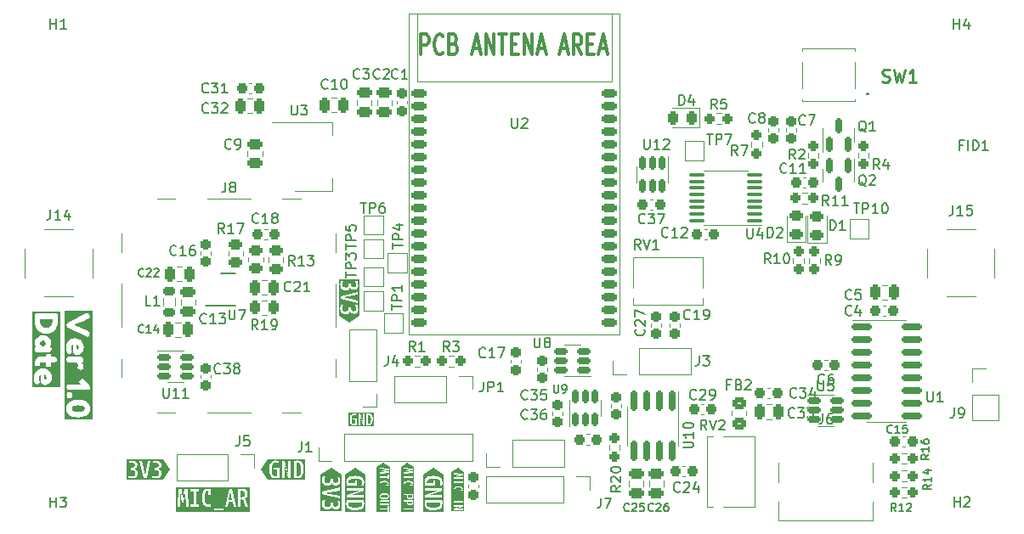
<source format=gbr>
%TF.GenerationSoftware,KiCad,Pcbnew,(6.0.9)*%
%TF.CreationDate,2022-12-22T22:01:23+02:00*%
%TF.ProjectId,cross_band_handy_walkie_talkie_V1,63726f73-735f-4626-916e-645f68616e64,rev?*%
%TF.SameCoordinates,Original*%
%TF.FileFunction,Legend,Top*%
%TF.FilePolarity,Positive*%
%FSLAX46Y46*%
G04 Gerber Fmt 4.6, Leading zero omitted, Abs format (unit mm)*
G04 Created by KiCad (PCBNEW (6.0.9)) date 2022-12-22 22:01:23*
%MOMM*%
%LPD*%
G01*
G04 APERTURE LIST*
G04 Aperture macros list*
%AMRoundRect*
0 Rectangle with rounded corners*
0 $1 Rounding radius*
0 $2 $3 $4 $5 $6 $7 $8 $9 X,Y pos of 4 corners*
0 Add a 4 corners polygon primitive as box body*
4,1,4,$2,$3,$4,$5,$6,$7,$8,$9,$2,$3,0*
0 Add four circle primitives for the rounded corners*
1,1,$1+$1,$2,$3*
1,1,$1+$1,$4,$5*
1,1,$1+$1,$6,$7*
1,1,$1+$1,$8,$9*
0 Add four rect primitives between the rounded corners*
20,1,$1+$1,$2,$3,$4,$5,0*
20,1,$1+$1,$4,$5,$6,$7,0*
20,1,$1+$1,$6,$7,$8,$9,0*
20,1,$1+$1,$8,$9,$2,$3,0*%
G04 Aperture macros list end*
%ADD10C,0.150000*%
%ADD11C,0.254000*%
%ADD12C,0.130000*%
%ADD13C,0.300000*%
%ADD14C,0.120000*%
%ADD15C,0.100000*%
%ADD16C,0.200000*%
%ADD17RoundRect,0.150000X-0.512500X-0.150000X0.512500X-0.150000X0.512500X0.150000X-0.512500X0.150000X0*%
%ADD18R,1.700000X1.700000*%
%ADD19O,1.700000X1.700000*%
%ADD20C,5.600000*%
%ADD21C,3.600000*%
%ADD22RoundRect,0.237500X0.237500X-0.300000X0.237500X0.300000X-0.237500X0.300000X-0.237500X-0.300000X0*%
%ADD23RoundRect,0.250000X0.250000X0.475000X-0.250000X0.475000X-0.250000X-0.475000X0.250000X-0.475000X0*%
%ADD24R,1.500000X1.500000*%
%ADD25C,1.440000*%
%ADD26RoundRect,0.237500X-0.237500X0.250000X-0.237500X-0.250000X0.237500X-0.250000X0.237500X0.250000X0*%
%ADD27RoundRect,0.237500X-0.300000X-0.237500X0.300000X-0.237500X0.300000X0.237500X-0.300000X0.237500X0*%
%ADD28RoundRect,0.237500X0.300000X0.237500X-0.300000X0.237500X-0.300000X-0.237500X0.300000X-0.237500X0*%
%ADD29RoundRect,0.237500X0.237500X-0.250000X0.237500X0.250000X-0.237500X0.250000X-0.237500X-0.250000X0*%
%ADD30RoundRect,0.237500X-0.237500X0.300000X-0.237500X-0.300000X0.237500X-0.300000X0.237500X0.300000X0*%
%ADD31RoundRect,0.243750X0.243750X0.456250X-0.243750X0.456250X-0.243750X-0.456250X0.243750X-0.456250X0*%
%ADD32RoundRect,0.237500X-0.250000X-0.237500X0.250000X-0.237500X0.250000X0.237500X-0.250000X0.237500X0*%
%ADD33RoundRect,0.100000X0.637500X0.100000X-0.637500X0.100000X-0.637500X-0.100000X0.637500X-0.100000X0*%
%ADD34RoundRect,0.250000X0.475000X-0.250000X0.475000X0.250000X-0.475000X0.250000X-0.475000X-0.250000X0*%
%ADD35R,1.000000X0.700000*%
%ADD36RoundRect,0.150000X0.512500X0.150000X-0.512500X0.150000X-0.512500X-0.150000X0.512500X-0.150000X0*%
%ADD37RoundRect,0.243750X0.456250X-0.243750X0.456250X0.243750X-0.456250X0.243750X-0.456250X-0.243750X0*%
%ADD38RoundRect,0.150000X0.150000X-0.512500X0.150000X0.512500X-0.150000X0.512500X-0.150000X-0.512500X0*%
%ADD39RoundRect,0.225000X-0.525000X-0.225000X0.525000X-0.225000X0.525000X0.225000X-0.525000X0.225000X0*%
%ADD40RoundRect,0.150000X-0.150000X0.512500X-0.150000X-0.512500X0.150000X-0.512500X0.150000X0.512500X0*%
%ADD41R,2.000000X1.500000*%
%ADD42R,2.000000X3.800000*%
%ADD43RoundRect,0.250000X0.450000X-0.262500X0.450000X0.262500X-0.450000X0.262500X-0.450000X-0.262500X0*%
%ADD44C,1.000000*%
%ADD45C,2.050000*%
%ADD46C,2.250000*%
%ADD47RoundRect,0.250000X-0.250000X-0.475000X0.250000X-0.475000X0.250000X0.475000X-0.250000X0.475000X0*%
%ADD48RoundRect,0.150000X0.150000X-0.587500X0.150000X0.587500X-0.150000X0.587500X-0.150000X-0.587500X0*%
%ADD49RoundRect,0.150000X-0.150000X0.825000X-0.150000X-0.825000X0.150000X-0.825000X0.150000X0.825000X0*%
%ADD50R,3.300000X2.410000*%
%ADD51RoundRect,0.250000X-0.450000X0.262500X-0.450000X-0.262500X0.450000X-0.262500X0.450000X0.262500X0*%
%ADD52RoundRect,0.250000X-0.475000X0.250000X-0.475000X-0.250000X0.475000X-0.250000X0.475000X0.250000X0*%
%ADD53RoundRect,0.237500X0.250000X0.237500X-0.250000X0.237500X-0.250000X-0.237500X0.250000X-0.237500X0*%
%ADD54RoundRect,0.218750X-0.381250X0.218750X-0.381250X-0.218750X0.381250X-0.218750X0.381250X0.218750X0*%
%ADD55RoundRect,0.150000X-0.825000X-0.150000X0.825000X-0.150000X0.825000X0.150000X-0.825000X0.150000X0*%
%ADD56RoundRect,0.250000X-0.262500X-0.450000X0.262500X-0.450000X0.262500X0.450000X-0.262500X0.450000X0*%
%ADD57RoundRect,0.250000X0.450000X-0.350000X0.450000X0.350000X-0.450000X0.350000X-0.450000X-0.350000X0*%
%ADD58R,2.300000X1.000000*%
%ADD59R,1.000000X2.600000*%
%ADD60R,2.600000X1.000000*%
%ADD61R,1.000000X2.300000*%
%ADD62R,1.000000X1.000000*%
%ADD63RoundRect,0.150000X-0.150000X0.587500X-0.150000X-0.587500X0.150000X-0.587500X0.150000X0.587500X0*%
%ADD64C,0.650000*%
%ADD65R,0.600000X1.450000*%
%ADD66R,0.300000X1.450000*%
%ADD67O,1.000000X1.600000*%
%ADD68O,1.000000X2.100000*%
%ADD69R,0.700000X0.250000*%
%ADD70R,1.780000X2.350000*%
%ADD71C,0.610000*%
G04 APERTURE END LIST*
D10*
%TO.C,U5*%
X130688095Y-86752380D02*
X130688095Y-87561904D01*
X130735714Y-87657142D01*
X130783333Y-87704761D01*
X130878571Y-87752380D01*
X131069047Y-87752380D01*
X131164285Y-87704761D01*
X131211904Y-87657142D01*
X131259523Y-87561904D01*
X131259523Y-86752380D01*
X132211904Y-86752380D02*
X131735714Y-86752380D01*
X131688095Y-87228571D01*
X131735714Y-87180952D01*
X131830952Y-87133333D01*
X132069047Y-87133333D01*
X132164285Y-87180952D01*
X132211904Y-87228571D01*
X132259523Y-87323809D01*
X132259523Y-87561904D01*
X132211904Y-87657142D01*
X132164285Y-87704761D01*
X132069047Y-87752380D01*
X131830952Y-87752380D01*
X131735714Y-87704761D01*
X131688095Y-87657142D01*
%TO.C,J5*%
X73066666Y-92252380D02*
X73066666Y-92966666D01*
X73019047Y-93109523D01*
X72923809Y-93204761D01*
X72780952Y-93252380D01*
X72685714Y-93252380D01*
X74019047Y-92252380D02*
X73542857Y-92252380D01*
X73495238Y-92728571D01*
X73542857Y-92680952D01*
X73638095Y-92633333D01*
X73876190Y-92633333D01*
X73971428Y-92680952D01*
X74019047Y-92728571D01*
X74066666Y-92823809D01*
X74066666Y-93061904D01*
X74019047Y-93157142D01*
X73971428Y-93204761D01*
X73876190Y-93252380D01*
X73638095Y-93252380D01*
X73542857Y-93204761D01*
X73495238Y-93157142D01*
%TO.C,H2*%
X144272095Y-99309180D02*
X144272095Y-98309180D01*
X144272095Y-98785371D02*
X144843523Y-98785371D01*
X144843523Y-99309180D02*
X144843523Y-98309180D01*
X145272095Y-98404419D02*
X145319714Y-98356800D01*
X145414952Y-98309180D01*
X145653047Y-98309180D01*
X145748285Y-98356800D01*
X145795904Y-98404419D01*
X145843523Y-98499657D01*
X145843523Y-98594895D01*
X145795904Y-98737752D01*
X145224476Y-99309180D01*
X145843523Y-99309180D01*
%TO.C,C7*%
X129433333Y-61157142D02*
X129385714Y-61204761D01*
X129242857Y-61252380D01*
X129147619Y-61252380D01*
X129004761Y-61204761D01*
X128909523Y-61109523D01*
X128861904Y-61014285D01*
X128814285Y-60823809D01*
X128814285Y-60680952D01*
X128861904Y-60490476D01*
X128909523Y-60395238D01*
X129004761Y-60300000D01*
X129147619Y-60252380D01*
X129242857Y-60252380D01*
X129385714Y-60300000D01*
X129433333Y-60347619D01*
X129766666Y-60252380D02*
X130433333Y-60252380D01*
X130004761Y-61252380D01*
%TO.C,J3*%
X118866666Y-84252380D02*
X118866666Y-84966666D01*
X118819047Y-85109523D01*
X118723809Y-85204761D01*
X118580952Y-85252380D01*
X118485714Y-85252380D01*
X119247619Y-84252380D02*
X119866666Y-84252380D01*
X119533333Y-84633333D01*
X119676190Y-84633333D01*
X119771428Y-84680952D01*
X119819047Y-84728571D01*
X119866666Y-84823809D01*
X119866666Y-85061904D01*
X119819047Y-85157142D01*
X119771428Y-85204761D01*
X119676190Y-85252380D01*
X119390476Y-85252380D01*
X119295238Y-85204761D01*
X119247619Y-85157142D01*
%TO.C,C10*%
X81857142Y-57557142D02*
X81809523Y-57604761D01*
X81666666Y-57652380D01*
X81571428Y-57652380D01*
X81428571Y-57604761D01*
X81333333Y-57509523D01*
X81285714Y-57414285D01*
X81238095Y-57223809D01*
X81238095Y-57080952D01*
X81285714Y-56890476D01*
X81333333Y-56795238D01*
X81428571Y-56700000D01*
X81571428Y-56652380D01*
X81666666Y-56652380D01*
X81809523Y-56700000D01*
X81857142Y-56747619D01*
X82809523Y-57652380D02*
X82238095Y-57652380D01*
X82523809Y-57652380D02*
X82523809Y-56652380D01*
X82428571Y-56795238D01*
X82333333Y-56890476D01*
X82238095Y-56938095D01*
X83428571Y-56652380D02*
X83523809Y-56652380D01*
X83619047Y-56700000D01*
X83666666Y-56747619D01*
X83714285Y-56842857D01*
X83761904Y-57033333D01*
X83761904Y-57271428D01*
X83714285Y-57461904D01*
X83666666Y-57557142D01*
X83619047Y-57604761D01*
X83523809Y-57652380D01*
X83428571Y-57652380D01*
X83333333Y-57604761D01*
X83285714Y-57557142D01*
X83238095Y-57461904D01*
X83190476Y-57271428D01*
X83190476Y-57033333D01*
X83238095Y-56842857D01*
X83285714Y-56747619D01*
X83333333Y-56700000D01*
X83428571Y-56652380D01*
%TO.C,TP6*%
X85138095Y-69004380D02*
X85709523Y-69004380D01*
X85423809Y-70004380D02*
X85423809Y-69004380D01*
X86042857Y-70004380D02*
X86042857Y-69004380D01*
X86423809Y-69004380D01*
X86519047Y-69052000D01*
X86566666Y-69099619D01*
X86614285Y-69194857D01*
X86614285Y-69337714D01*
X86566666Y-69432952D01*
X86519047Y-69480571D01*
X86423809Y-69528190D01*
X86042857Y-69528190D01*
X87471428Y-69004380D02*
X87280952Y-69004380D01*
X87185714Y-69052000D01*
X87138095Y-69099619D01*
X87042857Y-69242476D01*
X86995238Y-69432952D01*
X86995238Y-69813904D01*
X87042857Y-69909142D01*
X87090476Y-69956761D01*
X87185714Y-70004380D01*
X87376190Y-70004380D01*
X87471428Y-69956761D01*
X87519047Y-69909142D01*
X87566666Y-69813904D01*
X87566666Y-69575809D01*
X87519047Y-69480571D01*
X87471428Y-69432952D01*
X87376190Y-69385333D01*
X87185714Y-69385333D01*
X87090476Y-69432952D01*
X87042857Y-69480571D01*
X86995238Y-69575809D01*
%TO.C,RV1*%
X113004761Y-73652380D02*
X112671428Y-73176190D01*
X112433333Y-73652380D02*
X112433333Y-72652380D01*
X112814285Y-72652380D01*
X112909523Y-72700000D01*
X112957142Y-72747619D01*
X113004761Y-72842857D01*
X113004761Y-72985714D01*
X112957142Y-73080952D01*
X112909523Y-73128571D01*
X112814285Y-73176190D01*
X112433333Y-73176190D01*
X113290476Y-72652380D02*
X113623809Y-73652380D01*
X113957142Y-72652380D01*
X114814285Y-73652380D02*
X114242857Y-73652380D01*
X114528571Y-73652380D02*
X114528571Y-72652380D01*
X114433333Y-72795238D01*
X114338095Y-72890476D01*
X114242857Y-72938095D01*
%TO.C,R2*%
X128433333Y-64652380D02*
X128100000Y-64176190D01*
X127861904Y-64652380D02*
X127861904Y-63652380D01*
X128242857Y-63652380D01*
X128338095Y-63700000D01*
X128385714Y-63747619D01*
X128433333Y-63842857D01*
X128433333Y-63985714D01*
X128385714Y-64080952D01*
X128338095Y-64128571D01*
X128242857Y-64176190D01*
X127861904Y-64176190D01*
X128814285Y-63747619D02*
X128861904Y-63700000D01*
X128957142Y-63652380D01*
X129195238Y-63652380D01*
X129290476Y-63700000D01*
X129338095Y-63747619D01*
X129385714Y-63842857D01*
X129385714Y-63938095D01*
X129338095Y-64080952D01*
X128766666Y-64652380D01*
X129385714Y-64652380D01*
%TO.C,TP1*%
X88252380Y-79661904D02*
X88252380Y-79090476D01*
X89252380Y-79376190D02*
X88252380Y-79376190D01*
X89252380Y-78757142D02*
X88252380Y-78757142D01*
X88252380Y-78376190D01*
X88300000Y-78280952D01*
X88347619Y-78233333D01*
X88442857Y-78185714D01*
X88585714Y-78185714D01*
X88680952Y-78233333D01*
X88728571Y-78280952D01*
X88776190Y-78376190D01*
X88776190Y-78757142D01*
X89252380Y-77233333D02*
X89252380Y-77804761D01*
X89252380Y-77519047D02*
X88252380Y-77519047D01*
X88395238Y-77614285D01*
X88490476Y-77709523D01*
X88538095Y-77804761D01*
%TO.C,C29*%
X118557142Y-88527142D02*
X118509523Y-88574761D01*
X118366666Y-88622380D01*
X118271428Y-88622380D01*
X118128571Y-88574761D01*
X118033333Y-88479523D01*
X117985714Y-88384285D01*
X117938095Y-88193809D01*
X117938095Y-88050952D01*
X117985714Y-87860476D01*
X118033333Y-87765238D01*
X118128571Y-87670000D01*
X118271428Y-87622380D01*
X118366666Y-87622380D01*
X118509523Y-87670000D01*
X118557142Y-87717619D01*
X118938095Y-87717619D02*
X118985714Y-87670000D01*
X119080952Y-87622380D01*
X119319047Y-87622380D01*
X119414285Y-87670000D01*
X119461904Y-87717619D01*
X119509523Y-87812857D01*
X119509523Y-87908095D01*
X119461904Y-88050952D01*
X118890476Y-88622380D01*
X119509523Y-88622380D01*
X119985714Y-88622380D02*
X120176190Y-88622380D01*
X120271428Y-88574761D01*
X120319047Y-88527142D01*
X120414285Y-88384285D01*
X120461904Y-88193809D01*
X120461904Y-87812857D01*
X120414285Y-87717619D01*
X120366666Y-87670000D01*
X120271428Y-87622380D01*
X120080952Y-87622380D01*
X119985714Y-87670000D01*
X119938095Y-87717619D01*
X119890476Y-87812857D01*
X119890476Y-88050952D01*
X119938095Y-88146190D01*
X119985714Y-88193809D01*
X120080952Y-88241428D01*
X120271428Y-88241428D01*
X120366666Y-88193809D01*
X120414285Y-88146190D01*
X120461904Y-88050952D01*
%TO.C,R4*%
X136833333Y-65652380D02*
X136500000Y-65176190D01*
X136261904Y-65652380D02*
X136261904Y-64652380D01*
X136642857Y-64652380D01*
X136738095Y-64700000D01*
X136785714Y-64747619D01*
X136833333Y-64842857D01*
X136833333Y-64985714D01*
X136785714Y-65080952D01*
X136738095Y-65128571D01*
X136642857Y-65176190D01*
X136261904Y-65176190D01*
X137690476Y-64985714D02*
X137690476Y-65652380D01*
X137452380Y-64604761D02*
X137214285Y-65319047D01*
X137833333Y-65319047D01*
%TO.C,R10*%
X125957142Y-75052380D02*
X125623809Y-74576190D01*
X125385714Y-75052380D02*
X125385714Y-74052380D01*
X125766666Y-74052380D01*
X125861904Y-74100000D01*
X125909523Y-74147619D01*
X125957142Y-74242857D01*
X125957142Y-74385714D01*
X125909523Y-74480952D01*
X125861904Y-74528571D01*
X125766666Y-74576190D01*
X125385714Y-74576190D01*
X126909523Y-75052380D02*
X126338095Y-75052380D01*
X126623809Y-75052380D02*
X126623809Y-74052380D01*
X126528571Y-74195238D01*
X126433333Y-74290476D01*
X126338095Y-74338095D01*
X127528571Y-74052380D02*
X127623809Y-74052380D01*
X127719047Y-74100000D01*
X127766666Y-74147619D01*
X127814285Y-74242857D01*
X127861904Y-74433333D01*
X127861904Y-74671428D01*
X127814285Y-74861904D01*
X127766666Y-74957142D01*
X127719047Y-75004761D01*
X127623809Y-75052380D01*
X127528571Y-75052380D01*
X127433333Y-75004761D01*
X127385714Y-74957142D01*
X127338095Y-74861904D01*
X127290476Y-74671428D01*
X127290476Y-74433333D01*
X127338095Y-74242857D01*
X127385714Y-74147619D01*
X127433333Y-74100000D01*
X127528571Y-74052380D01*
%TO.C,H3*%
X54238095Y-99359980D02*
X54238095Y-98359980D01*
X54238095Y-98836171D02*
X54809523Y-98836171D01*
X54809523Y-99359980D02*
X54809523Y-98359980D01*
X55190476Y-98359980D02*
X55809523Y-98359980D01*
X55476190Y-98740933D01*
X55619047Y-98740933D01*
X55714285Y-98788552D01*
X55761904Y-98836171D01*
X55809523Y-98931409D01*
X55809523Y-99169504D01*
X55761904Y-99264742D01*
X55714285Y-99312361D01*
X55619047Y-99359980D01*
X55333333Y-99359980D01*
X55238095Y-99312361D01*
X55190476Y-99264742D01*
%TO.C,C4*%
X134033333Y-80157142D02*
X133985714Y-80204761D01*
X133842857Y-80252380D01*
X133747619Y-80252380D01*
X133604761Y-80204761D01*
X133509523Y-80109523D01*
X133461904Y-80014285D01*
X133414285Y-79823809D01*
X133414285Y-79680952D01*
X133461904Y-79490476D01*
X133509523Y-79395238D01*
X133604761Y-79300000D01*
X133747619Y-79252380D01*
X133842857Y-79252380D01*
X133985714Y-79300000D01*
X134033333Y-79347619D01*
X134890476Y-79585714D02*
X134890476Y-80252380D01*
X134652380Y-79204761D02*
X134414285Y-79919047D01*
X135033333Y-79919047D01*
%TO.C,U11*%
X65461904Y-87452380D02*
X65461904Y-88261904D01*
X65509523Y-88357142D01*
X65557142Y-88404761D01*
X65652380Y-88452380D01*
X65842857Y-88452380D01*
X65938095Y-88404761D01*
X65985714Y-88357142D01*
X66033333Y-88261904D01*
X66033333Y-87452380D01*
X67033333Y-88452380D02*
X66461904Y-88452380D01*
X66747619Y-88452380D02*
X66747619Y-87452380D01*
X66652380Y-87595238D01*
X66557142Y-87690476D01*
X66461904Y-87738095D01*
X67985714Y-88452380D02*
X67414285Y-88452380D01*
X67700000Y-88452380D02*
X67700000Y-87452380D01*
X67604761Y-87595238D01*
X67509523Y-87690476D01*
X67414285Y-87738095D01*
%TO.C,C38*%
X71157142Y-85957142D02*
X71109523Y-86004761D01*
X70966666Y-86052380D01*
X70871428Y-86052380D01*
X70728571Y-86004761D01*
X70633333Y-85909523D01*
X70585714Y-85814285D01*
X70538095Y-85623809D01*
X70538095Y-85480952D01*
X70585714Y-85290476D01*
X70633333Y-85195238D01*
X70728571Y-85100000D01*
X70871428Y-85052380D01*
X70966666Y-85052380D01*
X71109523Y-85100000D01*
X71157142Y-85147619D01*
X71490476Y-85052380D02*
X72109523Y-85052380D01*
X71776190Y-85433333D01*
X71919047Y-85433333D01*
X72014285Y-85480952D01*
X72061904Y-85528571D01*
X72109523Y-85623809D01*
X72109523Y-85861904D01*
X72061904Y-85957142D01*
X72014285Y-86004761D01*
X71919047Y-86052380D01*
X71633333Y-86052380D01*
X71538095Y-86004761D01*
X71490476Y-85957142D01*
X72680952Y-85480952D02*
X72585714Y-85433333D01*
X72538095Y-85385714D01*
X72490476Y-85290476D01*
X72490476Y-85242857D01*
X72538095Y-85147619D01*
X72585714Y-85100000D01*
X72680952Y-85052380D01*
X72871428Y-85052380D01*
X72966666Y-85100000D01*
X73014285Y-85147619D01*
X73061904Y-85242857D01*
X73061904Y-85290476D01*
X73014285Y-85385714D01*
X72966666Y-85433333D01*
X72871428Y-85480952D01*
X72680952Y-85480952D01*
X72585714Y-85528571D01*
X72538095Y-85576190D01*
X72490476Y-85671428D01*
X72490476Y-85861904D01*
X72538095Y-85957142D01*
X72585714Y-86004761D01*
X72680952Y-86052380D01*
X72871428Y-86052380D01*
X72966666Y-86004761D01*
X73014285Y-85957142D01*
X73061904Y-85861904D01*
X73061904Y-85671428D01*
X73014285Y-85576190D01*
X72966666Y-85528571D01*
X72871428Y-85480952D01*
%TO.C,C6*%
X131333333Y-86987142D02*
X131285714Y-87034761D01*
X131142857Y-87082380D01*
X131047619Y-87082380D01*
X130904761Y-87034761D01*
X130809523Y-86939523D01*
X130761904Y-86844285D01*
X130714285Y-86653809D01*
X130714285Y-86510952D01*
X130761904Y-86320476D01*
X130809523Y-86225238D01*
X130904761Y-86130000D01*
X131047619Y-86082380D01*
X131142857Y-86082380D01*
X131285714Y-86130000D01*
X131333333Y-86177619D01*
X132190476Y-86082380D02*
X132000000Y-86082380D01*
X131904761Y-86130000D01*
X131857142Y-86177619D01*
X131761904Y-86320476D01*
X131714285Y-86510952D01*
X131714285Y-86891904D01*
X131761904Y-86987142D01*
X131809523Y-87034761D01*
X131904761Y-87082380D01*
X132095238Y-87082380D01*
X132190476Y-87034761D01*
X132238095Y-86987142D01*
X132285714Y-86891904D01*
X132285714Y-86653809D01*
X132238095Y-86558571D01*
X132190476Y-86510952D01*
X132095238Y-86463333D01*
X131904761Y-86463333D01*
X131809523Y-86510952D01*
X131761904Y-86558571D01*
X131714285Y-86653809D01*
%TO.C,C18*%
X74957142Y-70957142D02*
X74909523Y-71004761D01*
X74766666Y-71052380D01*
X74671428Y-71052380D01*
X74528571Y-71004761D01*
X74433333Y-70909523D01*
X74385714Y-70814285D01*
X74338095Y-70623809D01*
X74338095Y-70480952D01*
X74385714Y-70290476D01*
X74433333Y-70195238D01*
X74528571Y-70100000D01*
X74671428Y-70052380D01*
X74766666Y-70052380D01*
X74909523Y-70100000D01*
X74957142Y-70147619D01*
X75909523Y-71052380D02*
X75338095Y-71052380D01*
X75623809Y-71052380D02*
X75623809Y-70052380D01*
X75528571Y-70195238D01*
X75433333Y-70290476D01*
X75338095Y-70338095D01*
X76480952Y-70480952D02*
X76385714Y-70433333D01*
X76338095Y-70385714D01*
X76290476Y-70290476D01*
X76290476Y-70242857D01*
X76338095Y-70147619D01*
X76385714Y-70100000D01*
X76480952Y-70052380D01*
X76671428Y-70052380D01*
X76766666Y-70100000D01*
X76814285Y-70147619D01*
X76861904Y-70242857D01*
X76861904Y-70290476D01*
X76814285Y-70385714D01*
X76766666Y-70433333D01*
X76671428Y-70480952D01*
X76480952Y-70480952D01*
X76385714Y-70528571D01*
X76338095Y-70576190D01*
X76290476Y-70671428D01*
X76290476Y-70861904D01*
X76338095Y-70957142D01*
X76385714Y-71004761D01*
X76480952Y-71052380D01*
X76671428Y-71052380D01*
X76766666Y-71004761D01*
X76814285Y-70957142D01*
X76861904Y-70861904D01*
X76861904Y-70671428D01*
X76814285Y-70576190D01*
X76766666Y-70528571D01*
X76671428Y-70480952D01*
%TO.C,J7*%
X109066666Y-98452380D02*
X109066666Y-99166666D01*
X109019047Y-99309523D01*
X108923809Y-99404761D01*
X108780952Y-99452380D01*
X108685714Y-99452380D01*
X109447619Y-98452380D02*
X110114285Y-98452380D01*
X109685714Y-99452380D01*
%TO.C,TP7*%
X119638095Y-62152380D02*
X120209523Y-62152380D01*
X119923809Y-63152380D02*
X119923809Y-62152380D01*
X120542857Y-63152380D02*
X120542857Y-62152380D01*
X120923809Y-62152380D01*
X121019047Y-62200000D01*
X121066666Y-62247619D01*
X121114285Y-62342857D01*
X121114285Y-62485714D01*
X121066666Y-62580952D01*
X121019047Y-62628571D01*
X120923809Y-62676190D01*
X120542857Y-62676190D01*
X121447619Y-62152380D02*
X122114285Y-62152380D01*
X121685714Y-63152380D01*
%TO.C,D4*%
X116861904Y-59252380D02*
X116861904Y-58252380D01*
X117100000Y-58252380D01*
X117242857Y-58300000D01*
X117338095Y-58395238D01*
X117385714Y-58490476D01*
X117433333Y-58680952D01*
X117433333Y-58823809D01*
X117385714Y-59014285D01*
X117338095Y-59109523D01*
X117242857Y-59204761D01*
X117100000Y-59252380D01*
X116861904Y-59252380D01*
X118290476Y-58585714D02*
X118290476Y-59252380D01*
X118052380Y-58204761D02*
X117814285Y-58919047D01*
X118433333Y-58919047D01*
%TO.C,R1*%
X90573333Y-83822380D02*
X90240000Y-83346190D01*
X90001904Y-83822380D02*
X90001904Y-82822380D01*
X90382857Y-82822380D01*
X90478095Y-82870000D01*
X90525714Y-82917619D01*
X90573333Y-83012857D01*
X90573333Y-83155714D01*
X90525714Y-83250952D01*
X90478095Y-83298571D01*
X90382857Y-83346190D01*
X90001904Y-83346190D01*
X91525714Y-83822380D02*
X90954285Y-83822380D01*
X91240000Y-83822380D02*
X91240000Y-82822380D01*
X91144761Y-82965238D01*
X91049523Y-83060476D01*
X90954285Y-83108095D01*
%TO.C,U4*%
X123638095Y-71552380D02*
X123638095Y-72361904D01*
X123685714Y-72457142D01*
X123733333Y-72504761D01*
X123828571Y-72552380D01*
X124019047Y-72552380D01*
X124114285Y-72504761D01*
X124161904Y-72457142D01*
X124209523Y-72361904D01*
X124209523Y-71552380D01*
X125114285Y-71885714D02*
X125114285Y-72552380D01*
X124876190Y-71504761D02*
X124638095Y-72219047D01*
X125257142Y-72219047D01*
%TO.C,C3*%
X85033333Y-56557142D02*
X84985714Y-56604761D01*
X84842857Y-56652380D01*
X84747619Y-56652380D01*
X84604761Y-56604761D01*
X84509523Y-56509523D01*
X84461904Y-56414285D01*
X84414285Y-56223809D01*
X84414285Y-56080952D01*
X84461904Y-55890476D01*
X84509523Y-55795238D01*
X84604761Y-55700000D01*
X84747619Y-55652380D01*
X84842857Y-55652380D01*
X84985714Y-55700000D01*
X85033333Y-55747619D01*
X85366666Y-55652380D02*
X85985714Y-55652380D01*
X85652380Y-56033333D01*
X85795238Y-56033333D01*
X85890476Y-56080952D01*
X85938095Y-56128571D01*
X85985714Y-56223809D01*
X85985714Y-56461904D01*
X85938095Y-56557142D01*
X85890476Y-56604761D01*
X85795238Y-56652380D01*
X85509523Y-56652380D01*
X85414285Y-56604761D01*
X85366666Y-56557142D01*
%TO.C,C5*%
X134033333Y-78557142D02*
X133985714Y-78604761D01*
X133842857Y-78652380D01*
X133747619Y-78652380D01*
X133604761Y-78604761D01*
X133509523Y-78509523D01*
X133461904Y-78414285D01*
X133414285Y-78223809D01*
X133414285Y-78080952D01*
X133461904Y-77890476D01*
X133509523Y-77795238D01*
X133604761Y-77700000D01*
X133747619Y-77652380D01*
X133842857Y-77652380D01*
X133985714Y-77700000D01*
X134033333Y-77747619D01*
X134938095Y-77652380D02*
X134461904Y-77652380D01*
X134414285Y-78128571D01*
X134461904Y-78080952D01*
X134557142Y-78033333D01*
X134795238Y-78033333D01*
X134890476Y-78080952D01*
X134938095Y-78128571D01*
X134985714Y-78223809D01*
X134985714Y-78461904D01*
X134938095Y-78557142D01*
X134890476Y-78604761D01*
X134795238Y-78652380D01*
X134557142Y-78652380D01*
X134461904Y-78604761D01*
X134414285Y-78557142D01*
%TO.C,C27*%
X113357142Y-81642857D02*
X113404761Y-81690476D01*
X113452380Y-81833333D01*
X113452380Y-81928571D01*
X113404761Y-82071428D01*
X113309523Y-82166666D01*
X113214285Y-82214285D01*
X113023809Y-82261904D01*
X112880952Y-82261904D01*
X112690476Y-82214285D01*
X112595238Y-82166666D01*
X112500000Y-82071428D01*
X112452380Y-81928571D01*
X112452380Y-81833333D01*
X112500000Y-81690476D01*
X112547619Y-81642857D01*
X112547619Y-81261904D02*
X112500000Y-81214285D01*
X112452380Y-81119047D01*
X112452380Y-80880952D01*
X112500000Y-80785714D01*
X112547619Y-80738095D01*
X112642857Y-80690476D01*
X112738095Y-80690476D01*
X112880952Y-80738095D01*
X113452380Y-81309523D01*
X113452380Y-80690476D01*
X112452380Y-80357142D02*
X112452380Y-79690476D01*
X113452380Y-80119047D01*
D11*
%TO.C,SW1*%
X137106666Y-56914047D02*
X137288095Y-56974523D01*
X137590476Y-56974523D01*
X137711428Y-56914047D01*
X137771904Y-56853571D01*
X137832380Y-56732619D01*
X137832380Y-56611666D01*
X137771904Y-56490714D01*
X137711428Y-56430238D01*
X137590476Y-56369761D01*
X137348571Y-56309285D01*
X137227619Y-56248809D01*
X137167142Y-56188333D01*
X137106666Y-56067380D01*
X137106666Y-55946428D01*
X137167142Y-55825476D01*
X137227619Y-55765000D01*
X137348571Y-55704523D01*
X137650952Y-55704523D01*
X137832380Y-55765000D01*
X138255714Y-55704523D02*
X138558095Y-56974523D01*
X138800000Y-56067380D01*
X139041904Y-56974523D01*
X139344285Y-55704523D01*
X140493333Y-56974523D02*
X139767619Y-56974523D01*
X140130476Y-56974523D02*
X140130476Y-55704523D01*
X140009523Y-55885952D01*
X139888571Y-56006904D01*
X139767619Y-56067380D01*
D10*
%TO.C,R20*%
X111052380Y-97242857D02*
X110576190Y-97576190D01*
X111052380Y-97814285D02*
X110052380Y-97814285D01*
X110052380Y-97433333D01*
X110100000Y-97338095D01*
X110147619Y-97290476D01*
X110242857Y-97242857D01*
X110385714Y-97242857D01*
X110480952Y-97290476D01*
X110528571Y-97338095D01*
X110576190Y-97433333D01*
X110576190Y-97814285D01*
X110147619Y-96861904D02*
X110100000Y-96814285D01*
X110052380Y-96719047D01*
X110052380Y-96480952D01*
X110100000Y-96385714D01*
X110147619Y-96338095D01*
X110242857Y-96290476D01*
X110338095Y-96290476D01*
X110480952Y-96338095D01*
X111052380Y-96909523D01*
X111052380Y-96290476D01*
X110052380Y-95671428D02*
X110052380Y-95576190D01*
X110100000Y-95480952D01*
X110147619Y-95433333D01*
X110242857Y-95385714D01*
X110433333Y-95338095D01*
X110671428Y-95338095D01*
X110861904Y-95385714D01*
X110957142Y-95433333D01*
X111004761Y-95480952D01*
X111052380Y-95576190D01*
X111052380Y-95671428D01*
X111004761Y-95766666D01*
X110957142Y-95814285D01*
X110861904Y-95861904D01*
X110671428Y-95909523D01*
X110433333Y-95909523D01*
X110242857Y-95861904D01*
X110147619Y-95814285D01*
X110100000Y-95766666D01*
X110052380Y-95671428D01*
%TO.C,R3*%
X93973333Y-83822380D02*
X93640000Y-83346190D01*
X93401904Y-83822380D02*
X93401904Y-82822380D01*
X93782857Y-82822380D01*
X93878095Y-82870000D01*
X93925714Y-82917619D01*
X93973333Y-83012857D01*
X93973333Y-83155714D01*
X93925714Y-83250952D01*
X93878095Y-83298571D01*
X93782857Y-83346190D01*
X93401904Y-83346190D01*
X94306666Y-82822380D02*
X94925714Y-82822380D01*
X94592380Y-83203333D01*
X94735238Y-83203333D01*
X94830476Y-83250952D01*
X94878095Y-83298571D01*
X94925714Y-83393809D01*
X94925714Y-83631904D01*
X94878095Y-83727142D01*
X94830476Y-83774761D01*
X94735238Y-83822380D01*
X94449523Y-83822380D01*
X94354285Y-83774761D01*
X94306666Y-83727142D01*
%TO.C,U8*%
X102438095Y-82452380D02*
X102438095Y-83261904D01*
X102485714Y-83357142D01*
X102533333Y-83404761D01*
X102628571Y-83452380D01*
X102819047Y-83452380D01*
X102914285Y-83404761D01*
X102961904Y-83357142D01*
X103009523Y-83261904D01*
X103009523Y-82452380D01*
X103628571Y-82880952D02*
X103533333Y-82833333D01*
X103485714Y-82785714D01*
X103438095Y-82690476D01*
X103438095Y-82642857D01*
X103485714Y-82547619D01*
X103533333Y-82500000D01*
X103628571Y-82452380D01*
X103819047Y-82452380D01*
X103914285Y-82500000D01*
X103961904Y-82547619D01*
X104009523Y-82642857D01*
X104009523Y-82690476D01*
X103961904Y-82785714D01*
X103914285Y-82833333D01*
X103819047Y-82880952D01*
X103628571Y-82880952D01*
X103533333Y-82928571D01*
X103485714Y-82976190D01*
X103438095Y-83071428D01*
X103438095Y-83261904D01*
X103485714Y-83357142D01*
X103533333Y-83404761D01*
X103628571Y-83452380D01*
X103819047Y-83452380D01*
X103914285Y-83404761D01*
X103961904Y-83357142D01*
X104009523Y-83261904D01*
X104009523Y-83071428D01*
X103961904Y-82976190D01*
X103914285Y-82928571D01*
X103819047Y-82880952D01*
%TO.C,D1*%
X131911904Y-71739880D02*
X131911904Y-70739880D01*
X132150000Y-70739880D01*
X132292857Y-70787500D01*
X132388095Y-70882738D01*
X132435714Y-70977976D01*
X132483333Y-71168452D01*
X132483333Y-71311309D01*
X132435714Y-71501785D01*
X132388095Y-71597023D01*
X132292857Y-71692261D01*
X132150000Y-71739880D01*
X131911904Y-71739880D01*
X133435714Y-71739880D02*
X132864285Y-71739880D01*
X133150000Y-71739880D02*
X133150000Y-70739880D01*
X133054761Y-70882738D01*
X132959523Y-70977976D01*
X132864285Y-71025595D01*
%TO.C,C19*%
X117957142Y-80557142D02*
X117909523Y-80604761D01*
X117766666Y-80652380D01*
X117671428Y-80652380D01*
X117528571Y-80604761D01*
X117433333Y-80509523D01*
X117385714Y-80414285D01*
X117338095Y-80223809D01*
X117338095Y-80080952D01*
X117385714Y-79890476D01*
X117433333Y-79795238D01*
X117528571Y-79700000D01*
X117671428Y-79652380D01*
X117766666Y-79652380D01*
X117909523Y-79700000D01*
X117957142Y-79747619D01*
X118909523Y-80652380D02*
X118338095Y-80652380D01*
X118623809Y-80652380D02*
X118623809Y-79652380D01*
X118528571Y-79795238D01*
X118433333Y-79890476D01*
X118338095Y-79938095D01*
X119385714Y-80652380D02*
X119576190Y-80652380D01*
X119671428Y-80604761D01*
X119719047Y-80557142D01*
X119814285Y-80414285D01*
X119861904Y-80223809D01*
X119861904Y-79842857D01*
X119814285Y-79747619D01*
X119766666Y-79700000D01*
X119671428Y-79652380D01*
X119480952Y-79652380D01*
X119385714Y-79700000D01*
X119338095Y-79747619D01*
X119290476Y-79842857D01*
X119290476Y-80080952D01*
X119338095Y-80176190D01*
X119385714Y-80223809D01*
X119480952Y-80271428D01*
X119671428Y-80271428D01*
X119766666Y-80223809D01*
X119814285Y-80176190D01*
X119861904Y-80080952D01*
%TO.C,C11*%
X127557142Y-65957142D02*
X127509523Y-66004761D01*
X127366666Y-66052380D01*
X127271428Y-66052380D01*
X127128571Y-66004761D01*
X127033333Y-65909523D01*
X126985714Y-65814285D01*
X126938095Y-65623809D01*
X126938095Y-65480952D01*
X126985714Y-65290476D01*
X127033333Y-65195238D01*
X127128571Y-65100000D01*
X127271428Y-65052380D01*
X127366666Y-65052380D01*
X127509523Y-65100000D01*
X127557142Y-65147619D01*
X128509523Y-66052380D02*
X127938095Y-66052380D01*
X128223809Y-66052380D02*
X128223809Y-65052380D01*
X128128571Y-65195238D01*
X128033333Y-65290476D01*
X127938095Y-65338095D01*
X129461904Y-66052380D02*
X128890476Y-66052380D01*
X129176190Y-66052380D02*
X129176190Y-65052380D01*
X129080952Y-65195238D01*
X128985714Y-65290476D01*
X128890476Y-65338095D01*
%TO.C,C12*%
X115757142Y-72357142D02*
X115709523Y-72404761D01*
X115566666Y-72452380D01*
X115471428Y-72452380D01*
X115328571Y-72404761D01*
X115233333Y-72309523D01*
X115185714Y-72214285D01*
X115138095Y-72023809D01*
X115138095Y-71880952D01*
X115185714Y-71690476D01*
X115233333Y-71595238D01*
X115328571Y-71500000D01*
X115471428Y-71452380D01*
X115566666Y-71452380D01*
X115709523Y-71500000D01*
X115757142Y-71547619D01*
X116709523Y-72452380D02*
X116138095Y-72452380D01*
X116423809Y-72452380D02*
X116423809Y-71452380D01*
X116328571Y-71595238D01*
X116233333Y-71690476D01*
X116138095Y-71738095D01*
X117090476Y-71547619D02*
X117138095Y-71500000D01*
X117233333Y-71452380D01*
X117471428Y-71452380D01*
X117566666Y-71500000D01*
X117614285Y-71547619D01*
X117661904Y-71642857D01*
X117661904Y-71738095D01*
X117614285Y-71880952D01*
X117042857Y-72452380D01*
X117661904Y-72452380D01*
D12*
%TO.C,U9*%
X104390476Y-87161904D02*
X104390476Y-87809523D01*
X104428571Y-87885714D01*
X104466666Y-87923809D01*
X104542857Y-87961904D01*
X104695238Y-87961904D01*
X104771428Y-87923809D01*
X104809523Y-87885714D01*
X104847619Y-87809523D01*
X104847619Y-87161904D01*
X105266666Y-87961904D02*
X105419047Y-87961904D01*
X105495238Y-87923809D01*
X105533333Y-87885714D01*
X105609523Y-87771428D01*
X105647619Y-87619047D01*
X105647619Y-87314285D01*
X105609523Y-87238095D01*
X105571428Y-87200000D01*
X105495238Y-87161904D01*
X105342857Y-87161904D01*
X105266666Y-87200000D01*
X105228571Y-87238095D01*
X105190476Y-87314285D01*
X105190476Y-87504761D01*
X105228571Y-87580952D01*
X105266666Y-87619047D01*
X105342857Y-87657142D01*
X105495238Y-87657142D01*
X105571428Y-87619047D01*
X105609523Y-87580952D01*
X105647619Y-87504761D01*
D10*
%TO.C,U2*%
X100188095Y-60552380D02*
X100188095Y-61361904D01*
X100235714Y-61457142D01*
X100283333Y-61504761D01*
X100378571Y-61552380D01*
X100569047Y-61552380D01*
X100664285Y-61504761D01*
X100711904Y-61457142D01*
X100759523Y-61361904D01*
X100759523Y-60552380D01*
X101188095Y-60647619D02*
X101235714Y-60600000D01*
X101330952Y-60552380D01*
X101569047Y-60552380D01*
X101664285Y-60600000D01*
X101711904Y-60647619D01*
X101759523Y-60742857D01*
X101759523Y-60838095D01*
X101711904Y-60980952D01*
X101140476Y-61552380D01*
X101759523Y-61552380D01*
D13*
X91150000Y-54204761D02*
X91150000Y-52204761D01*
X91683333Y-52204761D01*
X91816666Y-52300000D01*
X91883333Y-52395238D01*
X91950000Y-52585714D01*
X91950000Y-52871428D01*
X91883333Y-53061904D01*
X91816666Y-53157142D01*
X91683333Y-53252380D01*
X91150000Y-53252380D01*
X93350000Y-54014285D02*
X93283333Y-54109523D01*
X93083333Y-54204761D01*
X92950000Y-54204761D01*
X92750000Y-54109523D01*
X92616666Y-53919047D01*
X92550000Y-53728571D01*
X92483333Y-53347619D01*
X92483333Y-53061904D01*
X92550000Y-52680952D01*
X92616666Y-52490476D01*
X92750000Y-52300000D01*
X92950000Y-52204761D01*
X93083333Y-52204761D01*
X93283333Y-52300000D01*
X93350000Y-52395238D01*
X94416666Y-53157142D02*
X94616666Y-53252380D01*
X94683333Y-53347619D01*
X94750000Y-53538095D01*
X94750000Y-53823809D01*
X94683333Y-54014285D01*
X94616666Y-54109523D01*
X94483333Y-54204761D01*
X93950000Y-54204761D01*
X93950000Y-52204761D01*
X94416666Y-52204761D01*
X94550000Y-52300000D01*
X94616666Y-52395238D01*
X94683333Y-52585714D01*
X94683333Y-52776190D01*
X94616666Y-52966666D01*
X94550000Y-53061904D01*
X94416666Y-53157142D01*
X93950000Y-53157142D01*
X96350000Y-53633333D02*
X97016666Y-53633333D01*
X96216666Y-54204761D02*
X96683333Y-52204761D01*
X97150000Y-54204761D01*
X97616666Y-54204761D02*
X97616666Y-52204761D01*
X98416666Y-54204761D01*
X98416666Y-52204761D01*
X98883333Y-52204761D02*
X99683333Y-52204761D01*
X99283333Y-54204761D02*
X99283333Y-52204761D01*
X100150000Y-53157142D02*
X100616666Y-53157142D01*
X100816666Y-54204761D02*
X100150000Y-54204761D01*
X100150000Y-52204761D01*
X100816666Y-52204761D01*
X101416666Y-54204761D02*
X101416666Y-52204761D01*
X102216666Y-54204761D01*
X102216666Y-52204761D01*
X102816666Y-53633333D02*
X103483333Y-53633333D01*
X102683333Y-54204761D02*
X103150000Y-52204761D01*
X103616666Y-54204761D01*
X105083333Y-53633333D02*
X105750000Y-53633333D01*
X104950000Y-54204761D02*
X105416666Y-52204761D01*
X105883333Y-54204761D01*
X107150000Y-54204761D02*
X106683333Y-53252380D01*
X106350000Y-54204761D02*
X106350000Y-52204761D01*
X106883333Y-52204761D01*
X107016666Y-52300000D01*
X107083333Y-52395238D01*
X107150000Y-52585714D01*
X107150000Y-52871428D01*
X107083333Y-53061904D01*
X107016666Y-53157142D01*
X106883333Y-53252380D01*
X106350000Y-53252380D01*
X107750000Y-53157142D02*
X108216666Y-53157142D01*
X108416666Y-54204761D02*
X107750000Y-54204761D01*
X107750000Y-52204761D01*
X108416666Y-52204761D01*
X108950000Y-53633333D02*
X109616666Y-53633333D01*
X108816666Y-54204761D02*
X109283333Y-52204761D01*
X109750000Y-54204761D01*
D10*
%TO.C,U12*%
X113361904Y-62652380D02*
X113361904Y-63461904D01*
X113409523Y-63557142D01*
X113457142Y-63604761D01*
X113552380Y-63652380D01*
X113742857Y-63652380D01*
X113838095Y-63604761D01*
X113885714Y-63557142D01*
X113933333Y-63461904D01*
X113933333Y-62652380D01*
X114933333Y-63652380D02*
X114361904Y-63652380D01*
X114647619Y-63652380D02*
X114647619Y-62652380D01*
X114552380Y-62795238D01*
X114457142Y-62890476D01*
X114361904Y-62938095D01*
X115314285Y-62747619D02*
X115361904Y-62700000D01*
X115457142Y-62652380D01*
X115695238Y-62652380D01*
X115790476Y-62700000D01*
X115838095Y-62747619D01*
X115885714Y-62842857D01*
X115885714Y-62938095D01*
X115838095Y-63080952D01*
X115266666Y-63652380D01*
X115885714Y-63652380D01*
%TO.C,U3*%
X78238095Y-59252380D02*
X78238095Y-60061904D01*
X78285714Y-60157142D01*
X78333333Y-60204761D01*
X78428571Y-60252380D01*
X78619047Y-60252380D01*
X78714285Y-60204761D01*
X78761904Y-60157142D01*
X78809523Y-60061904D01*
X78809523Y-59252380D01*
X79190476Y-59252380D02*
X79809523Y-59252380D01*
X79476190Y-59633333D01*
X79619047Y-59633333D01*
X79714285Y-59680952D01*
X79761904Y-59728571D01*
X79809523Y-59823809D01*
X79809523Y-60061904D01*
X79761904Y-60157142D01*
X79714285Y-60204761D01*
X79619047Y-60252380D01*
X79333333Y-60252380D01*
X79238095Y-60204761D01*
X79190476Y-60157142D01*
%TO.C,C33*%
X128357142Y-90357142D02*
X128309523Y-90404761D01*
X128166666Y-90452380D01*
X128071428Y-90452380D01*
X127928571Y-90404761D01*
X127833333Y-90309523D01*
X127785714Y-90214285D01*
X127738095Y-90023809D01*
X127738095Y-89880952D01*
X127785714Y-89690476D01*
X127833333Y-89595238D01*
X127928571Y-89500000D01*
X128071428Y-89452380D01*
X128166666Y-89452380D01*
X128309523Y-89500000D01*
X128357142Y-89547619D01*
X128690476Y-89452380D02*
X129309523Y-89452380D01*
X128976190Y-89833333D01*
X129119047Y-89833333D01*
X129214285Y-89880952D01*
X129261904Y-89928571D01*
X129309523Y-90023809D01*
X129309523Y-90261904D01*
X129261904Y-90357142D01*
X129214285Y-90404761D01*
X129119047Y-90452380D01*
X128833333Y-90452380D01*
X128738095Y-90404761D01*
X128690476Y-90357142D01*
X129642857Y-89452380D02*
X130261904Y-89452380D01*
X129928571Y-89833333D01*
X130071428Y-89833333D01*
X130166666Y-89880952D01*
X130214285Y-89928571D01*
X130261904Y-90023809D01*
X130261904Y-90261904D01*
X130214285Y-90357142D01*
X130166666Y-90404761D01*
X130071428Y-90452380D01*
X129785714Y-90452380D01*
X129690476Y-90404761D01*
X129642857Y-90357142D01*
%TO.C,C17*%
X97557142Y-84357142D02*
X97509523Y-84404761D01*
X97366666Y-84452380D01*
X97271428Y-84452380D01*
X97128571Y-84404761D01*
X97033333Y-84309523D01*
X96985714Y-84214285D01*
X96938095Y-84023809D01*
X96938095Y-83880952D01*
X96985714Y-83690476D01*
X97033333Y-83595238D01*
X97128571Y-83500000D01*
X97271428Y-83452380D01*
X97366666Y-83452380D01*
X97509523Y-83500000D01*
X97557142Y-83547619D01*
X98509523Y-84452380D02*
X97938095Y-84452380D01*
X98223809Y-84452380D02*
X98223809Y-83452380D01*
X98128571Y-83595238D01*
X98033333Y-83690476D01*
X97938095Y-83738095D01*
X98842857Y-83452380D02*
X99509523Y-83452380D01*
X99080952Y-84452380D01*
%TO.C,R17*%
X71557142Y-72052380D02*
X71223809Y-71576190D01*
X70985714Y-72052380D02*
X70985714Y-71052380D01*
X71366666Y-71052380D01*
X71461904Y-71100000D01*
X71509523Y-71147619D01*
X71557142Y-71242857D01*
X71557142Y-71385714D01*
X71509523Y-71480952D01*
X71461904Y-71528571D01*
X71366666Y-71576190D01*
X70985714Y-71576190D01*
X72509523Y-72052380D02*
X71938095Y-72052380D01*
X72223809Y-72052380D02*
X72223809Y-71052380D01*
X72128571Y-71195238D01*
X72033333Y-71290476D01*
X71938095Y-71338095D01*
X72842857Y-71052380D02*
X73509523Y-71052380D01*
X73080952Y-72052380D01*
%TO.C,C16*%
X66757142Y-74157142D02*
X66709523Y-74204761D01*
X66566666Y-74252380D01*
X66471428Y-74252380D01*
X66328571Y-74204761D01*
X66233333Y-74109523D01*
X66185714Y-74014285D01*
X66138095Y-73823809D01*
X66138095Y-73680952D01*
X66185714Y-73490476D01*
X66233333Y-73395238D01*
X66328571Y-73300000D01*
X66471428Y-73252380D01*
X66566666Y-73252380D01*
X66709523Y-73300000D01*
X66757142Y-73347619D01*
X67709523Y-74252380D02*
X67138095Y-74252380D01*
X67423809Y-74252380D02*
X67423809Y-73252380D01*
X67328571Y-73395238D01*
X67233333Y-73490476D01*
X67138095Y-73538095D01*
X68566666Y-73252380D02*
X68376190Y-73252380D01*
X68280952Y-73300000D01*
X68233333Y-73347619D01*
X68138095Y-73490476D01*
X68090476Y-73680952D01*
X68090476Y-74061904D01*
X68138095Y-74157142D01*
X68185714Y-74204761D01*
X68280952Y-74252380D01*
X68471428Y-74252380D01*
X68566666Y-74204761D01*
X68614285Y-74157142D01*
X68661904Y-74061904D01*
X68661904Y-73823809D01*
X68614285Y-73728571D01*
X68566666Y-73680952D01*
X68471428Y-73633333D01*
X68280952Y-73633333D01*
X68185714Y-73680952D01*
X68138095Y-73728571D01*
X68090476Y-73823809D01*
%TO.C,FID1*%
X145128571Y-63228571D02*
X144795238Y-63228571D01*
X144795238Y-63752380D02*
X144795238Y-62752380D01*
X145271428Y-62752380D01*
X145652380Y-63752380D02*
X145652380Y-62752380D01*
X146128571Y-63752380D02*
X146128571Y-62752380D01*
X146366666Y-62752380D01*
X146509523Y-62800000D01*
X146604761Y-62895238D01*
X146652380Y-62990476D01*
X146700000Y-63180952D01*
X146700000Y-63323809D01*
X146652380Y-63514285D01*
X146604761Y-63609523D01*
X146509523Y-63704761D01*
X146366666Y-63752380D01*
X146128571Y-63752380D01*
X147652380Y-63752380D02*
X147080952Y-63752380D01*
X147366666Y-63752380D02*
X147366666Y-62752380D01*
X147271428Y-62895238D01*
X147176190Y-62990476D01*
X147080952Y-63038095D01*
%TO.C,C24*%
X116957142Y-97757142D02*
X116909523Y-97804761D01*
X116766666Y-97852380D01*
X116671428Y-97852380D01*
X116528571Y-97804761D01*
X116433333Y-97709523D01*
X116385714Y-97614285D01*
X116338095Y-97423809D01*
X116338095Y-97280952D01*
X116385714Y-97090476D01*
X116433333Y-96995238D01*
X116528571Y-96900000D01*
X116671428Y-96852380D01*
X116766666Y-96852380D01*
X116909523Y-96900000D01*
X116957142Y-96947619D01*
X117338095Y-96947619D02*
X117385714Y-96900000D01*
X117480952Y-96852380D01*
X117719047Y-96852380D01*
X117814285Y-96900000D01*
X117861904Y-96947619D01*
X117909523Y-97042857D01*
X117909523Y-97138095D01*
X117861904Y-97280952D01*
X117290476Y-97852380D01*
X117909523Y-97852380D01*
X118766666Y-97185714D02*
X118766666Y-97852380D01*
X118528571Y-96804761D02*
X118290476Y-97519047D01*
X118909523Y-97519047D01*
%TO.C,C32*%
X69957142Y-59957142D02*
X69909523Y-60004761D01*
X69766666Y-60052380D01*
X69671428Y-60052380D01*
X69528571Y-60004761D01*
X69433333Y-59909523D01*
X69385714Y-59814285D01*
X69338095Y-59623809D01*
X69338095Y-59480952D01*
X69385714Y-59290476D01*
X69433333Y-59195238D01*
X69528571Y-59100000D01*
X69671428Y-59052380D01*
X69766666Y-59052380D01*
X69909523Y-59100000D01*
X69957142Y-59147619D01*
X70290476Y-59052380D02*
X70909523Y-59052380D01*
X70576190Y-59433333D01*
X70719047Y-59433333D01*
X70814285Y-59480952D01*
X70861904Y-59528571D01*
X70909523Y-59623809D01*
X70909523Y-59861904D01*
X70861904Y-59957142D01*
X70814285Y-60004761D01*
X70719047Y-60052380D01*
X70433333Y-60052380D01*
X70338095Y-60004761D01*
X70290476Y-59957142D01*
X71290476Y-59147619D02*
X71338095Y-59100000D01*
X71433333Y-59052380D01*
X71671428Y-59052380D01*
X71766666Y-59100000D01*
X71814285Y-59147619D01*
X71861904Y-59242857D01*
X71861904Y-59338095D01*
X71814285Y-59480952D01*
X71242857Y-60052380D01*
X71861904Y-60052380D01*
%TO.C,C34*%
X128557142Y-88357142D02*
X128509523Y-88404761D01*
X128366666Y-88452380D01*
X128271428Y-88452380D01*
X128128571Y-88404761D01*
X128033333Y-88309523D01*
X127985714Y-88214285D01*
X127938095Y-88023809D01*
X127938095Y-87880952D01*
X127985714Y-87690476D01*
X128033333Y-87595238D01*
X128128571Y-87500000D01*
X128271428Y-87452380D01*
X128366666Y-87452380D01*
X128509523Y-87500000D01*
X128557142Y-87547619D01*
X128890476Y-87452380D02*
X129509523Y-87452380D01*
X129176190Y-87833333D01*
X129319047Y-87833333D01*
X129414285Y-87880952D01*
X129461904Y-87928571D01*
X129509523Y-88023809D01*
X129509523Y-88261904D01*
X129461904Y-88357142D01*
X129414285Y-88404761D01*
X129319047Y-88452380D01*
X129033333Y-88452380D01*
X128938095Y-88404761D01*
X128890476Y-88357142D01*
X130366666Y-87785714D02*
X130366666Y-88452380D01*
X130128571Y-87404761D02*
X129890476Y-88119047D01*
X130509523Y-88119047D01*
%TO.C,J15*%
X144140476Y-69252380D02*
X144140476Y-69966666D01*
X144092857Y-70109523D01*
X143997619Y-70204761D01*
X143854761Y-70252380D01*
X143759523Y-70252380D01*
X145140476Y-70252380D02*
X144569047Y-70252380D01*
X144854761Y-70252380D02*
X144854761Y-69252380D01*
X144759523Y-69395238D01*
X144664285Y-69490476D01*
X144569047Y-69538095D01*
X146045238Y-69252380D02*
X145569047Y-69252380D01*
X145521428Y-69728571D01*
X145569047Y-69680952D01*
X145664285Y-69633333D01*
X145902380Y-69633333D01*
X145997619Y-69680952D01*
X146045238Y-69728571D01*
X146092857Y-69823809D01*
X146092857Y-70061904D01*
X146045238Y-70157142D01*
X145997619Y-70204761D01*
X145902380Y-70252380D01*
X145664285Y-70252380D01*
X145569047Y-70204761D01*
X145521428Y-70157142D01*
%TO.C,C21*%
X78157142Y-77757142D02*
X78109523Y-77804761D01*
X77966666Y-77852380D01*
X77871428Y-77852380D01*
X77728571Y-77804761D01*
X77633333Y-77709523D01*
X77585714Y-77614285D01*
X77538095Y-77423809D01*
X77538095Y-77280952D01*
X77585714Y-77090476D01*
X77633333Y-76995238D01*
X77728571Y-76900000D01*
X77871428Y-76852380D01*
X77966666Y-76852380D01*
X78109523Y-76900000D01*
X78157142Y-76947619D01*
X78538095Y-76947619D02*
X78585714Y-76900000D01*
X78680952Y-76852380D01*
X78919047Y-76852380D01*
X79014285Y-76900000D01*
X79061904Y-76947619D01*
X79109523Y-77042857D01*
X79109523Y-77138095D01*
X79061904Y-77280952D01*
X78490476Y-77852380D01*
X79109523Y-77852380D01*
X80061904Y-77852380D02*
X79490476Y-77852380D01*
X79776190Y-77852380D02*
X79776190Y-76852380D01*
X79680952Y-76995238D01*
X79585714Y-77090476D01*
X79490476Y-77138095D01*
%TO.C,J4*%
X87866666Y-84252380D02*
X87866666Y-84966666D01*
X87819047Y-85109523D01*
X87723809Y-85204761D01*
X87580952Y-85252380D01*
X87485714Y-85252380D01*
X88771428Y-84585714D02*
X88771428Y-85252380D01*
X88533333Y-84204761D02*
X88295238Y-84919047D01*
X88914285Y-84919047D01*
%TO.C,Q1*%
X135504761Y-61947619D02*
X135409523Y-61900000D01*
X135314285Y-61804761D01*
X135171428Y-61661904D01*
X135076190Y-61614285D01*
X134980952Y-61614285D01*
X135028571Y-61852380D02*
X134933333Y-61804761D01*
X134838095Y-61709523D01*
X134790476Y-61519047D01*
X134790476Y-61185714D01*
X134838095Y-60995238D01*
X134933333Y-60900000D01*
X135028571Y-60852380D01*
X135219047Y-60852380D01*
X135314285Y-60900000D01*
X135409523Y-60995238D01*
X135457142Y-61185714D01*
X135457142Y-61519047D01*
X135409523Y-61709523D01*
X135314285Y-61804761D01*
X135219047Y-61852380D01*
X135028571Y-61852380D01*
X136409523Y-61852380D02*
X135838095Y-61852380D01*
X136123809Y-61852380D02*
X136123809Y-60852380D01*
X136028571Y-60995238D01*
X135933333Y-61090476D01*
X135838095Y-61138095D01*
%TO.C,RV2*%
X119604761Y-91652380D02*
X119271428Y-91176190D01*
X119033333Y-91652380D02*
X119033333Y-90652380D01*
X119414285Y-90652380D01*
X119509523Y-90700000D01*
X119557142Y-90747619D01*
X119604761Y-90842857D01*
X119604761Y-90985714D01*
X119557142Y-91080952D01*
X119509523Y-91128571D01*
X119414285Y-91176190D01*
X119033333Y-91176190D01*
X119890476Y-90652380D02*
X120223809Y-91652380D01*
X120557142Y-90652380D01*
X120842857Y-90747619D02*
X120890476Y-90700000D01*
X120985714Y-90652380D01*
X121223809Y-90652380D01*
X121319047Y-90700000D01*
X121366666Y-90747619D01*
X121414285Y-90842857D01*
X121414285Y-90938095D01*
X121366666Y-91080952D01*
X120795238Y-91652380D01*
X121414285Y-91652380D01*
%TO.C,C2*%
X87033333Y-56557142D02*
X86985714Y-56604761D01*
X86842857Y-56652380D01*
X86747619Y-56652380D01*
X86604761Y-56604761D01*
X86509523Y-56509523D01*
X86461904Y-56414285D01*
X86414285Y-56223809D01*
X86414285Y-56080952D01*
X86461904Y-55890476D01*
X86509523Y-55795238D01*
X86604761Y-55700000D01*
X86747619Y-55652380D01*
X86842857Y-55652380D01*
X86985714Y-55700000D01*
X87033333Y-55747619D01*
X87414285Y-55747619D02*
X87461904Y-55700000D01*
X87557142Y-55652380D01*
X87795238Y-55652380D01*
X87890476Y-55700000D01*
X87938095Y-55747619D01*
X87985714Y-55842857D01*
X87985714Y-55938095D01*
X87938095Y-56080952D01*
X87366666Y-56652380D01*
X87985714Y-56652380D01*
%TO.C,U10*%
X117252380Y-93438095D02*
X118061904Y-93438095D01*
X118157142Y-93390476D01*
X118204761Y-93342857D01*
X118252380Y-93247619D01*
X118252380Y-93057142D01*
X118204761Y-92961904D01*
X118157142Y-92914285D01*
X118061904Y-92866666D01*
X117252380Y-92866666D01*
X118252380Y-91866666D02*
X118252380Y-92438095D01*
X118252380Y-92152380D02*
X117252380Y-92152380D01*
X117395238Y-92247619D01*
X117490476Y-92342857D01*
X117538095Y-92438095D01*
X117252380Y-91247619D02*
X117252380Y-91152380D01*
X117300000Y-91057142D01*
X117347619Y-91009523D01*
X117442857Y-90961904D01*
X117633333Y-90914285D01*
X117871428Y-90914285D01*
X118061904Y-90961904D01*
X118157142Y-91009523D01*
X118204761Y-91057142D01*
X118252380Y-91152380D01*
X118252380Y-91247619D01*
X118204761Y-91342857D01*
X118157142Y-91390476D01*
X118061904Y-91438095D01*
X117871428Y-91485714D01*
X117633333Y-91485714D01*
X117442857Y-91438095D01*
X117347619Y-91390476D01*
X117300000Y-91342857D01*
X117252380Y-91247619D01*
%TO.C,C26*%
X114285714Y-99685714D02*
X114247619Y-99723809D01*
X114133333Y-99761904D01*
X114057142Y-99761904D01*
X113942857Y-99723809D01*
X113866666Y-99647619D01*
X113828571Y-99571428D01*
X113790476Y-99419047D01*
X113790476Y-99304761D01*
X113828571Y-99152380D01*
X113866666Y-99076190D01*
X113942857Y-99000000D01*
X114057142Y-98961904D01*
X114133333Y-98961904D01*
X114247619Y-99000000D01*
X114285714Y-99038095D01*
X114590476Y-99038095D02*
X114628571Y-99000000D01*
X114704761Y-98961904D01*
X114895238Y-98961904D01*
X114971428Y-99000000D01*
X115009523Y-99038095D01*
X115047619Y-99114285D01*
X115047619Y-99190476D01*
X115009523Y-99304761D01*
X114552380Y-99761904D01*
X115047619Y-99761904D01*
X115733333Y-98961904D02*
X115580952Y-98961904D01*
X115504761Y-99000000D01*
X115466666Y-99038095D01*
X115390476Y-99152380D01*
X115352380Y-99304761D01*
X115352380Y-99609523D01*
X115390476Y-99685714D01*
X115428571Y-99723809D01*
X115504761Y-99761904D01*
X115657142Y-99761904D01*
X115733333Y-99723809D01*
X115771428Y-99685714D01*
X115809523Y-99609523D01*
X115809523Y-99419047D01*
X115771428Y-99342857D01*
X115733333Y-99304761D01*
X115657142Y-99266666D01*
X115504761Y-99266666D01*
X115428571Y-99304761D01*
X115390476Y-99342857D01*
X115352380Y-99419047D01*
%TO.C,C31*%
X69957142Y-57957142D02*
X69909523Y-58004761D01*
X69766666Y-58052380D01*
X69671428Y-58052380D01*
X69528571Y-58004761D01*
X69433333Y-57909523D01*
X69385714Y-57814285D01*
X69338095Y-57623809D01*
X69338095Y-57480952D01*
X69385714Y-57290476D01*
X69433333Y-57195238D01*
X69528571Y-57100000D01*
X69671428Y-57052380D01*
X69766666Y-57052380D01*
X69909523Y-57100000D01*
X69957142Y-57147619D01*
X70290476Y-57052380D02*
X70909523Y-57052380D01*
X70576190Y-57433333D01*
X70719047Y-57433333D01*
X70814285Y-57480952D01*
X70861904Y-57528571D01*
X70909523Y-57623809D01*
X70909523Y-57861904D01*
X70861904Y-57957142D01*
X70814285Y-58004761D01*
X70719047Y-58052380D01*
X70433333Y-58052380D01*
X70338095Y-58004761D01*
X70290476Y-57957142D01*
X71861904Y-58052380D02*
X71290476Y-58052380D01*
X71576190Y-58052380D02*
X71576190Y-57052380D01*
X71480952Y-57195238D01*
X71385714Y-57290476D01*
X71290476Y-57338095D01*
%TO.C,J14*%
X54240476Y-69702380D02*
X54240476Y-70416666D01*
X54192857Y-70559523D01*
X54097619Y-70654761D01*
X53954761Y-70702380D01*
X53859523Y-70702380D01*
X55240476Y-70702380D02*
X54669047Y-70702380D01*
X54954761Y-70702380D02*
X54954761Y-69702380D01*
X54859523Y-69845238D01*
X54764285Y-69940476D01*
X54669047Y-69988095D01*
X56097619Y-70035714D02*
X56097619Y-70702380D01*
X55859523Y-69654761D02*
X55621428Y-70369047D01*
X56240476Y-70369047D01*
%TO.C,TP5*%
X83652380Y-73661904D02*
X83652380Y-73090476D01*
X84652380Y-73376190D02*
X83652380Y-73376190D01*
X84652380Y-72757142D02*
X83652380Y-72757142D01*
X83652380Y-72376190D01*
X83700000Y-72280952D01*
X83747619Y-72233333D01*
X83842857Y-72185714D01*
X83985714Y-72185714D01*
X84080952Y-72233333D01*
X84128571Y-72280952D01*
X84176190Y-72376190D01*
X84176190Y-72757142D01*
X83652380Y-71280952D02*
X83652380Y-71757142D01*
X84128571Y-71804761D01*
X84080952Y-71757142D01*
X84033333Y-71661904D01*
X84033333Y-71423809D01*
X84080952Y-71328571D01*
X84128571Y-71280952D01*
X84223809Y-71233333D01*
X84461904Y-71233333D01*
X84557142Y-71280952D01*
X84604761Y-71328571D01*
X84652380Y-71423809D01*
X84652380Y-71661904D01*
X84604761Y-71757142D01*
X84557142Y-71804761D01*
%TO.C,H4*%
X144238095Y-51652380D02*
X144238095Y-50652380D01*
X144238095Y-51128571D02*
X144809523Y-51128571D01*
X144809523Y-51652380D02*
X144809523Y-50652380D01*
X145714285Y-50985714D02*
X145714285Y-51652380D01*
X145476190Y-50604761D02*
X145238095Y-51319047D01*
X145857142Y-51319047D01*
%TO.C,TP4*%
X88352380Y-73561904D02*
X88352380Y-72990476D01*
X89352380Y-73276190D02*
X88352380Y-73276190D01*
X89352380Y-72657142D02*
X88352380Y-72657142D01*
X88352380Y-72276190D01*
X88400000Y-72180952D01*
X88447619Y-72133333D01*
X88542857Y-72085714D01*
X88685714Y-72085714D01*
X88780952Y-72133333D01*
X88828571Y-72180952D01*
X88876190Y-72276190D01*
X88876190Y-72657142D01*
X88685714Y-71228571D02*
X89352380Y-71228571D01*
X88304761Y-71466666D02*
X89019047Y-71704761D01*
X89019047Y-71085714D01*
%TO.C,TP10*%
X134261904Y-69052380D02*
X134833333Y-69052380D01*
X134547619Y-70052380D02*
X134547619Y-69052380D01*
X135166666Y-70052380D02*
X135166666Y-69052380D01*
X135547619Y-69052380D01*
X135642857Y-69100000D01*
X135690476Y-69147619D01*
X135738095Y-69242857D01*
X135738095Y-69385714D01*
X135690476Y-69480952D01*
X135642857Y-69528571D01*
X135547619Y-69576190D01*
X135166666Y-69576190D01*
X136690476Y-70052380D02*
X136119047Y-70052380D01*
X136404761Y-70052380D02*
X136404761Y-69052380D01*
X136309523Y-69195238D01*
X136214285Y-69290476D01*
X136119047Y-69338095D01*
X137309523Y-69052380D02*
X137404761Y-69052380D01*
X137500000Y-69100000D01*
X137547619Y-69147619D01*
X137595238Y-69242857D01*
X137642857Y-69433333D01*
X137642857Y-69671428D01*
X137595238Y-69861904D01*
X137547619Y-69957142D01*
X137500000Y-70004761D01*
X137404761Y-70052380D01*
X137309523Y-70052380D01*
X137214285Y-70004761D01*
X137166666Y-69957142D01*
X137119047Y-69861904D01*
X137071428Y-69671428D01*
X137071428Y-69433333D01*
X137119047Y-69242857D01*
X137166666Y-69147619D01*
X137214285Y-69100000D01*
X137309523Y-69052380D01*
%TO.C,C13*%
X69757142Y-80957142D02*
X69709523Y-81004761D01*
X69566666Y-81052380D01*
X69471428Y-81052380D01*
X69328571Y-81004761D01*
X69233333Y-80909523D01*
X69185714Y-80814285D01*
X69138095Y-80623809D01*
X69138095Y-80480952D01*
X69185714Y-80290476D01*
X69233333Y-80195238D01*
X69328571Y-80100000D01*
X69471428Y-80052380D01*
X69566666Y-80052380D01*
X69709523Y-80100000D01*
X69757142Y-80147619D01*
X70709523Y-81052380D02*
X70138095Y-81052380D01*
X70423809Y-81052380D02*
X70423809Y-80052380D01*
X70328571Y-80195238D01*
X70233333Y-80290476D01*
X70138095Y-80338095D01*
X71042857Y-80052380D02*
X71661904Y-80052380D01*
X71328571Y-80433333D01*
X71471428Y-80433333D01*
X71566666Y-80480952D01*
X71614285Y-80528571D01*
X71661904Y-80623809D01*
X71661904Y-80861904D01*
X71614285Y-80957142D01*
X71566666Y-81004761D01*
X71471428Y-81052380D01*
X71185714Y-81052380D01*
X71090476Y-81004761D01*
X71042857Y-80957142D01*
D12*
%TO.C,C15*%
X138085714Y-91885714D02*
X138047619Y-91923809D01*
X137933333Y-91961904D01*
X137857142Y-91961904D01*
X137742857Y-91923809D01*
X137666666Y-91847619D01*
X137628571Y-91771428D01*
X137590476Y-91619047D01*
X137590476Y-91504761D01*
X137628571Y-91352380D01*
X137666666Y-91276190D01*
X137742857Y-91200000D01*
X137857142Y-91161904D01*
X137933333Y-91161904D01*
X138047619Y-91200000D01*
X138085714Y-91238095D01*
X138847619Y-91961904D02*
X138390476Y-91961904D01*
X138619047Y-91961904D02*
X138619047Y-91161904D01*
X138542857Y-91276190D01*
X138466666Y-91352380D01*
X138390476Y-91390476D01*
X139571428Y-91161904D02*
X139190476Y-91161904D01*
X139152380Y-91542857D01*
X139190476Y-91504761D01*
X139266666Y-91466666D01*
X139457142Y-91466666D01*
X139533333Y-91504761D01*
X139571428Y-91542857D01*
X139609523Y-91619047D01*
X139609523Y-91809523D01*
X139571428Y-91885714D01*
X139533333Y-91923809D01*
X139457142Y-91961904D01*
X139266666Y-91961904D01*
X139190476Y-91923809D01*
X139152380Y-91885714D01*
%TO.C,C14*%
X63485714Y-81885714D02*
X63447619Y-81923809D01*
X63333333Y-81961904D01*
X63257142Y-81961904D01*
X63142857Y-81923809D01*
X63066666Y-81847619D01*
X63028571Y-81771428D01*
X62990476Y-81619047D01*
X62990476Y-81504761D01*
X63028571Y-81352380D01*
X63066666Y-81276190D01*
X63142857Y-81200000D01*
X63257142Y-81161904D01*
X63333333Y-81161904D01*
X63447619Y-81200000D01*
X63485714Y-81238095D01*
X64247619Y-81961904D02*
X63790476Y-81961904D01*
X64019047Y-81961904D02*
X64019047Y-81161904D01*
X63942857Y-81276190D01*
X63866666Y-81352380D01*
X63790476Y-81390476D01*
X64933333Y-81428571D02*
X64933333Y-81961904D01*
X64742857Y-81123809D02*
X64552380Y-81695238D01*
X65047619Y-81695238D01*
D10*
%TO.C,C9*%
X72233333Y-63557142D02*
X72185714Y-63604761D01*
X72042857Y-63652380D01*
X71947619Y-63652380D01*
X71804761Y-63604761D01*
X71709523Y-63509523D01*
X71661904Y-63414285D01*
X71614285Y-63223809D01*
X71614285Y-63080952D01*
X71661904Y-62890476D01*
X71709523Y-62795238D01*
X71804761Y-62700000D01*
X71947619Y-62652380D01*
X72042857Y-62652380D01*
X72185714Y-62700000D01*
X72233333Y-62747619D01*
X72709523Y-63652380D02*
X72900000Y-63652380D01*
X72995238Y-63604761D01*
X73042857Y-63557142D01*
X73138095Y-63414285D01*
X73185714Y-63223809D01*
X73185714Y-62842857D01*
X73138095Y-62747619D01*
X73090476Y-62700000D01*
X72995238Y-62652380D01*
X72804761Y-62652380D01*
X72709523Y-62700000D01*
X72661904Y-62747619D01*
X72614285Y-62842857D01*
X72614285Y-63080952D01*
X72661904Y-63176190D01*
X72709523Y-63223809D01*
X72804761Y-63271428D01*
X72995238Y-63271428D01*
X73090476Y-63223809D01*
X73138095Y-63176190D01*
X73185714Y-63080952D01*
%TO.C,TP3*%
X83652380Y-76461904D02*
X83652380Y-75890476D01*
X84652380Y-76176190D02*
X83652380Y-76176190D01*
X84652380Y-75557142D02*
X83652380Y-75557142D01*
X83652380Y-75176190D01*
X83700000Y-75080952D01*
X83747619Y-75033333D01*
X83842857Y-74985714D01*
X83985714Y-74985714D01*
X84080952Y-75033333D01*
X84128571Y-75080952D01*
X84176190Y-75176190D01*
X84176190Y-75557142D01*
X83652380Y-74652380D02*
X83652380Y-74033333D01*
X84033333Y-74366666D01*
X84033333Y-74223809D01*
X84080952Y-74128571D01*
X84128571Y-74080952D01*
X84223809Y-74033333D01*
X84461904Y-74033333D01*
X84557142Y-74080952D01*
X84604761Y-74128571D01*
X84652380Y-74223809D01*
X84652380Y-74509523D01*
X84604761Y-74604761D01*
X84557142Y-74652380D01*
%TO.C,R11*%
X131757142Y-69252380D02*
X131423809Y-68776190D01*
X131185714Y-69252380D02*
X131185714Y-68252380D01*
X131566666Y-68252380D01*
X131661904Y-68300000D01*
X131709523Y-68347619D01*
X131757142Y-68442857D01*
X131757142Y-68585714D01*
X131709523Y-68680952D01*
X131661904Y-68728571D01*
X131566666Y-68776190D01*
X131185714Y-68776190D01*
X132709523Y-69252380D02*
X132138095Y-69252380D01*
X132423809Y-69252380D02*
X132423809Y-68252380D01*
X132328571Y-68395238D01*
X132233333Y-68490476D01*
X132138095Y-68538095D01*
X133661904Y-69252380D02*
X133090476Y-69252380D01*
X133376190Y-69252380D02*
X133376190Y-68252380D01*
X133280952Y-68395238D01*
X133185714Y-68490476D01*
X133090476Y-68538095D01*
D12*
%TO.C,C22*%
X63485714Y-76285714D02*
X63447619Y-76323809D01*
X63333333Y-76361904D01*
X63257142Y-76361904D01*
X63142857Y-76323809D01*
X63066666Y-76247619D01*
X63028571Y-76171428D01*
X62990476Y-76019047D01*
X62990476Y-75904761D01*
X63028571Y-75752380D01*
X63066666Y-75676190D01*
X63142857Y-75600000D01*
X63257142Y-75561904D01*
X63333333Y-75561904D01*
X63447619Y-75600000D01*
X63485714Y-75638095D01*
X63790476Y-75638095D02*
X63828571Y-75600000D01*
X63904761Y-75561904D01*
X64095238Y-75561904D01*
X64171428Y-75600000D01*
X64209523Y-75638095D01*
X64247619Y-75714285D01*
X64247619Y-75790476D01*
X64209523Y-75904761D01*
X63752380Y-76361904D01*
X64247619Y-76361904D01*
X64552380Y-75638095D02*
X64590476Y-75600000D01*
X64666666Y-75561904D01*
X64857142Y-75561904D01*
X64933333Y-75600000D01*
X64971428Y-75638095D01*
X65009523Y-75714285D01*
X65009523Y-75790476D01*
X64971428Y-75904761D01*
X64514285Y-76361904D01*
X65009523Y-76361904D01*
D10*
%TO.C,L1*%
X64233333Y-79252380D02*
X63757142Y-79252380D01*
X63757142Y-78252380D01*
X65090476Y-79252380D02*
X64519047Y-79252380D01*
X64804761Y-79252380D02*
X64804761Y-78252380D01*
X64709523Y-78395238D01*
X64614285Y-78490476D01*
X64519047Y-78538095D01*
%TO.C,J1*%
X79266666Y-92852380D02*
X79266666Y-93566666D01*
X79219047Y-93709523D01*
X79123809Y-93804761D01*
X78980952Y-93852380D01*
X78885714Y-93852380D01*
X80266666Y-93852380D02*
X79695238Y-93852380D01*
X79980952Y-93852380D02*
X79980952Y-92852380D01*
X79885714Y-92995238D01*
X79790476Y-93090476D01*
X79695238Y-93138095D01*
%TO.C,U1*%
X141588095Y-87852380D02*
X141588095Y-88661904D01*
X141635714Y-88757142D01*
X141683333Y-88804761D01*
X141778571Y-88852380D01*
X141969047Y-88852380D01*
X142064285Y-88804761D01*
X142111904Y-88757142D01*
X142159523Y-88661904D01*
X142159523Y-87852380D01*
X143159523Y-88852380D02*
X142588095Y-88852380D01*
X142873809Y-88852380D02*
X142873809Y-87852380D01*
X142778571Y-87995238D01*
X142683333Y-88090476D01*
X142588095Y-88138095D01*
%TO.C,JP1*%
X97366666Y-86852380D02*
X97366666Y-87566666D01*
X97319047Y-87709523D01*
X97223809Y-87804761D01*
X97080952Y-87852380D01*
X96985714Y-87852380D01*
X97842857Y-87852380D02*
X97842857Y-86852380D01*
X98223809Y-86852380D01*
X98319047Y-86900000D01*
X98366666Y-86947619D01*
X98414285Y-87042857D01*
X98414285Y-87185714D01*
X98366666Y-87280952D01*
X98319047Y-87328571D01*
X98223809Y-87376190D01*
X97842857Y-87376190D01*
X99366666Y-87852380D02*
X98795238Y-87852380D01*
X99080952Y-87852380D02*
X99080952Y-86852380D01*
X98985714Y-86995238D01*
X98890476Y-87090476D01*
X98795238Y-87138095D01*
%TO.C,R9*%
X132033333Y-75202380D02*
X131700000Y-74726190D01*
X131461904Y-75202380D02*
X131461904Y-74202380D01*
X131842857Y-74202380D01*
X131938095Y-74250000D01*
X131985714Y-74297619D01*
X132033333Y-74392857D01*
X132033333Y-74535714D01*
X131985714Y-74630952D01*
X131938095Y-74678571D01*
X131842857Y-74726190D01*
X131461904Y-74726190D01*
X132509523Y-75202380D02*
X132700000Y-75202380D01*
X132795238Y-75154761D01*
X132842857Y-75107142D01*
X132938095Y-74964285D01*
X132985714Y-74773809D01*
X132985714Y-74392857D01*
X132938095Y-74297619D01*
X132890476Y-74250000D01*
X132795238Y-74202380D01*
X132604761Y-74202380D01*
X132509523Y-74250000D01*
X132461904Y-74297619D01*
X132414285Y-74392857D01*
X132414285Y-74630952D01*
X132461904Y-74726190D01*
X132509523Y-74773809D01*
X132604761Y-74821428D01*
X132795238Y-74821428D01*
X132890476Y-74773809D01*
X132938095Y-74726190D01*
X132985714Y-74630952D01*
%TO.C,R19*%
X74894642Y-81652380D02*
X74561309Y-81176190D01*
X74323214Y-81652380D02*
X74323214Y-80652380D01*
X74704166Y-80652380D01*
X74799404Y-80700000D01*
X74847023Y-80747619D01*
X74894642Y-80842857D01*
X74894642Y-80985714D01*
X74847023Y-81080952D01*
X74799404Y-81128571D01*
X74704166Y-81176190D01*
X74323214Y-81176190D01*
X75847023Y-81652380D02*
X75275595Y-81652380D01*
X75561309Y-81652380D02*
X75561309Y-80652380D01*
X75466071Y-80795238D01*
X75370833Y-80890476D01*
X75275595Y-80938095D01*
X76323214Y-81652380D02*
X76513690Y-81652380D01*
X76608928Y-81604761D01*
X76656547Y-81557142D01*
X76751785Y-81414285D01*
X76799404Y-81223809D01*
X76799404Y-80842857D01*
X76751785Y-80747619D01*
X76704166Y-80700000D01*
X76608928Y-80652380D01*
X76418452Y-80652380D01*
X76323214Y-80700000D01*
X76275595Y-80747619D01*
X76227976Y-80842857D01*
X76227976Y-81080952D01*
X76275595Y-81176190D01*
X76323214Y-81223809D01*
X76418452Y-81271428D01*
X76608928Y-81271428D01*
X76704166Y-81223809D01*
X76751785Y-81176190D01*
X76799404Y-81080952D01*
%TO.C,FB2*%
X121966666Y-87128571D02*
X121633333Y-87128571D01*
X121633333Y-87652380D02*
X121633333Y-86652380D01*
X122109523Y-86652380D01*
X122823809Y-87128571D02*
X122966666Y-87176190D01*
X123014285Y-87223809D01*
X123061904Y-87319047D01*
X123061904Y-87461904D01*
X123014285Y-87557142D01*
X122966666Y-87604761D01*
X122871428Y-87652380D01*
X122490476Y-87652380D01*
X122490476Y-86652380D01*
X122823809Y-86652380D01*
X122919047Y-86700000D01*
X122966666Y-86747619D01*
X123014285Y-86842857D01*
X123014285Y-86938095D01*
X122966666Y-87033333D01*
X122919047Y-87080952D01*
X122823809Y-87128571D01*
X122490476Y-87128571D01*
X123442857Y-86747619D02*
X123490476Y-86700000D01*
X123585714Y-86652380D01*
X123823809Y-86652380D01*
X123919047Y-86700000D01*
X123966666Y-86747619D01*
X124014285Y-86842857D01*
X124014285Y-86938095D01*
X123966666Y-87080952D01*
X123395238Y-87652380D01*
X124014285Y-87652380D01*
D12*
%TO.C,R14*%
X141961904Y-97114285D02*
X141580952Y-97380952D01*
X141961904Y-97571428D02*
X141161904Y-97571428D01*
X141161904Y-97266666D01*
X141200000Y-97190476D01*
X141238095Y-97152380D01*
X141314285Y-97114285D01*
X141428571Y-97114285D01*
X141504761Y-97152380D01*
X141542857Y-97190476D01*
X141580952Y-97266666D01*
X141580952Y-97571428D01*
X141961904Y-96352380D02*
X141961904Y-96809523D01*
X141961904Y-96580952D02*
X141161904Y-96580952D01*
X141276190Y-96657142D01*
X141352380Y-96733333D01*
X141390476Y-96809523D01*
X141428571Y-95666666D02*
X141961904Y-95666666D01*
X141123809Y-95857142D02*
X141695238Y-96047619D01*
X141695238Y-95552380D01*
D10*
%TO.C,R12*%
X138485714Y-99761904D02*
X138219047Y-99380952D01*
X138028571Y-99761904D02*
X138028571Y-98961904D01*
X138333333Y-98961904D01*
X138409523Y-99000000D01*
X138447619Y-99038095D01*
X138485714Y-99114285D01*
X138485714Y-99228571D01*
X138447619Y-99304761D01*
X138409523Y-99342857D01*
X138333333Y-99380952D01*
X138028571Y-99380952D01*
X139247619Y-99761904D02*
X138790476Y-99761904D01*
X139019047Y-99761904D02*
X139019047Y-98961904D01*
X138942857Y-99076190D01*
X138866666Y-99152380D01*
X138790476Y-99190476D01*
X139552380Y-99038095D02*
X139590476Y-99000000D01*
X139666666Y-98961904D01*
X139857142Y-98961904D01*
X139933333Y-99000000D01*
X139971428Y-99038095D01*
X140009523Y-99114285D01*
X140009523Y-99190476D01*
X139971428Y-99304761D01*
X139514285Y-99761904D01*
X140009523Y-99761904D01*
%TO.C,C1*%
X88833333Y-56557142D02*
X88785714Y-56604761D01*
X88642857Y-56652380D01*
X88547619Y-56652380D01*
X88404761Y-56604761D01*
X88309523Y-56509523D01*
X88261904Y-56414285D01*
X88214285Y-56223809D01*
X88214285Y-56080952D01*
X88261904Y-55890476D01*
X88309523Y-55795238D01*
X88404761Y-55700000D01*
X88547619Y-55652380D01*
X88642857Y-55652380D01*
X88785714Y-55700000D01*
X88833333Y-55747619D01*
X89785714Y-56652380D02*
X89214285Y-56652380D01*
X89500000Y-56652380D02*
X89500000Y-55652380D01*
X89404761Y-55795238D01*
X89309523Y-55890476D01*
X89214285Y-55938095D01*
%TO.C,J8*%
X71666666Y-66952380D02*
X71666666Y-67666666D01*
X71619047Y-67809523D01*
X71523809Y-67904761D01*
X71380952Y-67952380D01*
X71285714Y-67952380D01*
X72285714Y-67380952D02*
X72190476Y-67333333D01*
X72142857Y-67285714D01*
X72095238Y-67190476D01*
X72095238Y-67142857D01*
X72142857Y-67047619D01*
X72190476Y-67000000D01*
X72285714Y-66952380D01*
X72476190Y-66952380D01*
X72571428Y-67000000D01*
X72619047Y-67047619D01*
X72666666Y-67142857D01*
X72666666Y-67190476D01*
X72619047Y-67285714D01*
X72571428Y-67333333D01*
X72476190Y-67380952D01*
X72285714Y-67380952D01*
X72190476Y-67428571D01*
X72142857Y-67476190D01*
X72095238Y-67571428D01*
X72095238Y-67761904D01*
X72142857Y-67857142D01*
X72190476Y-67904761D01*
X72285714Y-67952380D01*
X72476190Y-67952380D01*
X72571428Y-67904761D01*
X72619047Y-67857142D01*
X72666666Y-67761904D01*
X72666666Y-67571428D01*
X72619047Y-67476190D01*
X72571428Y-67428571D01*
X72476190Y-67380952D01*
%TO.C,J9*%
X144266666Y-89452380D02*
X144266666Y-90166666D01*
X144219047Y-90309523D01*
X144123809Y-90404761D01*
X143980952Y-90452380D01*
X143885714Y-90452380D01*
X144790476Y-90452380D02*
X144980952Y-90452380D01*
X145076190Y-90404761D01*
X145123809Y-90357142D01*
X145219047Y-90214285D01*
X145266666Y-90023809D01*
X145266666Y-89642857D01*
X145219047Y-89547619D01*
X145171428Y-89500000D01*
X145076190Y-89452380D01*
X144885714Y-89452380D01*
X144790476Y-89500000D01*
X144742857Y-89547619D01*
X144695238Y-89642857D01*
X144695238Y-89880952D01*
X144742857Y-89976190D01*
X144790476Y-90023809D01*
X144885714Y-90071428D01*
X145076190Y-90071428D01*
X145171428Y-90023809D01*
X145219047Y-89976190D01*
X145266666Y-89880952D01*
%TO.C,Q2*%
X135504761Y-67347619D02*
X135409523Y-67300000D01*
X135314285Y-67204761D01*
X135171428Y-67061904D01*
X135076190Y-67014285D01*
X134980952Y-67014285D01*
X135028571Y-67252380D02*
X134933333Y-67204761D01*
X134838095Y-67109523D01*
X134790476Y-66919047D01*
X134790476Y-66585714D01*
X134838095Y-66395238D01*
X134933333Y-66300000D01*
X135028571Y-66252380D01*
X135219047Y-66252380D01*
X135314285Y-66300000D01*
X135409523Y-66395238D01*
X135457142Y-66585714D01*
X135457142Y-66919047D01*
X135409523Y-67109523D01*
X135314285Y-67204761D01*
X135219047Y-67252380D01*
X135028571Y-67252380D01*
X135838095Y-66347619D02*
X135885714Y-66300000D01*
X135980952Y-66252380D01*
X136219047Y-66252380D01*
X136314285Y-66300000D01*
X136361904Y-66347619D01*
X136409523Y-66442857D01*
X136409523Y-66538095D01*
X136361904Y-66680952D01*
X135790476Y-67252380D01*
X136409523Y-67252380D01*
%TO.C,C37*%
X113457142Y-70987142D02*
X113409523Y-71034761D01*
X113266666Y-71082380D01*
X113171428Y-71082380D01*
X113028571Y-71034761D01*
X112933333Y-70939523D01*
X112885714Y-70844285D01*
X112838095Y-70653809D01*
X112838095Y-70510952D01*
X112885714Y-70320476D01*
X112933333Y-70225238D01*
X113028571Y-70130000D01*
X113171428Y-70082380D01*
X113266666Y-70082380D01*
X113409523Y-70130000D01*
X113457142Y-70177619D01*
X113790476Y-70082380D02*
X114409523Y-70082380D01*
X114076190Y-70463333D01*
X114219047Y-70463333D01*
X114314285Y-70510952D01*
X114361904Y-70558571D01*
X114409523Y-70653809D01*
X114409523Y-70891904D01*
X114361904Y-70987142D01*
X114314285Y-71034761D01*
X114219047Y-71082380D01*
X113933333Y-71082380D01*
X113838095Y-71034761D01*
X113790476Y-70987142D01*
X114742857Y-70082380D02*
X115409523Y-70082380D01*
X114980952Y-71082380D01*
%TO.C,H1*%
X54238095Y-51652380D02*
X54238095Y-50652380D01*
X54238095Y-51128571D02*
X54809523Y-51128571D01*
X54809523Y-51652380D02*
X54809523Y-50652380D01*
X55809523Y-51652380D02*
X55238095Y-51652380D01*
X55523809Y-51652380D02*
X55523809Y-50652380D01*
X55428571Y-50795238D01*
X55333333Y-50890476D01*
X55238095Y-50938095D01*
D12*
%TO.C,R16*%
X141761904Y-94114285D02*
X141380952Y-94380952D01*
X141761904Y-94571428D02*
X140961904Y-94571428D01*
X140961904Y-94266666D01*
X141000000Y-94190476D01*
X141038095Y-94152380D01*
X141114285Y-94114285D01*
X141228571Y-94114285D01*
X141304761Y-94152380D01*
X141342857Y-94190476D01*
X141380952Y-94266666D01*
X141380952Y-94571428D01*
X141761904Y-93352380D02*
X141761904Y-93809523D01*
X141761904Y-93580952D02*
X140961904Y-93580952D01*
X141076190Y-93657142D01*
X141152380Y-93733333D01*
X141190476Y-93809523D01*
X140961904Y-92666666D02*
X140961904Y-92819047D01*
X141000000Y-92895238D01*
X141038095Y-92933333D01*
X141152380Y-93009523D01*
X141304761Y-93047619D01*
X141609523Y-93047619D01*
X141685714Y-93009523D01*
X141723809Y-92971428D01*
X141761904Y-92895238D01*
X141761904Y-92742857D01*
X141723809Y-92666666D01*
X141685714Y-92628571D01*
X141609523Y-92590476D01*
X141419047Y-92590476D01*
X141342857Y-92628571D01*
X141304761Y-92666666D01*
X141266666Y-92742857D01*
X141266666Y-92895238D01*
X141304761Y-92971428D01*
X141342857Y-93009523D01*
X141419047Y-93047619D01*
D10*
%TO.C,C35*%
X101757142Y-88557142D02*
X101709523Y-88604761D01*
X101566666Y-88652380D01*
X101471428Y-88652380D01*
X101328571Y-88604761D01*
X101233333Y-88509523D01*
X101185714Y-88414285D01*
X101138095Y-88223809D01*
X101138095Y-88080952D01*
X101185714Y-87890476D01*
X101233333Y-87795238D01*
X101328571Y-87700000D01*
X101471428Y-87652380D01*
X101566666Y-87652380D01*
X101709523Y-87700000D01*
X101757142Y-87747619D01*
X102090476Y-87652380D02*
X102709523Y-87652380D01*
X102376190Y-88033333D01*
X102519047Y-88033333D01*
X102614285Y-88080952D01*
X102661904Y-88128571D01*
X102709523Y-88223809D01*
X102709523Y-88461904D01*
X102661904Y-88557142D01*
X102614285Y-88604761D01*
X102519047Y-88652380D01*
X102233333Y-88652380D01*
X102138095Y-88604761D01*
X102090476Y-88557142D01*
X103614285Y-87652380D02*
X103138095Y-87652380D01*
X103090476Y-88128571D01*
X103138095Y-88080952D01*
X103233333Y-88033333D01*
X103471428Y-88033333D01*
X103566666Y-88080952D01*
X103614285Y-88128571D01*
X103661904Y-88223809D01*
X103661904Y-88461904D01*
X103614285Y-88557142D01*
X103566666Y-88604761D01*
X103471428Y-88652380D01*
X103233333Y-88652380D01*
X103138095Y-88604761D01*
X103090476Y-88557142D01*
%TO.C,D2*%
X125661904Y-72452380D02*
X125661904Y-71452380D01*
X125900000Y-71452380D01*
X126042857Y-71500000D01*
X126138095Y-71595238D01*
X126185714Y-71690476D01*
X126233333Y-71880952D01*
X126233333Y-72023809D01*
X126185714Y-72214285D01*
X126138095Y-72309523D01*
X126042857Y-72404761D01*
X125900000Y-72452380D01*
X125661904Y-72452380D01*
X126614285Y-71547619D02*
X126661904Y-71500000D01*
X126757142Y-71452380D01*
X126995238Y-71452380D01*
X127090476Y-71500000D01*
X127138095Y-71547619D01*
X127185714Y-71642857D01*
X127185714Y-71738095D01*
X127138095Y-71880952D01*
X126566666Y-72452380D01*
X127185714Y-72452380D01*
%TO.C,C8*%
X124433333Y-60957142D02*
X124385714Y-61004761D01*
X124242857Y-61052380D01*
X124147619Y-61052380D01*
X124004761Y-61004761D01*
X123909523Y-60909523D01*
X123861904Y-60814285D01*
X123814285Y-60623809D01*
X123814285Y-60480952D01*
X123861904Y-60290476D01*
X123909523Y-60195238D01*
X124004761Y-60100000D01*
X124147619Y-60052380D01*
X124242857Y-60052380D01*
X124385714Y-60100000D01*
X124433333Y-60147619D01*
X125004761Y-60480952D02*
X124909523Y-60433333D01*
X124861904Y-60385714D01*
X124814285Y-60290476D01*
X124814285Y-60242857D01*
X124861904Y-60147619D01*
X124909523Y-60100000D01*
X125004761Y-60052380D01*
X125195238Y-60052380D01*
X125290476Y-60100000D01*
X125338095Y-60147619D01*
X125385714Y-60242857D01*
X125385714Y-60290476D01*
X125338095Y-60385714D01*
X125290476Y-60433333D01*
X125195238Y-60480952D01*
X125004761Y-60480952D01*
X124909523Y-60528571D01*
X124861904Y-60576190D01*
X124814285Y-60671428D01*
X124814285Y-60861904D01*
X124861904Y-60957142D01*
X124909523Y-61004761D01*
X125004761Y-61052380D01*
X125195238Y-61052380D01*
X125290476Y-61004761D01*
X125338095Y-60957142D01*
X125385714Y-60861904D01*
X125385714Y-60671428D01*
X125338095Y-60576190D01*
X125290476Y-60528571D01*
X125195238Y-60480952D01*
%TO.C,R13*%
X78557142Y-75252380D02*
X78223809Y-74776190D01*
X77985714Y-75252380D02*
X77985714Y-74252380D01*
X78366666Y-74252380D01*
X78461904Y-74300000D01*
X78509523Y-74347619D01*
X78557142Y-74442857D01*
X78557142Y-74585714D01*
X78509523Y-74680952D01*
X78461904Y-74728571D01*
X78366666Y-74776190D01*
X77985714Y-74776190D01*
X79509523Y-75252380D02*
X78938095Y-75252380D01*
X79223809Y-75252380D02*
X79223809Y-74252380D01*
X79128571Y-74395238D01*
X79033333Y-74490476D01*
X78938095Y-74538095D01*
X79842857Y-74252380D02*
X80461904Y-74252380D01*
X80128571Y-74633333D01*
X80271428Y-74633333D01*
X80366666Y-74680952D01*
X80414285Y-74728571D01*
X80461904Y-74823809D01*
X80461904Y-75061904D01*
X80414285Y-75157142D01*
X80366666Y-75204761D01*
X80271428Y-75252380D01*
X79985714Y-75252380D01*
X79890476Y-75204761D01*
X79842857Y-75157142D01*
%TO.C,R7*%
X122683333Y-64252380D02*
X122350000Y-63776190D01*
X122111904Y-64252380D02*
X122111904Y-63252380D01*
X122492857Y-63252380D01*
X122588095Y-63300000D01*
X122635714Y-63347619D01*
X122683333Y-63442857D01*
X122683333Y-63585714D01*
X122635714Y-63680952D01*
X122588095Y-63728571D01*
X122492857Y-63776190D01*
X122111904Y-63776190D01*
X123016666Y-63252380D02*
X123683333Y-63252380D01*
X123254761Y-64252380D01*
%TO.C,J6*%
X131166666Y-90052380D02*
X131166666Y-90766666D01*
X131119047Y-90909523D01*
X131023809Y-91004761D01*
X130880952Y-91052380D01*
X130785714Y-91052380D01*
X132071428Y-90052380D02*
X131880952Y-90052380D01*
X131785714Y-90100000D01*
X131738095Y-90147619D01*
X131642857Y-90290476D01*
X131595238Y-90480952D01*
X131595238Y-90861904D01*
X131642857Y-90957142D01*
X131690476Y-91004761D01*
X131785714Y-91052380D01*
X131976190Y-91052380D01*
X132071428Y-91004761D01*
X132119047Y-90957142D01*
X132166666Y-90861904D01*
X132166666Y-90623809D01*
X132119047Y-90528571D01*
X132071428Y-90480952D01*
X131976190Y-90433333D01*
X131785714Y-90433333D01*
X131690476Y-90480952D01*
X131642857Y-90528571D01*
X131595238Y-90623809D01*
%TO.C,R5*%
X120633333Y-59652380D02*
X120300000Y-59176190D01*
X120061904Y-59652380D02*
X120061904Y-58652380D01*
X120442857Y-58652380D01*
X120538095Y-58700000D01*
X120585714Y-58747619D01*
X120633333Y-58842857D01*
X120633333Y-58985714D01*
X120585714Y-59080952D01*
X120538095Y-59128571D01*
X120442857Y-59176190D01*
X120061904Y-59176190D01*
X121538095Y-58652380D02*
X121061904Y-58652380D01*
X121014285Y-59128571D01*
X121061904Y-59080952D01*
X121157142Y-59033333D01*
X121395238Y-59033333D01*
X121490476Y-59080952D01*
X121538095Y-59128571D01*
X121585714Y-59223809D01*
X121585714Y-59461904D01*
X121538095Y-59557142D01*
X121490476Y-59604761D01*
X121395238Y-59652380D01*
X121157142Y-59652380D01*
X121061904Y-59604761D01*
X121014285Y-59557142D01*
%TO.C,C25*%
X111885714Y-99685714D02*
X111847619Y-99723809D01*
X111733333Y-99761904D01*
X111657142Y-99761904D01*
X111542857Y-99723809D01*
X111466666Y-99647619D01*
X111428571Y-99571428D01*
X111390476Y-99419047D01*
X111390476Y-99304761D01*
X111428571Y-99152380D01*
X111466666Y-99076190D01*
X111542857Y-99000000D01*
X111657142Y-98961904D01*
X111733333Y-98961904D01*
X111847619Y-99000000D01*
X111885714Y-99038095D01*
X112190476Y-99038095D02*
X112228571Y-99000000D01*
X112304761Y-98961904D01*
X112495238Y-98961904D01*
X112571428Y-99000000D01*
X112609523Y-99038095D01*
X112647619Y-99114285D01*
X112647619Y-99190476D01*
X112609523Y-99304761D01*
X112152380Y-99761904D01*
X112647619Y-99761904D01*
X113371428Y-98961904D02*
X112990476Y-98961904D01*
X112952380Y-99342857D01*
X112990476Y-99304761D01*
X113066666Y-99266666D01*
X113257142Y-99266666D01*
X113333333Y-99304761D01*
X113371428Y-99342857D01*
X113409523Y-99419047D01*
X113409523Y-99609523D01*
X113371428Y-99685714D01*
X113333333Y-99723809D01*
X113257142Y-99761904D01*
X113066666Y-99761904D01*
X112990476Y-99723809D01*
X112952380Y-99685714D01*
%TO.C,C36*%
X101757142Y-90503409D02*
X101709523Y-90551028D01*
X101566666Y-90598647D01*
X101471428Y-90598647D01*
X101328571Y-90551028D01*
X101233333Y-90455790D01*
X101185714Y-90360552D01*
X101138095Y-90170076D01*
X101138095Y-90027219D01*
X101185714Y-89836743D01*
X101233333Y-89741505D01*
X101328571Y-89646267D01*
X101471428Y-89598647D01*
X101566666Y-89598647D01*
X101709523Y-89646267D01*
X101757142Y-89693886D01*
X102090476Y-89598647D02*
X102709523Y-89598647D01*
X102376190Y-89979600D01*
X102519047Y-89979600D01*
X102614285Y-90027219D01*
X102661904Y-90074838D01*
X102709523Y-90170076D01*
X102709523Y-90408171D01*
X102661904Y-90503409D01*
X102614285Y-90551028D01*
X102519047Y-90598647D01*
X102233333Y-90598647D01*
X102138095Y-90551028D01*
X102090476Y-90503409D01*
X103566666Y-89598647D02*
X103376190Y-89598647D01*
X103280952Y-89646267D01*
X103233333Y-89693886D01*
X103138095Y-89836743D01*
X103090476Y-90027219D01*
X103090476Y-90408171D01*
X103138095Y-90503409D01*
X103185714Y-90551028D01*
X103280952Y-90598647D01*
X103471428Y-90598647D01*
X103566666Y-90551028D01*
X103614285Y-90503409D01*
X103661904Y-90408171D01*
X103661904Y-90170076D01*
X103614285Y-90074838D01*
X103566666Y-90027219D01*
X103471428Y-89979600D01*
X103280952Y-89979600D01*
X103185714Y-90027219D01*
X103138095Y-90074838D01*
X103090476Y-90170076D01*
%TO.C,U7*%
X72038095Y-79652380D02*
X72038095Y-80461904D01*
X72085714Y-80557142D01*
X72133333Y-80604761D01*
X72228571Y-80652380D01*
X72419047Y-80652380D01*
X72514285Y-80604761D01*
X72561904Y-80557142D01*
X72609523Y-80461904D01*
X72609523Y-79652380D01*
X72990476Y-79652380D02*
X73657142Y-79652380D01*
X73228571Y-80652380D01*
D14*
%TO.C,U5*%
X131450000Y-91260000D02*
X130650000Y-91260000D01*
X131450000Y-88140000D02*
X132250000Y-88140000D01*
X131450000Y-91260000D02*
X132250000Y-91260000D01*
X131450000Y-88140000D02*
X129650000Y-88140000D01*
%TO.C,J5*%
X71930000Y-96730000D02*
X66790000Y-96730000D01*
X71930000Y-94070000D02*
X66790000Y-94070000D01*
X71930000Y-94070000D02*
X71930000Y-96730000D01*
X74530000Y-94070000D02*
X74530000Y-95400000D01*
X66790000Y-94070000D02*
X66790000Y-96730000D01*
X73200000Y-94070000D02*
X74530000Y-94070000D01*
%TO.C,C7*%
X127490000Y-61896267D02*
X127490000Y-61603733D01*
X128510000Y-61896267D02*
X128510000Y-61603733D01*
%TO.C,J3*%
X118010000Y-86130000D02*
X118010000Y-83470000D01*
X110270000Y-86130000D02*
X110270000Y-84800000D01*
X112870000Y-83470000D02*
X118010000Y-83470000D01*
X111600000Y-86130000D02*
X110270000Y-86130000D01*
X112870000Y-86130000D02*
X118010000Y-86130000D01*
X112870000Y-86130000D02*
X112870000Y-83470000D01*
%TO.C,C10*%
X82761252Y-58515000D02*
X82238748Y-58515000D01*
X82761252Y-59985000D02*
X82238748Y-59985000D01*
%TO.C,TP6*%
X87350000Y-70250000D02*
X87350000Y-72150000D01*
X85450000Y-72150000D02*
X85450000Y-70250000D01*
X85450000Y-70250000D02*
X87350000Y-70250000D01*
X87350000Y-72150000D02*
X85450000Y-72150000D01*
%TO.C,RV1*%
X119240000Y-77505000D02*
X119240000Y-74400000D01*
X112290000Y-77505000D02*
X112290000Y-74400000D01*
X112290000Y-79140000D02*
X112290000Y-78495000D01*
X119240000Y-79140000D02*
X119240000Y-78495000D01*
X119240000Y-74400000D02*
X112290000Y-74400000D01*
X119240000Y-79140000D02*
X112290000Y-79140000D01*
%TO.C,R2*%
X129727500Y-63995276D02*
X129727500Y-64504724D01*
X130772500Y-63995276D02*
X130772500Y-64504724D01*
%TO.C,TP1*%
X87450000Y-81950000D02*
X87450000Y-80050000D01*
X87450000Y-80050000D02*
X89350000Y-80050000D01*
X89350000Y-81950000D02*
X87450000Y-81950000D01*
X89350000Y-80050000D02*
X89350000Y-81950000D01*
%TO.C,C29*%
X119053733Y-90110000D02*
X119346267Y-90110000D01*
X119053733Y-89090000D02*
X119346267Y-89090000D01*
%TO.C,kibuzzard-639A1F7F*%
G36*
X83558203Y-99807022D02*
G01*
X83558203Y-99031925D01*
X83707031Y-99031925D01*
X83727570Y-99229569D01*
X83789184Y-99384350D01*
X83901401Y-99501924D01*
X84073744Y-99587947D01*
X84224821Y-99626973D01*
X84408177Y-99650389D01*
X84623813Y-99658194D01*
X84846385Y-99649041D01*
X85033090Y-99621582D01*
X85183927Y-99575817D01*
X85298897Y-99511747D01*
X85406715Y-99393346D01*
X85471405Y-99233405D01*
X85492969Y-99031925D01*
X85481063Y-98844402D01*
X85445344Y-98658069D01*
X83754656Y-98658069D01*
X83718937Y-98837258D01*
X83707031Y-99031925D01*
X83558203Y-99031925D01*
X83558203Y-97748431D01*
X83730844Y-97748431D01*
X84992906Y-97748431D01*
X84992906Y-97753194D01*
X83730844Y-98124669D01*
X83730844Y-98391369D01*
X85469156Y-98391369D01*
X85469156Y-98141338D01*
X84207094Y-98141338D01*
X84207094Y-98134194D01*
X85469156Y-97762719D01*
X85469156Y-97486494D01*
X83730844Y-97486494D01*
X83730844Y-97748431D01*
X83558203Y-97748431D01*
X83558203Y-96831650D01*
X83707031Y-96831650D01*
X83716292Y-96973996D01*
X83744073Y-97108933D01*
X83790375Y-97236462D01*
X84766688Y-97236462D01*
X84766688Y-96681631D01*
X84564281Y-96681631D01*
X84564281Y-96981669D01*
X83940394Y-96981669D01*
X83911819Y-96838794D01*
X83952300Y-96693537D01*
X84073744Y-96586381D01*
X84205506Y-96537433D01*
X84384894Y-96508065D01*
X84611906Y-96498275D01*
X84833759Y-96508594D01*
X85007194Y-96539550D01*
X85132209Y-96591144D01*
X85245616Y-96709611D01*
X85283419Y-96879275D01*
X85269131Y-97025127D01*
X85226269Y-97176931D01*
X85440581Y-97176931D01*
X85479872Y-97031080D01*
X85492969Y-96879275D01*
X85469421Y-96682822D01*
X85398777Y-96522087D01*
X85281038Y-96397072D01*
X85159743Y-96326751D01*
X85007789Y-96276521D01*
X84825177Y-96246383D01*
X84611906Y-96236337D01*
X84399826Y-96245639D01*
X84216023Y-96273545D01*
X84060498Y-96320053D01*
X83933250Y-96385166D01*
X83834279Y-96468881D01*
X83763586Y-96571201D01*
X83721170Y-96692124D01*
X83707031Y-96831650D01*
X83558203Y-96831650D01*
X83558203Y-96087509D01*
X84600000Y-95392978D01*
X85641797Y-96087509D01*
X85641797Y-99807022D01*
X83558203Y-99807022D01*
G37*
G36*
X85285800Y-99031925D02*
G01*
X85248891Y-99196827D01*
X85138163Y-99310531D01*
X85015396Y-99359479D01*
X84843946Y-99388848D01*
X84623813Y-99398638D01*
X84380660Y-99388980D01*
X84194129Y-99360008D01*
X84064219Y-99311722D01*
X83949919Y-99198315D01*
X83911819Y-99031925D01*
X83933250Y-98924769D01*
X85264369Y-98924769D01*
X85285800Y-99031925D01*
G37*
%TO.C,kibuzzard-639A1FE7*%
G36*
X94152300Y-99748205D02*
G01*
X94152300Y-99668830D01*
X94428525Y-99668830D01*
X95355625Y-99668830D01*
X95355625Y-99535480D01*
X94682525Y-99535480D01*
X94682525Y-99531670D01*
X95355625Y-99333550D01*
X95355625Y-99186230D01*
X94428525Y-99186230D01*
X94428525Y-99325930D01*
X95101625Y-99325930D01*
X95101625Y-99328470D01*
X94428525Y-99526590D01*
X94428525Y-99668830D01*
X94152300Y-99668830D01*
X94152300Y-99008430D01*
X94428525Y-99008430D01*
X94539015Y-99008430D01*
X94539015Y-98866190D01*
X95245135Y-98866190D01*
X95245135Y-99008430D01*
X95355625Y-99008430D01*
X95355625Y-98576630D01*
X95245135Y-98576630D01*
X95245135Y-98718870D01*
X94539015Y-98718870D01*
X94539015Y-98576630D01*
X94428525Y-98576630D01*
X94428525Y-99008430D01*
X94152300Y-99008430D01*
X94152300Y-98417880D01*
X94231675Y-98417880D01*
X94323115Y-98417880D01*
X94323115Y-97897180D01*
X94231675Y-97897180D01*
X94231675Y-98417880D01*
X94152300Y-98417880D01*
X94152300Y-97583490D01*
X94415825Y-97583490D01*
X94423762Y-97668263D01*
X94447575Y-97744780D01*
X94564415Y-97744780D01*
X94534887Y-97672390D01*
X94525045Y-97605080D01*
X94535593Y-97542991D01*
X94567237Y-97492191D01*
X94619977Y-97452680D01*
X94693814Y-97424458D01*
X94788746Y-97407524D01*
X94904775Y-97401880D01*
X95012266Y-97406995D01*
X95100214Y-97422341D01*
X95168618Y-97447917D01*
X95217477Y-97483724D01*
X95246793Y-97529762D01*
X95256565Y-97586030D01*
X95251485Y-97615240D01*
X95053365Y-97615240D01*
X95053365Y-97751130D01*
X95340385Y-97751130D01*
X95361340Y-97670168D01*
X95368325Y-97579680D01*
X95361082Y-97505266D01*
X95339353Y-97440774D01*
X95303138Y-97386203D01*
X95252438Y-97341555D01*
X95187251Y-97306828D01*
X95107578Y-97282024D01*
X95013420Y-97267141D01*
X94904775Y-97262180D01*
X94790177Y-97267200D01*
X94690859Y-97282262D01*
X94606821Y-97307364D01*
X94538062Y-97342507D01*
X94484584Y-97387692D01*
X94446384Y-97442917D01*
X94423465Y-97508183D01*
X94415825Y-97583490D01*
X94152300Y-97583490D01*
X94152300Y-97103430D01*
X94428525Y-97103430D01*
X94539015Y-97103430D01*
X94539015Y-96961190D01*
X95245135Y-96961190D01*
X95245135Y-97103430D01*
X95355625Y-97103430D01*
X95355625Y-96671630D01*
X95245135Y-96671630D01*
X95245135Y-96813870D01*
X94539015Y-96813870D01*
X94539015Y-96671630D01*
X94428525Y-96671630D01*
X94428525Y-97103430D01*
X94152300Y-97103430D01*
X94152300Y-95962970D01*
X94428525Y-95962970D01*
X94428525Y-96087430D01*
X95215925Y-96109020D01*
X95215925Y-96112830D01*
X94644425Y-96185220D01*
X94644425Y-96305870D01*
X95215925Y-96384610D01*
X95215925Y-96385880D01*
X94428525Y-96404930D01*
X94428525Y-96540820D01*
X95355625Y-96493830D01*
X95355625Y-96333810D01*
X94765075Y-96257610D01*
X94765075Y-96255070D01*
X95355625Y-96177600D01*
X95355625Y-96011230D01*
X94428525Y-95962970D01*
X94152300Y-95962970D01*
X94152300Y-95883595D01*
X94800000Y-95451795D01*
X95447700Y-95883595D01*
X95447700Y-99748205D01*
X94152300Y-99748205D01*
G37*
%TO.C,R4*%
X134727500Y-63995276D02*
X134727500Y-64504724D01*
X135772500Y-63995276D02*
X135772500Y-64504724D01*
%TO.C,J2*%
X100270000Y-95330000D02*
X100270000Y-92670000D01*
X99000000Y-95330000D02*
X97670000Y-95330000D01*
X97670000Y-95330000D02*
X97670000Y-94000000D01*
X100270000Y-95330000D02*
X105410000Y-95330000D01*
X105410000Y-95330000D02*
X105410000Y-92670000D01*
X100270000Y-92670000D02*
X105410000Y-92670000D01*
%TO.C,C28*%
X107946267Y-92090000D02*
X107653733Y-92090000D01*
X107946267Y-93110000D02*
X107653733Y-93110000D01*
%TO.C,R10*%
X129272500Y-75004724D02*
X129272500Y-74495276D01*
X128227500Y-75004724D02*
X128227500Y-74495276D01*
%TO.C,C4*%
X137433767Y-80310000D02*
X137141233Y-80310000D01*
X137433767Y-79290000D02*
X137141233Y-79290000D01*
%TO.C,U11*%
X66700000Y-86910000D02*
X65900000Y-86910000D01*
X66700000Y-83790000D02*
X67500000Y-83790000D01*
X66700000Y-83790000D02*
X64900000Y-83790000D01*
X66700000Y-86910000D02*
X67500000Y-86910000D01*
%TO.C,C38*%
X69190000Y-86203733D02*
X69190000Y-86496267D01*
X70210000Y-86203733D02*
X70210000Y-86496267D01*
%TO.C,C6*%
X131646267Y-84690000D02*
X131353733Y-84690000D01*
X131646267Y-85710000D02*
X131353733Y-85710000D01*
%TO.C,C18*%
X75846267Y-72660000D02*
X75553733Y-72660000D01*
X75846267Y-71640000D02*
X75553733Y-71640000D01*
%TO.C,J7*%
X105330000Y-96270000D02*
X105330000Y-98930000D01*
X106600000Y-96270000D02*
X107930000Y-96270000D01*
X105330000Y-96270000D02*
X97650000Y-96270000D01*
X105330000Y-98930000D02*
X97650000Y-98930000D01*
X97650000Y-96270000D02*
X97650000Y-98930000D01*
X107930000Y-96270000D02*
X107930000Y-97600000D01*
%TO.C,TP7*%
X119350000Y-62850000D02*
X119350000Y-64750000D01*
X117450000Y-64750000D02*
X117450000Y-62850000D01*
X117450000Y-62850000D02*
X119350000Y-62850000D01*
X119350000Y-64750000D02*
X117450000Y-64750000D01*
%TO.C,kibuzzard-639A20B2*%
G36*
X61854891Y-94558203D02*
G01*
X65450578Y-94558203D01*
X66145109Y-95600000D01*
X65450578Y-96641797D01*
X61854891Y-96641797D01*
X61854891Y-96416769D01*
X62003719Y-96416769D01*
X62190647Y-96473919D01*
X62384719Y-96492969D01*
X62548430Y-96478417D01*
X62682375Y-96434760D01*
X62786555Y-96362000D01*
X62860969Y-96260135D01*
X62905617Y-96129167D01*
X62920500Y-95969094D01*
X62901152Y-95801811D01*
X62843109Y-95673819D01*
X62746371Y-95585117D01*
X62610937Y-95535706D01*
X62610937Y-95533325D01*
X62735953Y-95472752D01*
X62825250Y-95381520D01*
X62878828Y-95259630D01*
X62896687Y-95107081D01*
X62866922Y-94939501D01*
X62777625Y-94812997D01*
X62632964Y-94733523D01*
X62613158Y-94730844D01*
X63111000Y-94730844D01*
X63496762Y-96469156D01*
X63806325Y-96469156D01*
X63818022Y-96416769D01*
X64384969Y-96416769D01*
X64571897Y-96473919D01*
X64765969Y-96492969D01*
X64929680Y-96478417D01*
X65063625Y-96434760D01*
X65167805Y-96362000D01*
X65242219Y-96260135D01*
X65286867Y-96129167D01*
X65301750Y-95969094D01*
X65282402Y-95801811D01*
X65224359Y-95673819D01*
X65127621Y-95585117D01*
X64992188Y-95535706D01*
X64992188Y-95533325D01*
X65117203Y-95472752D01*
X65206500Y-95381520D01*
X65260078Y-95259630D01*
X65277938Y-95107081D01*
X65248172Y-94939501D01*
X65158875Y-94812997D01*
X65014214Y-94733523D01*
X64818356Y-94707031D01*
X64689240Y-94716292D01*
X64555890Y-94744073D01*
X64418306Y-94790375D01*
X64418306Y-95011831D01*
X64602853Y-94936822D01*
X64770731Y-94911819D01*
X64908315Y-94937219D01*
X64990865Y-95013419D01*
X65018381Y-95140419D01*
X64996950Y-95274364D01*
X64932656Y-95366637D01*
X64820142Y-95420216D01*
X64654050Y-95438075D01*
X64606425Y-95438075D01*
X64606425Y-95647625D01*
X64654050Y-95647625D01*
X64832644Y-95665782D01*
X64949325Y-95720253D01*
X65013619Y-95815801D01*
X65035050Y-95957188D01*
X65016298Y-96100955D01*
X64960041Y-96203647D01*
X64866279Y-96265262D01*
X64735013Y-96285800D01*
X64558205Y-96261392D01*
X64384969Y-96188169D01*
X64384969Y-96416769D01*
X63818022Y-96416769D01*
X64194469Y-94730844D01*
X63930150Y-94730844D01*
X63658687Y-96231031D01*
X63656306Y-96231031D01*
X63384844Y-94730844D01*
X63111000Y-94730844D01*
X62613158Y-94730844D01*
X62437106Y-94707031D01*
X62307990Y-94716292D01*
X62174640Y-94744073D01*
X62037056Y-94790375D01*
X62037056Y-95011831D01*
X62221603Y-94936822D01*
X62389481Y-94911819D01*
X62527065Y-94937219D01*
X62609615Y-95013419D01*
X62637131Y-95140419D01*
X62615700Y-95274364D01*
X62551406Y-95366637D01*
X62438892Y-95420216D01*
X62272800Y-95438075D01*
X62225175Y-95438075D01*
X62225175Y-95647625D01*
X62272800Y-95647625D01*
X62451394Y-95665782D01*
X62568075Y-95720253D01*
X62632369Y-95815801D01*
X62653800Y-95957188D01*
X62635048Y-96100955D01*
X62578791Y-96203647D01*
X62485029Y-96265262D01*
X62353762Y-96285800D01*
X62176955Y-96261392D01*
X62003719Y-96188169D01*
X62003719Y-96416769D01*
X61854891Y-96416769D01*
X61854891Y-94558203D01*
G37*
%TO.C,kibuzzard-639A1F94*%
G36*
X81158203Y-99745109D02*
G01*
X81158203Y-99060500D01*
X81307031Y-99060500D01*
X81321583Y-99224211D01*
X81365240Y-99358156D01*
X81438000Y-99462336D01*
X81539865Y-99536750D01*
X81670833Y-99581398D01*
X81830906Y-99596281D01*
X81998189Y-99576934D01*
X82126181Y-99518891D01*
X82214883Y-99422152D01*
X82264294Y-99286719D01*
X82266675Y-99286719D01*
X82327248Y-99411734D01*
X82418480Y-99501031D01*
X82540370Y-99554609D01*
X82692919Y-99572469D01*
X82860499Y-99542703D01*
X82987003Y-99453406D01*
X83066477Y-99308745D01*
X83092969Y-99112888D01*
X83083708Y-98983771D01*
X83055927Y-98850421D01*
X83009625Y-98712838D01*
X82788169Y-98712838D01*
X82863178Y-98897384D01*
X82888181Y-99065263D01*
X82862781Y-99202846D01*
X82786581Y-99285396D01*
X82659581Y-99312913D01*
X82525636Y-99291481D01*
X82433363Y-99227188D01*
X82379784Y-99114673D01*
X82361925Y-98948581D01*
X82361925Y-98900956D01*
X82152375Y-98900956D01*
X82152375Y-98948581D01*
X82134218Y-99127175D01*
X82079747Y-99243856D01*
X81984199Y-99308150D01*
X81842812Y-99329581D01*
X81699045Y-99310829D01*
X81596353Y-99254572D01*
X81534738Y-99160810D01*
X81514200Y-99029544D01*
X81538608Y-98852736D01*
X81611831Y-98679500D01*
X81383231Y-98679500D01*
X81326081Y-98866428D01*
X81307031Y-99060500D01*
X81158203Y-99060500D01*
X81158203Y-97791294D01*
X81330844Y-97791294D01*
X81330844Y-98100856D01*
X83069156Y-98489000D01*
X83069156Y-98224681D01*
X81568969Y-97953219D01*
X81568969Y-97950838D01*
X83069156Y-97679375D01*
X83069156Y-97405531D01*
X81330844Y-97791294D01*
X81158203Y-97791294D01*
X81158203Y-96679250D01*
X81307031Y-96679250D01*
X81321583Y-96842961D01*
X81365240Y-96976906D01*
X81438000Y-97081086D01*
X81539865Y-97155500D01*
X81670833Y-97200148D01*
X81830906Y-97215031D01*
X81998189Y-97195684D01*
X82126181Y-97137641D01*
X82214883Y-97040902D01*
X82264294Y-96905469D01*
X82266675Y-96905469D01*
X82327248Y-97030484D01*
X82418480Y-97119781D01*
X82540370Y-97173359D01*
X82692919Y-97191219D01*
X82860499Y-97161453D01*
X82987003Y-97072156D01*
X83066477Y-96927495D01*
X83092969Y-96731637D01*
X83083708Y-96602521D01*
X83055927Y-96469171D01*
X83009625Y-96331587D01*
X82788169Y-96331587D01*
X82863178Y-96516134D01*
X82888181Y-96684012D01*
X82862781Y-96821596D01*
X82786581Y-96904146D01*
X82659581Y-96931662D01*
X82525636Y-96910231D01*
X82433363Y-96845937D01*
X82379784Y-96733423D01*
X82361925Y-96567331D01*
X82361925Y-96519706D01*
X82152375Y-96519706D01*
X82152375Y-96567331D01*
X82134218Y-96745925D01*
X82079747Y-96862606D01*
X81984199Y-96926900D01*
X81842812Y-96948331D01*
X81699045Y-96929579D01*
X81596353Y-96873322D01*
X81534738Y-96779560D01*
X81514200Y-96648294D01*
X81538608Y-96471486D01*
X81611831Y-96298250D01*
X81383231Y-96298250D01*
X81326081Y-96485178D01*
X81307031Y-96679250D01*
X81158203Y-96679250D01*
X81158203Y-96149422D01*
X82200000Y-95454891D01*
X83241797Y-96149422D01*
X83241797Y-99745109D01*
X81158203Y-99745109D01*
G37*
%TO.C,D4*%
X118865000Y-61495000D02*
X118865000Y-59575000D01*
X118865000Y-59575000D02*
X116180000Y-59575000D01*
X116180000Y-61495000D02*
X118865000Y-61495000D01*
%TO.C,R1*%
X90485276Y-85322500D02*
X90994724Y-85322500D01*
X90485276Y-84277500D02*
X90994724Y-84277500D01*
%TO.C,U4*%
X121500000Y-65765000D02*
X123700000Y-65765000D01*
X121500000Y-65765000D02*
X119300000Y-65765000D01*
X121500000Y-71235000D02*
X119300000Y-71235000D01*
X121500000Y-71235000D02*
X125100000Y-71235000D01*
%TO.C,kibuzzard-639A1FC8*%
G36*
X87617170Y-98124535D02*
G01*
X87713055Y-98135965D01*
X87779730Y-98155015D01*
X87838309Y-98199783D01*
X87857835Y-98265505D01*
X87838309Y-98331228D01*
X87779730Y-98375995D01*
X87713055Y-98395045D01*
X87617170Y-98406475D01*
X87492075Y-98410285D01*
X87366980Y-98406475D01*
X87271095Y-98395045D01*
X87204420Y-98375995D01*
X87145841Y-98331228D01*
X87126315Y-98265505D01*
X87145841Y-98199783D01*
X87204420Y-98155015D01*
X87271095Y-98135965D01*
X87366980Y-98124535D01*
X87492075Y-98120725D01*
X87617170Y-98124535D01*
G37*
G36*
X86752300Y-99875230D02*
G01*
X86752300Y-99606625D01*
X87028525Y-99606625D01*
X87845135Y-99606625D01*
X87845135Y-99795855D01*
X87955625Y-99795855D01*
X87955625Y-99275155D01*
X87845135Y-99275155D01*
X87845135Y-99464385D01*
X87028525Y-99464385D01*
X87028525Y-99606625D01*
X86752300Y-99606625D01*
X86752300Y-98900505D01*
X87015825Y-98900505D01*
X87022316Y-98982561D01*
X87041789Y-99047543D01*
X87074245Y-99095450D01*
X87121941Y-99128258D01*
X87187134Y-99147943D01*
X87269825Y-99154505D01*
X87955625Y-99154505D01*
X87955625Y-99016075D01*
X87295225Y-99016075D01*
X87212199Y-99009725D01*
X87161240Y-98990675D01*
X87126315Y-98903045D01*
X87135205Y-98850023D01*
X87161875Y-98815415D01*
X87212992Y-98796365D01*
X87295225Y-98790015D01*
X87955625Y-98790015D01*
X87955625Y-98646505D01*
X87269825Y-98646505D01*
X87187134Y-98653067D01*
X87121941Y-98672752D01*
X87074245Y-98705560D01*
X87041789Y-98753467D01*
X87022316Y-98818449D01*
X87015825Y-98900505D01*
X86752300Y-98900505D01*
X86752300Y-98265505D01*
X87015825Y-98265505D01*
X87026620Y-98353770D01*
X87059005Y-98422985D01*
X87117742Y-98475531D01*
X87207595Y-98513790D01*
X87286053Y-98531076D01*
X87380879Y-98541448D01*
X87492075Y-98544905D01*
X87603271Y-98541448D01*
X87698097Y-98531076D01*
X87776555Y-98513790D01*
X87866408Y-98475531D01*
X87925145Y-98422985D01*
X87957530Y-98353770D01*
X87968325Y-98265505D01*
X87957530Y-98177240D01*
X87925145Y-98108025D01*
X87866408Y-98055479D01*
X87776555Y-98017220D01*
X87698097Y-97999934D01*
X87603271Y-97989562D01*
X87492075Y-97986105D01*
X87380879Y-97989562D01*
X87286053Y-97999934D01*
X87207595Y-98017220D01*
X87117742Y-98055479D01*
X87059005Y-98108025D01*
X87026620Y-98177240D01*
X87015825Y-98265505D01*
X86752300Y-98265505D01*
X86752300Y-97890855D01*
X86831675Y-97890855D01*
X86923115Y-97890855D01*
X86923115Y-97370155D01*
X86831675Y-97370155D01*
X86831675Y-97890855D01*
X86752300Y-97890855D01*
X86752300Y-97056465D01*
X87015825Y-97056465D01*
X87023762Y-97141237D01*
X87047575Y-97217755D01*
X87164415Y-97217755D01*
X87134887Y-97145365D01*
X87125045Y-97078055D01*
X87135593Y-97015966D01*
X87167237Y-96965166D01*
X87219977Y-96925655D01*
X87293814Y-96897433D01*
X87388746Y-96880499D01*
X87504775Y-96874855D01*
X87612266Y-96879970D01*
X87700214Y-96895316D01*
X87768618Y-96920892D01*
X87817477Y-96956699D01*
X87846793Y-97002737D01*
X87856565Y-97059005D01*
X87851485Y-97088215D01*
X87653365Y-97088215D01*
X87653365Y-97224105D01*
X87940385Y-97224105D01*
X87961340Y-97143142D01*
X87968325Y-97052655D01*
X87961082Y-96978241D01*
X87939353Y-96913749D01*
X87903138Y-96859178D01*
X87852438Y-96814530D01*
X87787251Y-96779803D01*
X87707578Y-96754999D01*
X87613420Y-96740116D01*
X87504775Y-96735155D01*
X87390177Y-96740175D01*
X87290859Y-96755237D01*
X87206821Y-96780339D01*
X87138062Y-96815482D01*
X87084584Y-96860667D01*
X87046384Y-96915892D01*
X87023465Y-96981158D01*
X87015825Y-97056465D01*
X86752300Y-97056465D01*
X86752300Y-96576405D01*
X87028525Y-96576405D01*
X87139015Y-96576405D01*
X87139015Y-96434165D01*
X87845135Y-96434165D01*
X87845135Y-96576405D01*
X87955625Y-96576405D01*
X87955625Y-96144605D01*
X87845135Y-96144605D01*
X87845135Y-96286845D01*
X87139015Y-96286845D01*
X87139015Y-96144605D01*
X87028525Y-96144605D01*
X87028525Y-96576405D01*
X86752300Y-96576405D01*
X86752300Y-95435945D01*
X87028525Y-95435945D01*
X87028525Y-95560405D01*
X87815925Y-95581995D01*
X87815925Y-95585805D01*
X87244425Y-95658195D01*
X87244425Y-95778845D01*
X87815925Y-95857585D01*
X87815925Y-95858855D01*
X87028525Y-95877905D01*
X87028525Y-96013795D01*
X87955625Y-95966805D01*
X87955625Y-95806785D01*
X87365075Y-95730585D01*
X87365075Y-95728045D01*
X87955625Y-95650575D01*
X87955625Y-95484205D01*
X87028525Y-95435945D01*
X86752300Y-95435945D01*
X86752300Y-95356570D01*
X87400000Y-94924770D01*
X88047700Y-95356570D01*
X88047700Y-99875230D01*
X86752300Y-99875230D01*
G37*
%TO.C,C3*%
X84765000Y-59261252D02*
X84765000Y-58738748D01*
X86235000Y-59261252D02*
X86235000Y-58738748D01*
%TO.C,C5*%
X137611252Y-77215000D02*
X137088748Y-77215000D01*
X137611252Y-78685000D02*
X137088748Y-78685000D01*
%TO.C,C20*%
X95890000Y-97408767D02*
X95890000Y-97116233D01*
X96910000Y-97408767D02*
X96910000Y-97116233D01*
%TO.C,C27*%
X115110000Y-81346267D02*
X115110000Y-81053733D01*
X114090000Y-81346267D02*
X114090000Y-81053733D01*
D15*
%TO.C,SW1*%
X134350000Y-58650000D02*
X134350000Y-58850000D01*
X129150000Y-54950000D02*
X129150000Y-57550000D01*
X134350000Y-53650000D02*
X129150000Y-53650000D01*
D16*
X135550000Y-58150000D02*
X135550000Y-58150000D01*
D15*
X129150000Y-53650000D02*
X129150000Y-53850000D01*
X134350000Y-53850000D02*
X134350000Y-53650000D01*
X129150000Y-58850000D02*
X129150000Y-58650000D01*
D16*
X135750000Y-58150000D02*
X135750000Y-58150000D01*
D15*
X134350000Y-58850000D02*
X129150000Y-58850000D01*
X134350000Y-54950000D02*
X134350000Y-57550000D01*
D16*
X135550000Y-58150000D02*
G75*
G03*
X135750000Y-58150000I100000J0D01*
G01*
X135750000Y-58150000D02*
G75*
G03*
X135550000Y-58150000I-100000J0D01*
G01*
D14*
%TO.C,R20*%
X109877500Y-93145276D02*
X109877500Y-93654724D01*
X110922500Y-93145276D02*
X110922500Y-93654724D01*
%TO.C,R3*%
X93885276Y-84277500D02*
X94394724Y-84277500D01*
X93885276Y-85322500D02*
X94394724Y-85322500D01*
%TO.C,U8*%
X106250000Y-86310000D02*
X105450000Y-86310000D01*
X106250000Y-83190000D02*
X105450000Y-83190000D01*
X106250000Y-86310000D02*
X108050000Y-86310000D01*
X106250000Y-83190000D02*
X107050000Y-83190000D01*
%TO.C,D1*%
X129640000Y-70287500D02*
X129640000Y-72972500D01*
X131560000Y-72972500D02*
X131560000Y-70287500D01*
X129640000Y-72972500D02*
X131560000Y-72972500D01*
%TO.C,C19*%
X116910000Y-81053733D02*
X116910000Y-81346267D01*
X115890000Y-81053733D02*
X115890000Y-81346267D01*
%TO.C,C11*%
X129508767Y-66490000D02*
X129216233Y-66490000D01*
X129508767Y-67510000D02*
X129216233Y-67510000D01*
%TO.C,kibuzzard-639A2114*%
G36*
X83960162Y-89905469D02*
G01*
X86439838Y-89905469D01*
X86439838Y-91294531D01*
X83960162Y-91294531D01*
X83960162Y-90592062D01*
X84059381Y-90592062D01*
X84065582Y-90733449D01*
X84084186Y-90855984D01*
X84115192Y-90959668D01*
X84158600Y-91044500D01*
X84214411Y-91110480D01*
X84282623Y-91157609D01*
X84363239Y-91185887D01*
X84456256Y-91195313D01*
X84551153Y-91189139D01*
X84598272Y-91179438D01*
X84892819Y-91179438D01*
X85067444Y-91179438D01*
X85067444Y-90338062D01*
X85070619Y-90338062D01*
X85318269Y-91179438D01*
X85496069Y-91179438D01*
X85496069Y-91163563D01*
X85673869Y-91163563D01*
X85793328Y-91187375D01*
X85923106Y-91195313D01*
X86054869Y-91181620D01*
X86158056Y-91140544D01*
X86236439Y-91065733D01*
X86293788Y-90950838D01*
X86319805Y-90850119D01*
X86335415Y-90727882D01*
X86340619Y-90584125D01*
X86334517Y-90435743D01*
X86316211Y-90311273D01*
X86285701Y-90210715D01*
X86242988Y-90134069D01*
X86164053Y-90062190D01*
X86057426Y-90019063D01*
X85923106Y-90004687D01*
X85798091Y-90012625D01*
X85673869Y-90036437D01*
X85673869Y-91163563D01*
X85496069Y-91163563D01*
X85496069Y-90020562D01*
X85329381Y-90020562D01*
X85329381Y-90861938D01*
X85324619Y-90861938D01*
X85076969Y-90020562D01*
X84892819Y-90020562D01*
X84892819Y-91179438D01*
X84598272Y-91179438D01*
X84641112Y-91170618D01*
X84726131Y-91139750D01*
X84726131Y-90488875D01*
X84356244Y-90488875D01*
X84356244Y-90623813D01*
X84556269Y-90623813D01*
X84556269Y-91039738D01*
X84461019Y-91058788D01*
X84364181Y-91031800D01*
X84292744Y-90950838D01*
X84260112Y-90862996D01*
X84240533Y-90743404D01*
X84234006Y-90592062D01*
X84240885Y-90444160D01*
X84261523Y-90328537D01*
X84295919Y-90245194D01*
X84374897Y-90169589D01*
X84488006Y-90144387D01*
X84585241Y-90153912D01*
X84686444Y-90182487D01*
X84686444Y-90039612D01*
X84589209Y-90013419D01*
X84488006Y-90004687D01*
X84357037Y-90020386D01*
X84249881Y-90067482D01*
X84166537Y-90145975D01*
X84119657Y-90226838D01*
X84086170Y-90328141D01*
X84066079Y-90449882D01*
X84059381Y-90592062D01*
X83960162Y-90592062D01*
X83960162Y-89905469D01*
G37*
G36*
X86033041Y-90167406D02*
G01*
X86108844Y-90241225D01*
X86141476Y-90323069D01*
X86161055Y-90437369D01*
X86167581Y-90584125D01*
X86161143Y-90746226D01*
X86141828Y-90870581D01*
X86109638Y-90957188D01*
X86034033Y-91033388D01*
X85923106Y-91058788D01*
X85851669Y-91044500D01*
X85851669Y-90157087D01*
X85923106Y-90142800D01*
X86033041Y-90167406D01*
G37*
%TO.C,C12*%
X119353733Y-72660000D02*
X119646267Y-72660000D01*
X119353733Y-71640000D02*
X119646267Y-71640000D01*
%TO.C,U9*%
X109060000Y-89500000D02*
X109060000Y-88700000D01*
X105940000Y-89500000D02*
X105940000Y-88700000D01*
X105940000Y-89500000D02*
X105940000Y-91300000D01*
X109060000Y-89500000D02*
X109060000Y-90300000D01*
%TO.C,U2*%
X89950000Y-82100000D02*
X110950000Y-82100000D01*
X110950000Y-82100000D02*
X110950000Y-50100000D01*
X110950000Y-50100000D02*
X89950000Y-50100000D01*
X89950000Y-50100000D02*
X89950000Y-82100000D01*
X90750000Y-50100000D02*
X110150000Y-50100000D01*
X110150000Y-50100000D02*
X110150000Y-56900000D01*
X110150000Y-56900000D02*
X90750000Y-56900000D01*
X90750000Y-56900000D02*
X90750000Y-50100000D01*
%TO.C,TP2*%
X87350000Y-79750000D02*
X85450000Y-79750000D01*
X85450000Y-79750000D02*
X85450000Y-77850000D01*
X87350000Y-77850000D02*
X87350000Y-79750000D01*
X85450000Y-77850000D02*
X87350000Y-77850000D01*
%TO.C,U12*%
X112640000Y-66200000D02*
X112640000Y-67000000D01*
X112640000Y-66200000D02*
X112640000Y-65400000D01*
X115760000Y-66200000D02*
X115760000Y-64400000D01*
X115760000Y-66200000D02*
X115760000Y-67000000D01*
%TO.C,U3*%
X76300000Y-60990000D02*
X82310000Y-60990000D01*
X82310000Y-67810000D02*
X82310000Y-66550000D01*
X82310000Y-60990000D02*
X82310000Y-62250000D01*
X78550000Y-67810000D02*
X82310000Y-67810000D01*
%TO.C,C33*%
X126111252Y-89115000D02*
X125588748Y-89115000D01*
X126111252Y-90585000D02*
X125588748Y-90585000D01*
%TO.C,C17*%
X100090000Y-84653733D02*
X100090000Y-84946267D01*
X101110000Y-84653733D02*
X101110000Y-84946267D01*
%TO.C,R17*%
X73435000Y-74289564D02*
X73435000Y-73835436D01*
X71965000Y-74289564D02*
X71965000Y-73835436D01*
%TO.C,C16*%
X69190000Y-74158767D02*
X69190000Y-73866233D01*
X70210000Y-74158767D02*
X70210000Y-73866233D01*
%TO.C,C24*%
X117191233Y-95290000D02*
X117483767Y-95290000D01*
X117191233Y-96310000D02*
X117483767Y-96310000D01*
%TO.C,C32*%
X74361252Y-58615000D02*
X73838748Y-58615000D01*
X74361252Y-60085000D02*
X73838748Y-60085000D01*
%TO.C,C34*%
X125653733Y-88510000D02*
X125946267Y-88510000D01*
X125653733Y-87490000D02*
X125946267Y-87490000D01*
%TO.C,J15*%
X146400000Y-71645000D02*
X143500000Y-71645000D01*
X141595000Y-76450000D02*
X141595000Y-73550000D01*
X146400000Y-78355000D02*
X143500000Y-78355000D01*
X148305000Y-76450000D02*
X148305000Y-73550000D01*
%TO.C,C21*%
X75288748Y-76715000D02*
X75811252Y-76715000D01*
X75288748Y-78185000D02*
X75811252Y-78185000D01*
%TO.C,J4*%
X86680000Y-86780000D02*
X84020000Y-86780000D01*
X86680000Y-88050000D02*
X86680000Y-89380000D01*
X86680000Y-86780000D02*
X86680000Y-81640000D01*
X86680000Y-81640000D02*
X84020000Y-81640000D01*
X84020000Y-86780000D02*
X84020000Y-81640000D01*
X86680000Y-89380000D02*
X85350000Y-89380000D01*
%TO.C,Q1*%
X134310000Y-62250000D02*
X134310000Y-62900000D01*
X131190000Y-62250000D02*
X131190000Y-61600000D01*
X134310000Y-62250000D02*
X134310000Y-61600000D01*
X131190000Y-62250000D02*
X131190000Y-63925000D01*
%TO.C,RV2*%
X119635000Y-92340000D02*
X120280000Y-92340000D01*
X121270000Y-92340000D02*
X124375000Y-92340000D01*
X124375000Y-99290000D02*
X124375000Y-92340000D01*
X119635000Y-99290000D02*
X120280000Y-99290000D01*
X121270000Y-99290000D02*
X124375000Y-99290000D01*
X119635000Y-99290000D02*
X119635000Y-92340000D01*
%TO.C,C30*%
X111110000Y-89396267D02*
X111110000Y-89103733D01*
X110090000Y-89396267D02*
X110090000Y-89103733D01*
%TO.C,kibuzzard-639A20B2*%
G36*
X84000000Y-80945109D02*
G01*
X82958203Y-80250578D01*
X82958203Y-79565969D01*
X83107031Y-79565969D01*
X83121583Y-79729680D01*
X83165240Y-79863625D01*
X83238000Y-79967805D01*
X83339865Y-80042219D01*
X83470833Y-80086867D01*
X83630906Y-80101750D01*
X83798189Y-80082402D01*
X83926181Y-80024359D01*
X84014883Y-79927621D01*
X84064294Y-79792188D01*
X84066675Y-79792188D01*
X84127248Y-79917203D01*
X84218480Y-80006500D01*
X84340370Y-80060078D01*
X84492919Y-80077938D01*
X84660499Y-80048172D01*
X84787003Y-79958875D01*
X84866477Y-79814214D01*
X84892969Y-79618356D01*
X84883708Y-79489240D01*
X84855927Y-79355890D01*
X84809625Y-79218306D01*
X84588169Y-79218306D01*
X84663178Y-79402853D01*
X84688181Y-79570731D01*
X84662781Y-79708315D01*
X84586581Y-79790865D01*
X84459581Y-79818381D01*
X84325636Y-79796950D01*
X84233363Y-79732656D01*
X84179784Y-79620142D01*
X84161925Y-79454050D01*
X84161925Y-79406425D01*
X83952375Y-79406425D01*
X83952375Y-79454050D01*
X83934218Y-79632644D01*
X83879747Y-79749325D01*
X83784199Y-79813619D01*
X83642812Y-79835050D01*
X83499045Y-79816298D01*
X83396353Y-79760041D01*
X83334738Y-79666279D01*
X83314200Y-79535013D01*
X83338608Y-79358205D01*
X83411831Y-79184969D01*
X83183231Y-79184969D01*
X83126081Y-79371897D01*
X83107031Y-79565969D01*
X82958203Y-79565969D01*
X82958203Y-78296762D01*
X83130844Y-78296762D01*
X83130844Y-78606325D01*
X84869156Y-78994469D01*
X84869156Y-78730150D01*
X83368969Y-78458687D01*
X83368969Y-78456306D01*
X84869156Y-78184844D01*
X84869156Y-77911000D01*
X83130844Y-78296762D01*
X82958203Y-78296762D01*
X82958203Y-77184719D01*
X83107031Y-77184719D01*
X83121583Y-77348430D01*
X83165240Y-77482375D01*
X83238000Y-77586555D01*
X83339865Y-77660969D01*
X83470833Y-77705617D01*
X83630906Y-77720500D01*
X83798189Y-77701152D01*
X83926181Y-77643109D01*
X84014883Y-77546371D01*
X84064294Y-77410937D01*
X84066675Y-77410937D01*
X84127248Y-77535953D01*
X84218480Y-77625250D01*
X84340370Y-77678828D01*
X84492919Y-77696687D01*
X84660499Y-77666922D01*
X84787003Y-77577625D01*
X84866477Y-77432964D01*
X84892969Y-77237106D01*
X84883708Y-77107990D01*
X84855927Y-76974640D01*
X84809625Y-76837056D01*
X84588169Y-76837056D01*
X84663178Y-77021603D01*
X84688181Y-77189481D01*
X84662781Y-77327065D01*
X84586581Y-77409615D01*
X84459581Y-77437131D01*
X84325636Y-77415700D01*
X84233363Y-77351406D01*
X84179784Y-77238892D01*
X84161925Y-77072800D01*
X84161925Y-77025175D01*
X83952375Y-77025175D01*
X83952375Y-77072800D01*
X83934218Y-77251394D01*
X83879747Y-77368075D01*
X83784199Y-77432369D01*
X83642812Y-77453800D01*
X83499045Y-77435048D01*
X83396353Y-77378791D01*
X83334738Y-77285029D01*
X83314200Y-77153762D01*
X83338608Y-76976955D01*
X83411831Y-76803719D01*
X83183231Y-76803719D01*
X83126081Y-76990647D01*
X83107031Y-77184719D01*
X82958203Y-77184719D01*
X82958203Y-76654891D01*
X85041797Y-76654891D01*
X85041797Y-80250578D01*
X84000000Y-80945109D01*
G37*
%TO.C,C2*%
X88235000Y-59261252D02*
X88235000Y-58738748D01*
X86765000Y-59261252D02*
X86765000Y-58738748D01*
%TO.C,U10*%
X116810000Y-91250000D02*
X116810000Y-93200000D01*
X111690000Y-91250000D02*
X111690000Y-93200000D01*
X111690000Y-91250000D02*
X111690000Y-89300000D01*
X116810000Y-91250000D02*
X116810000Y-87800000D01*
%TO.C,R15*%
X75425000Y-74422936D02*
X75425000Y-74877064D01*
X73955000Y-74422936D02*
X73955000Y-74877064D01*
%TO.C,C26*%
X115335000Y-96738748D02*
X115335000Y-97261252D01*
X113865000Y-96738748D02*
X113865000Y-97261252D01*
%TO.C,C31*%
X74308767Y-57040000D02*
X74016233Y-57040000D01*
X74308767Y-58060000D02*
X74016233Y-58060000D01*
%TO.C,J14*%
X53600000Y-71645000D02*
X56500000Y-71645000D01*
X58405000Y-73550000D02*
X58405000Y-76450000D01*
X53600000Y-78355000D02*
X56500000Y-78355000D01*
X51695000Y-73550000D02*
X51695000Y-76450000D01*
%TO.C,TP5*%
X85450000Y-72650000D02*
X87350000Y-72650000D01*
X85450000Y-74550000D02*
X85450000Y-72650000D01*
X87350000Y-74550000D02*
X85450000Y-74550000D01*
X87350000Y-72650000D02*
X87350000Y-74550000D01*
%TO.C,TP4*%
X89750000Y-75950000D02*
X87850000Y-75950000D01*
X87850000Y-74050000D02*
X89750000Y-74050000D01*
X87850000Y-75950000D02*
X87850000Y-74050000D01*
X89750000Y-74050000D02*
X89750000Y-75950000D01*
%TO.C,TP10*%
X135750000Y-70650000D02*
X135750000Y-72550000D01*
X133850000Y-70650000D02*
X135750000Y-70650000D01*
X133850000Y-72550000D02*
X133850000Y-70650000D01*
X135750000Y-72550000D02*
X133850000Y-72550000D01*
%TO.C,C13*%
X67215000Y-78638748D02*
X67215000Y-79161252D01*
X68685000Y-78638748D02*
X68685000Y-79161252D01*
%TO.C,C15*%
X139103733Y-93290000D02*
X139396267Y-93290000D01*
X139103733Y-92270000D02*
X139396267Y-92270000D01*
%TO.C,C14*%
X66688748Y-80915000D02*
X67211252Y-80915000D01*
X66688748Y-82385000D02*
X67211252Y-82385000D01*
%TO.C,C9*%
X75335000Y-64361252D02*
X75335000Y-63838748D01*
X73865000Y-64361252D02*
X73865000Y-63838748D01*
%TO.C,kibuzzard-639A1FDB*%
G36*
X90257835Y-98242645D02*
G01*
X90246088Y-98311066D01*
X90210845Y-98358850D01*
X90149250Y-98386949D01*
X90058445Y-98396315D01*
X89960814Y-98386949D01*
X89896520Y-98358850D01*
X89860801Y-98311066D01*
X89848895Y-98242645D01*
X89857785Y-98168985D01*
X90247675Y-98168985D01*
X90257835Y-98242645D01*
G37*
G36*
X89152300Y-99875230D02*
G01*
X89152300Y-99606625D01*
X89428525Y-99606625D01*
X90245135Y-99606625D01*
X90245135Y-99795855D01*
X90355625Y-99795855D01*
X90355625Y-99275155D01*
X90245135Y-99275155D01*
X90245135Y-99464385D01*
X89428525Y-99464385D01*
X89428525Y-99606625D01*
X89152300Y-99606625D01*
X89152300Y-98803985D01*
X89428525Y-98803985D01*
X89746025Y-98803985D01*
X89739675Y-98877645D01*
X89748142Y-98968168D01*
X89773542Y-99041616D01*
X89815875Y-99097990D01*
X89876694Y-99137854D01*
X89957551Y-99161772D01*
X90058445Y-99169745D01*
X90157576Y-99161984D01*
X90236527Y-99138701D01*
X90295300Y-99099895D01*
X90335869Y-99044156D01*
X90360211Y-98970073D01*
X90368325Y-98877645D01*
X90365503Y-98804549D01*
X90357036Y-98732583D01*
X90342925Y-98661745D01*
X89428525Y-98661745D01*
X89428525Y-98803985D01*
X89152300Y-98803985D01*
X89152300Y-98168985D01*
X89428525Y-98168985D01*
X89746025Y-98168985D01*
X89739675Y-98242645D01*
X89748142Y-98333168D01*
X89773542Y-98406616D01*
X89815875Y-98462990D01*
X89876694Y-98502854D01*
X89957551Y-98526772D01*
X90058445Y-98534745D01*
X90157576Y-98526984D01*
X90236527Y-98503701D01*
X90295300Y-98464895D01*
X90335869Y-98409156D01*
X90360211Y-98335073D01*
X90368325Y-98242645D01*
X90365503Y-98169549D01*
X90357036Y-98097583D01*
X90342925Y-98026745D01*
X89428525Y-98026745D01*
X89428525Y-98168985D01*
X89152300Y-98168985D01*
X89152300Y-97890855D01*
X89231675Y-97890855D01*
X89323115Y-97890855D01*
X89323115Y-97370155D01*
X89231675Y-97370155D01*
X89231675Y-97890855D01*
X89152300Y-97890855D01*
X89152300Y-97056465D01*
X89415825Y-97056465D01*
X89423762Y-97141237D01*
X89447575Y-97217755D01*
X89564415Y-97217755D01*
X89534887Y-97145365D01*
X89525045Y-97078055D01*
X89535593Y-97015966D01*
X89567237Y-96965166D01*
X89619977Y-96925655D01*
X89693814Y-96897433D01*
X89788746Y-96880499D01*
X89904775Y-96874855D01*
X90012266Y-96879970D01*
X90100214Y-96895316D01*
X90168618Y-96920892D01*
X90217477Y-96956699D01*
X90246793Y-97002737D01*
X90256565Y-97059005D01*
X90251485Y-97088215D01*
X90053365Y-97088215D01*
X90053365Y-97224105D01*
X90340385Y-97224105D01*
X90361340Y-97143142D01*
X90368325Y-97052655D01*
X90361082Y-96978241D01*
X90339353Y-96913749D01*
X90303138Y-96859178D01*
X90252438Y-96814530D01*
X90187251Y-96779803D01*
X90107578Y-96754999D01*
X90013420Y-96740116D01*
X89904775Y-96735155D01*
X89790177Y-96740175D01*
X89690859Y-96755237D01*
X89606821Y-96780339D01*
X89538062Y-96815482D01*
X89484584Y-96860667D01*
X89446384Y-96915892D01*
X89423465Y-96981158D01*
X89415825Y-97056465D01*
X89152300Y-97056465D01*
X89152300Y-96576405D01*
X89428525Y-96576405D01*
X89539015Y-96576405D01*
X89539015Y-96434165D01*
X90245135Y-96434165D01*
X90245135Y-96576405D01*
X90355625Y-96576405D01*
X90355625Y-96144605D01*
X90245135Y-96144605D01*
X90245135Y-96286845D01*
X89539015Y-96286845D01*
X89539015Y-96144605D01*
X89428525Y-96144605D01*
X89428525Y-96576405D01*
X89152300Y-96576405D01*
X89152300Y-95435945D01*
X89428525Y-95435945D01*
X89428525Y-95560405D01*
X90215925Y-95581995D01*
X90215925Y-95585805D01*
X89644425Y-95658195D01*
X89644425Y-95778845D01*
X90215925Y-95857585D01*
X90215925Y-95858855D01*
X89428525Y-95877905D01*
X89428525Y-96013795D01*
X90355625Y-95966805D01*
X90355625Y-95806785D01*
X89765075Y-95730585D01*
X89765075Y-95728045D01*
X90355625Y-95650575D01*
X90355625Y-95484205D01*
X89428525Y-95435945D01*
X89152300Y-95435945D01*
X89152300Y-95356570D01*
X89800000Y-94924770D01*
X90447700Y-95356570D01*
X90447700Y-99875230D01*
X89152300Y-99875230D01*
G37*
G36*
X90257835Y-98877645D02*
G01*
X90246088Y-98946066D01*
X90210845Y-98993850D01*
X90149250Y-99021949D01*
X90058445Y-99031315D01*
X89960814Y-99021949D01*
X89896520Y-98993850D01*
X89860801Y-98946066D01*
X89848895Y-98877645D01*
X89857785Y-98803985D01*
X90247675Y-98803985D01*
X90257835Y-98877645D01*
G37*
%TO.C,TP3*%
X85450000Y-77350000D02*
X85450000Y-75450000D01*
X87350000Y-75450000D02*
X87350000Y-77350000D01*
X85450000Y-75450000D02*
X87350000Y-75450000D01*
X87350000Y-77350000D02*
X85450000Y-77350000D01*
%TO.C,R11*%
X129604724Y-69072500D02*
X129095276Y-69072500D01*
X129604724Y-68027500D02*
X129095276Y-68027500D01*
%TO.C,kibuzzard-639A26B5*%
G36*
X53684112Y-82838000D02*
G01*
X53773012Y-83041200D01*
X53684112Y-83241225D01*
X53492025Y-83315837D01*
X53303112Y-83238050D01*
X53217387Y-83042787D01*
X53301525Y-82842762D01*
X53490437Y-82760212D01*
X53684112Y-82838000D01*
G37*
G36*
X54420713Y-80883787D02*
G01*
X54377453Y-81109609D01*
X54247675Y-81304475D01*
X54053603Y-81439016D01*
X53817463Y-81483862D01*
X53582116Y-81437825D01*
X53390425Y-81299712D01*
X53263028Y-81104450D01*
X53220562Y-80886962D01*
X53220562Y-80578987D01*
X54420713Y-80578987D01*
X54420713Y-80883787D01*
G37*
G36*
X52415700Y-87381425D02*
G01*
X52415700Y-86424163D01*
X52614137Y-86424163D01*
X52631798Y-86720033D01*
X52684781Y-86931369D01*
X52773086Y-87058170D01*
X52896712Y-87100438D01*
X53042762Y-87059163D01*
X53185637Y-86884538D01*
X53150712Y-86757538D01*
X53138012Y-86722613D01*
X53109437Y-86597994D01*
X53099912Y-86433688D01*
X53160237Y-86224138D01*
X53309462Y-86119363D01*
X53309462Y-86871838D01*
X53403125Y-87086150D01*
X53522187Y-87158778D01*
X53692050Y-87182988D01*
X53879772Y-87156000D01*
X54052412Y-87075038D01*
X54188541Y-86957166D01*
X54285775Y-86809925D01*
X54344116Y-86633316D01*
X54363563Y-86427338D01*
X54336928Y-86183392D01*
X54257024Y-85968021D01*
X54123850Y-85781225D01*
X53946226Y-85637468D01*
X53732972Y-85551214D01*
X53484087Y-85522463D01*
X53279124Y-85544688D01*
X53087565Y-85611363D01*
X52909412Y-85722488D01*
X52789159Y-85844328D01*
X52695100Y-86006650D01*
X52634378Y-86202309D01*
X52614137Y-86424163D01*
X52415700Y-86424163D01*
X52415700Y-85030338D01*
X52655412Y-85030338D01*
X52660175Y-85136700D01*
X52687162Y-85220838D01*
X52770506Y-85287513D01*
X52931637Y-85309738D01*
X53144362Y-85236713D01*
X53174525Y-85152575D01*
X53179287Y-85038275D01*
X53217387Y-84936675D01*
X53341212Y-84909688D01*
X53779362Y-84909688D01*
X53766662Y-85116063D01*
X53771425Y-85225600D01*
X53798412Y-85309738D01*
X53881756Y-85374031D01*
X54042888Y-85395463D01*
X54205606Y-85374825D01*
X54287363Y-85312913D01*
X54317525Y-85228775D01*
X54322288Y-85120825D01*
X54309588Y-84909688D01*
X54620738Y-84909688D01*
X54782663Y-84893813D01*
X54870769Y-84808881D01*
X54900138Y-84636638D01*
X54880294Y-84473919D01*
X54820763Y-84392163D01*
X54744563Y-84362000D01*
X54636613Y-84357238D01*
X54309588Y-84357238D01*
X54322288Y-84252463D01*
X54281013Y-84125463D01*
X54196875Y-84081013D01*
X54007963Y-84065138D01*
X53823813Y-84111175D01*
X53769837Y-84227063D01*
X53779362Y-84357238D01*
X53309462Y-84357238D01*
X53095326Y-84376288D01*
X52927051Y-84433438D01*
X52804637Y-84528688D01*
X52721735Y-84660626D01*
X52671993Y-84827843D01*
X52655412Y-85030338D01*
X52415700Y-85030338D01*
X52415700Y-83641275D01*
X52661762Y-83641275D01*
X52682400Y-83782166D01*
X52744312Y-83858763D01*
X52828450Y-83885750D01*
X52937987Y-83890513D01*
X54049238Y-83890513D01*
X54158775Y-83885750D01*
X54242913Y-83857175D01*
X54309588Y-83773038D01*
X54328638Y-83588887D01*
X54284188Y-83410294D01*
X54150838Y-83338062D01*
X54215925Y-83280912D01*
X54287363Y-83157087D01*
X54325463Y-82960237D01*
X54297769Y-82776969D01*
X54214690Y-82603932D01*
X54076225Y-82441125D01*
X53900894Y-82309715D01*
X53707219Y-82230869D01*
X53495200Y-82204587D01*
X53283004Y-82230693D01*
X53088800Y-82309010D01*
X52912587Y-82439537D01*
X52773240Y-82600581D01*
X52689632Y-82770443D01*
X52661762Y-82949125D01*
X52703831Y-83184472D01*
X52830037Y-83341237D01*
X52704625Y-83409500D01*
X52661762Y-83641275D01*
X52415700Y-83641275D01*
X52415700Y-80877437D01*
X52658587Y-80877437D01*
X52680217Y-81111296D01*
X52745106Y-81327097D01*
X52853255Y-81524840D01*
X53004662Y-81704525D01*
X53186332Y-81853849D01*
X53385266Y-81960509D01*
X53601463Y-82024505D01*
X53834925Y-82045837D01*
X54067494Y-82024009D01*
X54281013Y-81958525D01*
X54475481Y-81849384D01*
X54650900Y-81696587D01*
X54796057Y-81515017D01*
X54899741Y-81319556D01*
X54961951Y-81110205D01*
X54982688Y-80886962D01*
X54985863Y-80299587D01*
X54964431Y-80136075D01*
X54900138Y-80051937D01*
X54817588Y-80021775D01*
X54706463Y-80017012D01*
X52941162Y-80017012D01*
X52737962Y-80055112D01*
X52678431Y-80139250D01*
X52658587Y-80296412D01*
X52658587Y-80877437D01*
X52415700Y-80877437D01*
X52415700Y-79818575D01*
X55184300Y-79818575D01*
X55184300Y-87381425D01*
X52415700Y-87381425D01*
G37*
G36*
X53777775Y-86214613D02*
G01*
X53861913Y-86419400D01*
X53817463Y-86578150D01*
X53699987Y-86633713D01*
X53598387Y-86513063D01*
X53598387Y-86113013D01*
X53777775Y-86214613D01*
G37*
%TO.C,C22*%
X67361252Y-76835000D02*
X66838748Y-76835000D01*
X67361252Y-75365000D02*
X66838748Y-75365000D01*
%TO.C,L1*%
X66610000Y-78500378D02*
X66610000Y-79299622D01*
X65490000Y-78500378D02*
X65490000Y-79299622D01*
%TO.C,kibuzzard-639A1F7F*%
G36*
X75192978Y-95600000D02*
G01*
X75200915Y-95588094D01*
X76036337Y-95588094D01*
X76045639Y-95800174D01*
X76073545Y-95983977D01*
X76120053Y-96139502D01*
X76185166Y-96266750D01*
X76268881Y-96365721D01*
X76371201Y-96436414D01*
X76492124Y-96478830D01*
X76631650Y-96492969D01*
X76773996Y-96483708D01*
X76844678Y-96469156D01*
X77286494Y-96469156D01*
X77548431Y-96469156D01*
X77548431Y-95207094D01*
X77553194Y-95207094D01*
X77924669Y-96469156D01*
X78191369Y-96469156D01*
X78191369Y-96445344D01*
X78458069Y-96445344D01*
X78637258Y-96481063D01*
X78831925Y-96492969D01*
X79029569Y-96472430D01*
X79184350Y-96410816D01*
X79301924Y-96298599D01*
X79387947Y-96126256D01*
X79426973Y-95975179D01*
X79450389Y-95791823D01*
X79458194Y-95576187D01*
X79449041Y-95353615D01*
X79421582Y-95166910D01*
X79375817Y-95016073D01*
X79311747Y-94901103D01*
X79193346Y-94793285D01*
X79033405Y-94728595D01*
X78831925Y-94707031D01*
X78644402Y-94718937D01*
X78458069Y-94754656D01*
X78458069Y-96445344D01*
X78191369Y-96445344D01*
X78191369Y-94730844D01*
X77941338Y-94730844D01*
X77941338Y-95992906D01*
X77934194Y-95992906D01*
X77562719Y-94730844D01*
X77286494Y-94730844D01*
X77286494Y-96469156D01*
X76844678Y-96469156D01*
X76908933Y-96455927D01*
X77036462Y-96409625D01*
X77036462Y-95433312D01*
X76481631Y-95433312D01*
X76481631Y-95635719D01*
X76781669Y-95635719D01*
X76781669Y-96259606D01*
X76638794Y-96288181D01*
X76493537Y-96247700D01*
X76386381Y-96126256D01*
X76337433Y-95994494D01*
X76308065Y-95815106D01*
X76298275Y-95588094D01*
X76308594Y-95366241D01*
X76339550Y-95192806D01*
X76391144Y-95067791D01*
X76509611Y-94954384D01*
X76679275Y-94916581D01*
X76825127Y-94930869D01*
X76976931Y-94973731D01*
X76976931Y-94759419D01*
X76831080Y-94720128D01*
X76679275Y-94707031D01*
X76482822Y-94730579D01*
X76322087Y-94801223D01*
X76197072Y-94918962D01*
X76126751Y-95040257D01*
X76076521Y-95192211D01*
X76046383Y-95374823D01*
X76036337Y-95588094D01*
X75200915Y-95588094D01*
X75887509Y-94558203D01*
X79607022Y-94558203D01*
X79607022Y-96641797D01*
X75887509Y-96641797D01*
X75192978Y-95600000D01*
G37*
G36*
X78996827Y-94951109D02*
G01*
X79110531Y-95061837D01*
X79159479Y-95184604D01*
X79188848Y-95356054D01*
X79198638Y-95576187D01*
X79188980Y-95819340D01*
X79160008Y-96005871D01*
X79111722Y-96135781D01*
X78998315Y-96250081D01*
X78831925Y-96288181D01*
X78724769Y-96266750D01*
X78724769Y-94935631D01*
X78831925Y-94914200D01*
X78996827Y-94951109D01*
G37*
%TO.C,J1*%
X80920000Y-94730000D02*
X80920000Y-93400000D01*
X96280000Y-94730000D02*
X96280000Y-92070000D01*
X82250000Y-94730000D02*
X80920000Y-94730000D01*
X83520000Y-92070000D02*
X96280000Y-92070000D01*
X83520000Y-94730000D02*
X83520000Y-92070000D01*
X83520000Y-94730000D02*
X96280000Y-94730000D01*
%TO.C,U1*%
X137550000Y-90860000D02*
X139500000Y-90860000D01*
X137550000Y-90860000D02*
X135600000Y-90860000D01*
X137550000Y-80740000D02*
X134100000Y-80740000D01*
X137550000Y-80740000D02*
X139500000Y-80740000D01*
%TO.C,kibuzzard-639A2692*%
G36*
X56963487Y-83206100D02*
G01*
X57047625Y-83410887D01*
X57003175Y-83569637D01*
X56885700Y-83625200D01*
X56784100Y-83504550D01*
X56784100Y-83104500D01*
X56963487Y-83206100D01*
G37*
G36*
X57281484Y-89214391D02*
G01*
X57481409Y-89275113D01*
X57601365Y-89376316D01*
X57641350Y-89518000D01*
X57601464Y-89659684D01*
X57481806Y-89760888D01*
X57282377Y-89821609D01*
X57003175Y-89841850D01*
X56984125Y-89841850D01*
X56711869Y-89821411D01*
X56517400Y-89760094D01*
X56400719Y-89657898D01*
X56361825Y-89514825D01*
X56401810Y-89374530D01*
X56521766Y-89274319D01*
X56721691Y-89214192D01*
X57001588Y-89194150D01*
X57281484Y-89214391D01*
G37*
G36*
X55598237Y-90602263D02*
G01*
X55598237Y-89521175D01*
X55796675Y-89521175D01*
X55817312Y-89723978D01*
X55879225Y-89900588D01*
X55972887Y-90046241D01*
X56088775Y-90156175D01*
X56271933Y-90264522D01*
X56484856Y-90341913D01*
X56727545Y-90388347D01*
X57000000Y-90403825D01*
X57209903Y-90393242D01*
X57412044Y-90361492D01*
X57606425Y-90308575D01*
X57766763Y-90242297D01*
X57904875Y-90157763D01*
X58021556Y-90046638D01*
X58117600Y-89900588D01*
X58181894Y-89723184D01*
X58203325Y-89518000D01*
X58181497Y-89312022D01*
X58116013Y-89132238D01*
X58018381Y-88984203D01*
X57900113Y-88873475D01*
X57747316Y-88785766D01*
X57546100Y-88706788D01*
X57385586Y-88665336D01*
X57204611Y-88640465D01*
X57003175Y-88632175D01*
X56780572Y-88642406D01*
X56574197Y-88673097D01*
X56384050Y-88724250D01*
X56224506Y-88792909D01*
X56088775Y-88878238D01*
X55974872Y-88990156D01*
X55880812Y-89138588D01*
X55817709Y-89317578D01*
X55796675Y-89521175D01*
X55598237Y-89521175D01*
X55598237Y-88195613D01*
X55837950Y-88195613D01*
X55860969Y-88351584D01*
X55930025Y-88435325D01*
X56017337Y-88468663D01*
X56130050Y-88473425D01*
X56142750Y-88473425D01*
X56365000Y-88419450D01*
X56415006Y-88316659D01*
X56431675Y-88154338D01*
X56407862Y-87998366D01*
X56336425Y-87914625D01*
X56250700Y-87884463D01*
X56139575Y-87879700D01*
X56126875Y-87879700D01*
X55898275Y-87941613D01*
X55853031Y-88036069D01*
X55837950Y-88195613D01*
X55598237Y-88195613D01*
X55598237Y-87390750D01*
X55834775Y-87390750D01*
X55856206Y-87554263D01*
X55920500Y-87638400D01*
X56004637Y-87668563D01*
X56114175Y-87673325D01*
X57882650Y-87673325D01*
X58050925Y-87657450D01*
X58119188Y-87613000D01*
X58155700Y-87530450D01*
X58171575Y-87379638D01*
X58089025Y-87200250D01*
X58082675Y-87190725D01*
X57612775Y-86670025D01*
X57425450Y-86555725D01*
X57228600Y-86655738D01*
X57117475Y-86847825D01*
X57215900Y-87070075D01*
X57254000Y-87111350D01*
X56120525Y-87111350D01*
X56004637Y-87116113D01*
X55917325Y-87146275D01*
X55855412Y-87231206D01*
X55834775Y-87390750D01*
X55598237Y-87390750D01*
X55598237Y-84657075D01*
X55841125Y-84657075D01*
X55861762Y-84819000D01*
X55923675Y-84904725D01*
X56007812Y-84934887D01*
X56117350Y-84939650D01*
X56784100Y-84939650D01*
X56930150Y-85014262D01*
X56990475Y-85174600D01*
X56965075Y-85312713D01*
X56939675Y-85422250D01*
X57060325Y-85596875D01*
X57282575Y-85657200D01*
X57430213Y-85617513D01*
X57495300Y-85517500D01*
X57522288Y-85406375D01*
X57530225Y-85280963D01*
X57476250Y-85107925D01*
X57390525Y-84979337D01*
X57336550Y-84933300D01*
X57441325Y-84898375D01*
X57496094Y-84815031D01*
X57514350Y-84660250D01*
X57492919Y-84496737D01*
X57428625Y-84412600D01*
X57347663Y-84385612D01*
X57238125Y-84380850D01*
X56031625Y-84380850D01*
X55895100Y-84438000D01*
X55841125Y-84657075D01*
X55598237Y-84657075D01*
X55598237Y-83415650D01*
X55799850Y-83415650D01*
X55817511Y-83711520D01*
X55870494Y-83922856D01*
X55958798Y-84049658D01*
X56082425Y-84091925D01*
X56228475Y-84050650D01*
X56371350Y-83876025D01*
X56336425Y-83749025D01*
X56323725Y-83714100D01*
X56295150Y-83589481D01*
X56285625Y-83425175D01*
X56345950Y-83215625D01*
X56495175Y-83110850D01*
X56495175Y-83863325D01*
X56588837Y-84077637D01*
X56707900Y-84150266D01*
X56877762Y-84174475D01*
X57065484Y-84147487D01*
X57238125Y-84066525D01*
X57374253Y-83948653D01*
X57471488Y-83801412D01*
X57529828Y-83624803D01*
X57549275Y-83418825D01*
X57522640Y-83174879D01*
X57442736Y-82959508D01*
X57309563Y-82772712D01*
X57131939Y-82628956D01*
X56918685Y-82542701D01*
X56669800Y-82513950D01*
X56464836Y-82536175D01*
X56273278Y-82602850D01*
X56095125Y-82713975D01*
X55974872Y-82835816D01*
X55880812Y-82998137D01*
X55820091Y-83193797D01*
X55799850Y-83415650D01*
X55598237Y-83415650D01*
X55598237Y-81209025D01*
X55844300Y-81209025D01*
X55887162Y-81356662D01*
X55999875Y-81463025D01*
X57777875Y-82339325D01*
X57930275Y-82386950D01*
X58036638Y-82340119D01*
X58133475Y-82199625D01*
X58187450Y-82012300D01*
X58101725Y-81872600D01*
X58006475Y-81828150D01*
X56615825Y-81193150D01*
X56689247Y-81158622D01*
X56858712Y-81080437D01*
X57082947Y-80977250D01*
X57320675Y-80867712D01*
X57558403Y-80758572D01*
X57782638Y-80656575D01*
X57957263Y-80576803D01*
X58046163Y-80534337D01*
X58130300Y-80481950D01*
X58174750Y-80427975D01*
X58187450Y-80343837D01*
X58133475Y-80183500D01*
X58036638Y-80043006D01*
X57930275Y-79996175D01*
X57777875Y-80043800D01*
X55999875Y-80920100D01*
X55887162Y-81026462D01*
X55844300Y-81177275D01*
X55844300Y-81209025D01*
X55598237Y-81209025D01*
X55598237Y-79797737D01*
X58401763Y-79797737D01*
X58401763Y-90602263D01*
X55598237Y-90602263D01*
G37*
%TO.C,kibuzzard-639A1F7F*%
G36*
X93085800Y-99031925D02*
G01*
X93048891Y-99196827D01*
X92938163Y-99310531D01*
X92815396Y-99359479D01*
X92643946Y-99388848D01*
X92423813Y-99398638D01*
X92180660Y-99388980D01*
X91994129Y-99360008D01*
X91864219Y-99311722D01*
X91749919Y-99198315D01*
X91711819Y-99031925D01*
X91733250Y-98924769D01*
X93064369Y-98924769D01*
X93085800Y-99031925D01*
G37*
G36*
X91358203Y-99807022D02*
G01*
X91358203Y-99031925D01*
X91507031Y-99031925D01*
X91527570Y-99229569D01*
X91589184Y-99384350D01*
X91701401Y-99501924D01*
X91873744Y-99587947D01*
X92024821Y-99626973D01*
X92208177Y-99650389D01*
X92423813Y-99658194D01*
X92646385Y-99649041D01*
X92833090Y-99621582D01*
X92983927Y-99575817D01*
X93098897Y-99511747D01*
X93206715Y-99393346D01*
X93271405Y-99233405D01*
X93292969Y-99031925D01*
X93281063Y-98844402D01*
X93245344Y-98658069D01*
X91554656Y-98658069D01*
X91518937Y-98837258D01*
X91507031Y-99031925D01*
X91358203Y-99031925D01*
X91358203Y-97748431D01*
X91530844Y-97748431D01*
X92792906Y-97748431D01*
X92792906Y-97753194D01*
X91530844Y-98124669D01*
X91530844Y-98391369D01*
X93269156Y-98391369D01*
X93269156Y-98141338D01*
X92007094Y-98141338D01*
X92007094Y-98134194D01*
X93269156Y-97762719D01*
X93269156Y-97486494D01*
X91530844Y-97486494D01*
X91530844Y-97748431D01*
X91358203Y-97748431D01*
X91358203Y-96831650D01*
X91507031Y-96831650D01*
X91516292Y-96973996D01*
X91544073Y-97108933D01*
X91590375Y-97236462D01*
X92566688Y-97236462D01*
X92566688Y-96681631D01*
X92364281Y-96681631D01*
X92364281Y-96981669D01*
X91740394Y-96981669D01*
X91711819Y-96838794D01*
X91752300Y-96693537D01*
X91873744Y-96586381D01*
X92005506Y-96537433D01*
X92184894Y-96508065D01*
X92411906Y-96498275D01*
X92633759Y-96508594D01*
X92807194Y-96539550D01*
X92932209Y-96591144D01*
X93045616Y-96709611D01*
X93083419Y-96879275D01*
X93069131Y-97025127D01*
X93026269Y-97176931D01*
X93240581Y-97176931D01*
X93279872Y-97031080D01*
X93292969Y-96879275D01*
X93269421Y-96682822D01*
X93198777Y-96522087D01*
X93081038Y-96397072D01*
X92959743Y-96326751D01*
X92807789Y-96276521D01*
X92625177Y-96246383D01*
X92411906Y-96236337D01*
X92199826Y-96245639D01*
X92016023Y-96273545D01*
X91860498Y-96320053D01*
X91733250Y-96385166D01*
X91634279Y-96468881D01*
X91563586Y-96571201D01*
X91521170Y-96692124D01*
X91507031Y-96831650D01*
X91358203Y-96831650D01*
X91358203Y-96087509D01*
X92400000Y-95392978D01*
X93441797Y-96087509D01*
X93441797Y-99807022D01*
X91358203Y-99807022D01*
G37*
%TO.C,JP1*%
X88530000Y-86270000D02*
X88530000Y-88930000D01*
X93670000Y-86270000D02*
X93670000Y-88930000D01*
X96270000Y-86270000D02*
X96270000Y-87600000D01*
X94940000Y-86270000D02*
X96270000Y-86270000D01*
X93670000Y-88930000D02*
X88530000Y-88930000D01*
X93670000Y-86270000D02*
X88530000Y-86270000D01*
%TO.C,R9*%
X130872500Y-75004724D02*
X130872500Y-74495276D01*
X129827500Y-75004724D02*
X129827500Y-74495276D01*
%TO.C,R19*%
X75310436Y-80185000D02*
X75764564Y-80185000D01*
X75310436Y-78715000D02*
X75764564Y-78715000D01*
%TO.C,FB2*%
X123585000Y-90227064D02*
X123585000Y-89772936D01*
X122115000Y-90227064D02*
X122115000Y-89772936D01*
%TO.C,R14*%
X138995276Y-96772500D02*
X139504724Y-96772500D01*
X138995276Y-95727500D02*
X139504724Y-95727500D01*
%TO.C,R12*%
X138995276Y-97347500D02*
X139504724Y-97347500D01*
X138995276Y-98392500D02*
X139504724Y-98392500D01*
%TO.C,C1*%
X88740000Y-59146267D02*
X88740000Y-58853733D01*
X89760000Y-59146267D02*
X89760000Y-58853733D01*
%TO.C,J8*%
X77350000Y-89900000D02*
X79150000Y-89900000D01*
X61350000Y-77100000D02*
X61350000Y-81400000D01*
X64850000Y-68600000D02*
X66650000Y-68600000D01*
X64850000Y-89900000D02*
X66650000Y-89900000D01*
X61350000Y-84600000D02*
X61350000Y-86400000D01*
X82650000Y-84600000D02*
X82650000Y-86400000D01*
X61350000Y-72100000D02*
X61350000Y-73900000D01*
X82650000Y-72100000D02*
X82650000Y-73900000D01*
X77350000Y-68600000D02*
X79150000Y-68600000D01*
X69850000Y-68600000D02*
X74150000Y-68600000D01*
X82650000Y-77100000D02*
X82650000Y-81400000D01*
X69850000Y-89900000D02*
X74150000Y-89900000D01*
%TO.C,kibuzzard-639A20C5*%
G36*
X72344291Y-98636909D02*
G01*
X72018059Y-98636909D01*
X72179984Y-97820141D01*
X72182366Y-97820141D01*
X72344291Y-98636909D01*
G37*
G36*
X73449786Y-97760312D02*
G01*
X73539678Y-97816569D01*
X73593256Y-97913307D01*
X73611116Y-98053503D01*
X73592066Y-98199950D01*
X73534916Y-98296391D01*
X73432522Y-98349969D01*
X73277741Y-98367828D01*
X73184872Y-98367828D01*
X73184872Y-97760609D01*
X73322984Y-97741559D01*
X73449786Y-97760312D01*
G37*
G36*
X66732875Y-97385562D02*
G01*
X74067125Y-97385562D01*
X74067125Y-99814438D01*
X66732875Y-99814438D01*
X66732875Y-99665609D01*
X70508347Y-99665609D01*
X71484659Y-99665609D01*
X71484659Y-99494159D01*
X70508347Y-99494159D01*
X70508347Y-99665609D01*
X66732875Y-99665609D01*
X66732875Y-99296516D01*
X66881703Y-99296516D01*
X67115066Y-99296516D01*
X67155547Y-97820141D01*
X67162691Y-97820141D01*
X67298422Y-98891703D01*
X67524641Y-98891703D01*
X67672278Y-97820141D01*
X67674659Y-97820141D01*
X67710378Y-99296516D01*
X67965172Y-99296516D01*
X67887566Y-97765372D01*
X68210441Y-97765372D01*
X68477141Y-97765372D01*
X68477141Y-99089347D01*
X68210441Y-99089347D01*
X68210441Y-99296516D01*
X69020066Y-99296516D01*
X69020066Y-99089347D01*
X68753366Y-99089347D01*
X68753366Y-98403547D01*
X69317722Y-98403547D01*
X69327135Y-98618417D01*
X69355375Y-98804639D01*
X69402442Y-98962210D01*
X69468336Y-99091133D01*
X69553056Y-99191406D01*
X69656604Y-99263029D01*
X69778977Y-99306003D01*
X69920178Y-99320328D01*
X70079127Y-99305445D01*
X70107819Y-99296516D01*
X71620391Y-99296516D01*
X71887091Y-99296516D01*
X71977578Y-98839316D01*
X72384772Y-98839316D01*
X72475259Y-99296516D01*
X72751484Y-99296516D01*
X72918172Y-99296516D01*
X73184872Y-99296516D01*
X73184872Y-98574997D01*
X73277741Y-98574997D01*
X73421806Y-98621431D01*
X73467348Y-98688404D01*
X73506341Y-98796453D01*
X73644453Y-99296516D01*
X73918297Y-99296516D01*
X73770659Y-98810741D01*
X73694459Y-98623813D01*
X73603972Y-98505941D01*
X73603972Y-98501178D01*
X73720653Y-98433015D01*
X73803997Y-98335681D01*
X73854003Y-98209177D01*
X73870672Y-98053503D01*
X73855988Y-97890123D01*
X73811934Y-97758757D01*
X73738513Y-97659406D01*
X73633605Y-97589953D01*
X73495096Y-97548281D01*
X73322984Y-97534391D01*
X73185930Y-97539682D01*
X73050993Y-97555557D01*
X72918172Y-97582016D01*
X72918172Y-99296516D01*
X72751484Y-99296516D01*
X72339528Y-97558203D01*
X72029966Y-97558203D01*
X71620391Y-99296516D01*
X70107819Y-99296516D01*
X70222597Y-99260797D01*
X70222597Y-99041722D01*
X70086866Y-99097086D01*
X69960659Y-99115541D01*
X69844243Y-99095763D01*
X69748993Y-99036430D01*
X69674909Y-98937542D01*
X69621993Y-98799099D01*
X69590243Y-98621101D01*
X69579659Y-98403547D01*
X69589251Y-98202001D01*
X69618024Y-98037099D01*
X69665980Y-97908842D01*
X69733118Y-97817230D01*
X69819438Y-97762263D01*
X69924941Y-97743941D01*
X69979709Y-97753466D01*
X69979709Y-98124941D01*
X70234503Y-98124941D01*
X70234503Y-97586778D01*
X70082698Y-97547487D01*
X69913034Y-97534391D01*
X69773508Y-97547971D01*
X69652585Y-97588713D01*
X69550266Y-97656616D01*
X69466550Y-97751680D01*
X69401438Y-97873905D01*
X69354929Y-98023291D01*
X69327024Y-98199838D01*
X69317722Y-98403547D01*
X68753366Y-98403547D01*
X68753366Y-97765372D01*
X69020066Y-97765372D01*
X69020066Y-97558203D01*
X68210441Y-97558203D01*
X68210441Y-97765372D01*
X67887566Y-97765372D01*
X67877066Y-97558203D01*
X67577028Y-97558203D01*
X67434153Y-98665484D01*
X67429391Y-98665484D01*
X67284134Y-97558203D01*
X66972191Y-97558203D01*
X66881703Y-99296516D01*
X66732875Y-99296516D01*
X66732875Y-97385562D01*
G37*
%TO.C,J9*%
X146070000Y-85530000D02*
X147400000Y-85530000D01*
X146070000Y-88130000D02*
X146070000Y-90730000D01*
X146070000Y-86860000D02*
X146070000Y-85530000D01*
X148730000Y-88130000D02*
X148730000Y-90730000D01*
X146070000Y-90730000D02*
X148730000Y-90730000D01*
X146070000Y-88130000D02*
X148730000Y-88130000D01*
%TO.C,Q2*%
X131190000Y-66250000D02*
X131190000Y-66900000D01*
X134310000Y-66250000D02*
X134310000Y-64575000D01*
X131190000Y-66250000D02*
X131190000Y-65600000D01*
X134310000Y-66250000D02*
X134310000Y-66900000D01*
%TO.C,C37*%
X114246267Y-69710000D02*
X113953733Y-69710000D01*
X114246267Y-68690000D02*
X113953733Y-68690000D01*
%TO.C,R16*%
X139504724Y-93977500D02*
X138995276Y-93977500D01*
X139504724Y-95022500D02*
X138995276Y-95022500D01*
%TO.C,C35*%
X102690000Y-85453733D02*
X102690000Y-85746267D01*
X103710000Y-85453733D02*
X103710000Y-85746267D01*
%TO.C,D2*%
X129510000Y-72935000D02*
X129510000Y-70250000D01*
X127590000Y-70250000D02*
X127590000Y-72935000D01*
X127590000Y-72935000D02*
X129510000Y-72935000D01*
%TO.C,C8*%
X126760000Y-61896267D02*
X126760000Y-61603733D01*
X125740000Y-61896267D02*
X125740000Y-61603733D01*
%TO.C,R13*%
X77435000Y-74927064D02*
X77435000Y-74472936D01*
X75965000Y-74927064D02*
X75965000Y-74472936D01*
%TO.C,R7*%
X125122500Y-62945276D02*
X125122500Y-63454724D01*
X124077500Y-62945276D02*
X124077500Y-63454724D01*
%TO.C,J6*%
X126800000Y-100710000D02*
X136200000Y-100710000D01*
X126800000Y-98810000D02*
X126800000Y-100710000D01*
X136200000Y-94910000D02*
X136200000Y-96910000D01*
X136200000Y-98810000D02*
X136200000Y-100710000D01*
X126800000Y-94910000D02*
X126800000Y-96910000D01*
%TO.C,R5*%
X121054724Y-61122500D02*
X120545276Y-61122500D01*
X121054724Y-60077500D02*
X120545276Y-60077500D01*
%TO.C,C25*%
X113335000Y-96738748D02*
X113335000Y-97261252D01*
X111865000Y-96738748D02*
X111865000Y-97261252D01*
%TO.C,C36*%
X104240000Y-89853733D02*
X104240000Y-90146267D01*
X105260000Y-89853733D02*
X105260000Y-90146267D01*
D10*
%TO.C,U7*%
X71200000Y-76025000D02*
X72700000Y-76025000D01*
X69700000Y-79275000D02*
X72700000Y-79275000D01*
%TD*%
%LPC*%
D17*
%TO.C,U5*%
X130312500Y-88750000D03*
X130312500Y-89700000D03*
X130312500Y-90650000D03*
X132587500Y-90650000D03*
X132587500Y-89700000D03*
X132587500Y-88750000D03*
%TD*%
D18*
%TO.C,J5*%
X73200000Y-95400000D03*
D19*
X70660000Y-95400000D03*
X68120000Y-95400000D03*
%TD*%
D20*
%TO.C,H2*%
X145000000Y-95000000D03*
D21*
X145000000Y-95000000D03*
%TD*%
D22*
%TO.C,C7*%
X128000000Y-62612500D03*
X128000000Y-60887500D03*
%TD*%
D18*
%TO.C,J3*%
X111600000Y-84800000D03*
D19*
X114140000Y-84800000D03*
X116680000Y-84800000D03*
%TD*%
D23*
%TO.C,C10*%
X83450000Y-59250000D03*
X81550000Y-59250000D03*
%TD*%
D24*
%TO.C,TP6*%
X86400000Y-71200000D03*
%TD*%
D25*
%TO.C,RV1*%
X113225000Y-78000000D03*
X115765000Y-75460000D03*
X118305000Y-78000000D03*
%TD*%
D26*
%TO.C,R2*%
X130250000Y-63337500D03*
X130250000Y-65162500D03*
%TD*%
D24*
%TO.C,TP1*%
X88400000Y-81000000D03*
%TD*%
D27*
%TO.C,C29*%
X118337500Y-89600000D03*
X120062500Y-89600000D03*
%TD*%
D26*
%TO.C,R4*%
X135250000Y-63337500D03*
X135250000Y-65162500D03*
%TD*%
D18*
%TO.C,J2*%
X99000000Y-94000000D03*
D19*
X101540000Y-94000000D03*
X104080000Y-94000000D03*
%TD*%
D28*
%TO.C,C28*%
X108662500Y-92600000D03*
X106937500Y-92600000D03*
%TD*%
D29*
%TO.C,R10*%
X128750000Y-75662500D03*
X128750000Y-73837500D03*
%TD*%
D20*
%TO.C,H3*%
X55000000Y-95000000D03*
D21*
X55000000Y-95000000D03*
%TD*%
D28*
%TO.C,C4*%
X138150000Y-79800000D03*
X136425000Y-79800000D03*
%TD*%
D17*
%TO.C,U11*%
X65562500Y-84400000D03*
X65562500Y-85350000D03*
X65562500Y-86300000D03*
X67837500Y-86300000D03*
X67837500Y-85350000D03*
X67837500Y-84400000D03*
%TD*%
D30*
%TO.C,C38*%
X69700000Y-85487500D03*
X69700000Y-87212500D03*
%TD*%
D28*
%TO.C,C6*%
X132362500Y-85200000D03*
X130637500Y-85200000D03*
%TD*%
%TO.C,C18*%
X76562500Y-72150000D03*
X74837500Y-72150000D03*
%TD*%
D18*
%TO.C,J7*%
X106600000Y-97600000D03*
D19*
X104060000Y-97600000D03*
X101520000Y-97600000D03*
X98980000Y-97600000D03*
%TD*%
D24*
%TO.C,TP7*%
X118400000Y-63800000D03*
%TD*%
D31*
%TO.C,D4*%
X118117500Y-60535000D03*
X116242500Y-60535000D03*
%TD*%
D32*
%TO.C,R1*%
X89827500Y-84800000D03*
X91652500Y-84800000D03*
%TD*%
D33*
%TO.C,U4*%
X124362500Y-70775000D03*
X124362500Y-70125000D03*
X124362500Y-69475000D03*
X124362500Y-68825000D03*
X124362500Y-68175000D03*
X124362500Y-67525000D03*
X124362500Y-66875000D03*
X124362500Y-66225000D03*
X118637500Y-66225000D03*
X118637500Y-66875000D03*
X118637500Y-67525000D03*
X118637500Y-68175000D03*
X118637500Y-68825000D03*
X118637500Y-69475000D03*
X118637500Y-70125000D03*
X118637500Y-70775000D03*
%TD*%
D34*
%TO.C,C3*%
X85500000Y-59950000D03*
X85500000Y-58050000D03*
%TD*%
D23*
%TO.C,C5*%
X138300000Y-77950000D03*
X136400000Y-77950000D03*
%TD*%
D22*
%TO.C,C20*%
X96400000Y-98125000D03*
X96400000Y-96400000D03*
%TD*%
%TO.C,C27*%
X114600000Y-82062500D03*
X114600000Y-80337500D03*
%TD*%
D35*
%TO.C,SW1*%
X128750000Y-58100000D03*
X134750000Y-58100000D03*
X128750000Y-54400000D03*
X134750000Y-54400000D03*
%TD*%
D26*
%TO.C,R20*%
X110400000Y-92487500D03*
X110400000Y-94312500D03*
%TD*%
D32*
%TO.C,R3*%
X93227500Y-84800000D03*
X95052500Y-84800000D03*
%TD*%
D36*
%TO.C,U8*%
X107387500Y-85700000D03*
X107387500Y-84750000D03*
X107387500Y-83800000D03*
X105112500Y-83800000D03*
X105112500Y-84750000D03*
X105112500Y-85700000D03*
%TD*%
D37*
%TO.C,D1*%
X130600000Y-72225000D03*
X130600000Y-70350000D03*
%TD*%
D30*
%TO.C,C19*%
X116400000Y-80337500D03*
X116400000Y-82062500D03*
%TD*%
D28*
%TO.C,C11*%
X130225000Y-67000000D03*
X128500000Y-67000000D03*
%TD*%
D27*
%TO.C,C12*%
X118637500Y-72150000D03*
X120362500Y-72150000D03*
%TD*%
D38*
%TO.C,U9*%
X106550000Y-90637500D03*
X107500000Y-90637500D03*
X108450000Y-90637500D03*
X108450000Y-88362500D03*
X107500000Y-88362500D03*
X106550000Y-88362500D03*
%TD*%
D39*
%TO.C,U2*%
X90950000Y-58100000D03*
X90950000Y-59370000D03*
X90950000Y-60640000D03*
X90950000Y-61910000D03*
X90950000Y-63180000D03*
X90950000Y-64450000D03*
X90950000Y-65720000D03*
X90950000Y-66990000D03*
X90950000Y-68260000D03*
X90950000Y-69530000D03*
X90950000Y-70800000D03*
X90950000Y-72070000D03*
X90950000Y-73340000D03*
X90950000Y-74610000D03*
X90950000Y-75880000D03*
X90950000Y-77150000D03*
X90950000Y-78420000D03*
X90950000Y-79690000D03*
X90950000Y-80960000D03*
X109950000Y-80960000D03*
X109950000Y-79690000D03*
X109950000Y-78420000D03*
X109950000Y-77150000D03*
X109950000Y-75880000D03*
X109950000Y-74610000D03*
X109950000Y-73340000D03*
X109950000Y-72070000D03*
X109950000Y-70800000D03*
X109950000Y-69530000D03*
X109950000Y-68260000D03*
X109950000Y-66990000D03*
X109950000Y-65720000D03*
X109950000Y-64450000D03*
X109950000Y-63180000D03*
X109950000Y-61910000D03*
X109950000Y-60640000D03*
X109950000Y-59370000D03*
X109950000Y-58100000D03*
%TD*%
D24*
%TO.C,TP2*%
X86400000Y-78800000D03*
%TD*%
D40*
%TO.C,U12*%
X115150000Y-65062500D03*
X114200000Y-65062500D03*
X113250000Y-65062500D03*
X113250000Y-67337500D03*
X114200000Y-67337500D03*
X115150000Y-67337500D03*
%TD*%
D41*
%TO.C,U3*%
X77250000Y-62100000D03*
D42*
X83550000Y-64400000D03*
D41*
X77250000Y-64400000D03*
X77250000Y-66700000D03*
%TD*%
D23*
%TO.C,C33*%
X126800000Y-89850000D03*
X124900000Y-89850000D03*
%TD*%
D30*
%TO.C,C17*%
X100600000Y-83937500D03*
X100600000Y-85662500D03*
%TD*%
D43*
%TO.C,R17*%
X72700000Y-74975000D03*
X72700000Y-73150000D03*
%TD*%
D22*
%TO.C,C16*%
X69700000Y-74875000D03*
X69700000Y-73150000D03*
%TD*%
D44*
%TO.C,FID1*%
X146200000Y-64800000D03*
%TD*%
D27*
%TO.C,C24*%
X116475000Y-95800000D03*
X118200000Y-95800000D03*
%TD*%
D23*
%TO.C,C32*%
X75050000Y-59350000D03*
X73150000Y-59350000D03*
%TD*%
D27*
%TO.C,C34*%
X124937500Y-88000000D03*
X126662500Y-88000000D03*
%TD*%
D45*
%TO.C,J15*%
X144950000Y-75000000D03*
D46*
X142410000Y-77540000D03*
X142410000Y-72460000D03*
X147490000Y-72460000D03*
X147490000Y-77540000D03*
%TD*%
D47*
%TO.C,C21*%
X74600000Y-77450000D03*
X76500000Y-77450000D03*
%TD*%
D18*
%TO.C,J4*%
X85350000Y-88050000D03*
D19*
X85350000Y-85510000D03*
X85350000Y-82970000D03*
%TD*%
D48*
%TO.C,Q1*%
X131800000Y-63187500D03*
X133700000Y-63187500D03*
X132750000Y-61312500D03*
%TD*%
D25*
%TO.C,RV2*%
X120775000Y-93275000D03*
X123315000Y-95815000D03*
X120775000Y-98355000D03*
%TD*%
D22*
%TO.C,C30*%
X110600000Y-90112500D03*
X110600000Y-88387500D03*
%TD*%
D34*
%TO.C,C2*%
X87500000Y-59950000D03*
X87500000Y-58050000D03*
%TD*%
D49*
%TO.C,U10*%
X116155000Y-88775000D03*
X114885000Y-88775000D03*
X113615000Y-88775000D03*
X112345000Y-88775000D03*
X112345000Y-93725000D03*
X113615000Y-93725000D03*
X114885000Y-93725000D03*
X116155000Y-93725000D03*
D50*
X114250000Y-91250000D03*
%TD*%
D51*
%TO.C,R15*%
X74690000Y-73737500D03*
X74690000Y-75562500D03*
%TD*%
D52*
%TO.C,C26*%
X114600000Y-96050000D03*
X114600000Y-97950000D03*
%TD*%
D28*
%TO.C,C31*%
X75025000Y-57550000D03*
X73300000Y-57550000D03*
%TD*%
D45*
%TO.C,J14*%
X55050000Y-75000000D03*
D46*
X57590000Y-77540000D03*
X52510000Y-77540000D03*
X57590000Y-72460000D03*
X52510000Y-72460000D03*
%TD*%
D24*
%TO.C,TP5*%
X86400000Y-73600000D03*
%TD*%
D20*
%TO.C,H4*%
X145000000Y-55000000D03*
D21*
X145000000Y-55000000D03*
%TD*%
D24*
%TO.C,TP4*%
X88800000Y-75000000D03*
%TD*%
%TO.C,TP10*%
X134800000Y-71600000D03*
%TD*%
D52*
%TO.C,C13*%
X67950000Y-77950000D03*
X67950000Y-79850000D03*
%TD*%
D27*
%TO.C,C15*%
X138387500Y-92780000D03*
X140112500Y-92780000D03*
%TD*%
D47*
%TO.C,C14*%
X66000000Y-81650000D03*
X67900000Y-81650000D03*
%TD*%
D34*
%TO.C,C9*%
X74600000Y-65050000D03*
X74600000Y-63150000D03*
%TD*%
D24*
%TO.C,TP3*%
X86400000Y-76400000D03*
%TD*%
D53*
%TO.C,R11*%
X130262500Y-68550000D03*
X128437500Y-68550000D03*
%TD*%
D23*
%TO.C,C22*%
X68050000Y-76100000D03*
X66150000Y-76100000D03*
%TD*%
D54*
%TO.C,L1*%
X66050000Y-77837500D03*
X66050000Y-79962500D03*
%TD*%
D18*
%TO.C,J1*%
X82250000Y-93400000D03*
D19*
X84790000Y-93400000D03*
X87330000Y-93400000D03*
X89870000Y-93400000D03*
X92410000Y-93400000D03*
X94950000Y-93400000D03*
%TD*%
D55*
%TO.C,U1*%
X135075000Y-81355000D03*
X135075000Y-82625000D03*
X135075000Y-83895000D03*
X135075000Y-85165000D03*
X135075000Y-86435000D03*
X135075000Y-87705000D03*
X135075000Y-88975000D03*
X135075000Y-90245000D03*
X140025000Y-90245000D03*
X140025000Y-88975000D03*
X140025000Y-87705000D03*
X140025000Y-86435000D03*
X140025000Y-85165000D03*
X140025000Y-83895000D03*
X140025000Y-82625000D03*
X140025000Y-81355000D03*
%TD*%
D18*
%TO.C,JP1*%
X94940000Y-87600000D03*
D19*
X92400000Y-87600000D03*
X89860000Y-87600000D03*
%TD*%
D29*
%TO.C,R9*%
X130350000Y-75662500D03*
X130350000Y-73837500D03*
%TD*%
D56*
%TO.C,R19*%
X74625000Y-79450000D03*
X76450000Y-79450000D03*
%TD*%
D57*
%TO.C,FB2*%
X122850000Y-91000000D03*
X122850000Y-89000000D03*
%TD*%
D32*
%TO.C,R14*%
X138337500Y-96250000D03*
X140162500Y-96250000D03*
%TD*%
%TO.C,R12*%
X138337500Y-97870000D03*
X140162500Y-97870000D03*
%TD*%
D22*
%TO.C,C1*%
X89250000Y-59862500D03*
X89250000Y-58137500D03*
%TD*%
D58*
%TO.C,J8*%
X63400000Y-69000000D03*
D59*
X82250000Y-83000000D03*
D60*
X75750000Y-89500000D03*
D59*
X61750000Y-75500000D03*
D61*
X61750000Y-70650000D03*
D62*
X61750000Y-69000000D03*
D60*
X75750000Y-69000000D03*
D59*
X82250000Y-75500000D03*
D58*
X80600000Y-69000000D03*
D62*
X61750000Y-89500000D03*
D61*
X82250000Y-70650000D03*
D62*
X82250000Y-89500000D03*
D61*
X61750000Y-87850000D03*
D60*
X68250000Y-69000000D03*
D58*
X63400000Y-89500000D03*
X80600000Y-89500000D03*
D62*
X82250000Y-69000000D03*
D60*
X68250000Y-89500000D03*
D61*
X82250000Y-87850000D03*
D59*
X61750000Y-83000000D03*
%TD*%
D18*
%TO.C,J9*%
X147400000Y-86860000D03*
D19*
X147400000Y-89400000D03*
%TD*%
D63*
%TO.C,Q2*%
X133700000Y-65312500D03*
X131800000Y-65312500D03*
X132750000Y-67187500D03*
%TD*%
D28*
%TO.C,C37*%
X114962500Y-69200000D03*
X113237500Y-69200000D03*
%TD*%
D21*
%TO.C,H1*%
X55000000Y-55000000D03*
D20*
X55000000Y-55000000D03*
%TD*%
D53*
%TO.C,R16*%
X140162500Y-94500000D03*
X138337500Y-94500000D03*
%TD*%
D30*
%TO.C,C35*%
X103200000Y-84737500D03*
X103200000Y-86462500D03*
%TD*%
D37*
%TO.C,D2*%
X128550000Y-72187500D03*
X128550000Y-70312500D03*
%TD*%
D22*
%TO.C,C8*%
X126250000Y-62612500D03*
X126250000Y-60887500D03*
%TD*%
D43*
%TO.C,R13*%
X76700000Y-75612500D03*
X76700000Y-73787500D03*
%TD*%
D26*
%TO.C,R7*%
X124600000Y-62287500D03*
X124600000Y-64112500D03*
%TD*%
D64*
%TO.C,J6*%
X128610000Y-94210000D03*
X134390000Y-94210000D03*
D65*
X128250000Y-92765000D03*
X129050000Y-92765000D03*
D66*
X130250000Y-92765000D03*
X131250000Y-92765000D03*
X131750000Y-92765000D03*
X132750000Y-92765000D03*
D65*
X133950000Y-92765000D03*
X134750000Y-92765000D03*
X134750000Y-92765000D03*
X133950000Y-92765000D03*
D66*
X133250000Y-92765000D03*
X132250000Y-92765000D03*
X130750000Y-92765000D03*
X129750000Y-92765000D03*
D65*
X129050000Y-92765000D03*
X128250000Y-92765000D03*
D67*
X127180000Y-97860000D03*
X135820000Y-97860000D03*
D68*
X127180000Y-93680000D03*
X135820000Y-93680000D03*
%TD*%
D53*
%TO.C,R5*%
X121712500Y-60600000D03*
X119887500Y-60600000D03*
%TD*%
D52*
%TO.C,C25*%
X112600000Y-96050000D03*
X112600000Y-97950000D03*
%TD*%
D30*
%TO.C,C36*%
X104750000Y-89137500D03*
X104750000Y-90862500D03*
%TD*%
D69*
%TO.C,U7*%
X69725000Y-76450000D03*
X69725000Y-76850000D03*
X69725000Y-77250000D03*
X69725000Y-77650000D03*
X69725000Y-78050000D03*
X69725000Y-78450000D03*
X69725000Y-78850000D03*
X72675000Y-78850000D03*
X72675000Y-78450000D03*
X72675000Y-78050000D03*
X72675000Y-77650000D03*
X72675000Y-77250000D03*
X72675000Y-76850000D03*
X72675000Y-76450000D03*
D70*
X71200000Y-77650000D03*
%TD*%
D71*
%TO.C,FL2*%
X143018647Y-81818647D03*
X144581353Y-83381353D03*
%TD*%
%TO.C,FL1*%
X56981353Y-66581353D03*
X55418647Y-65018647D03*
%TD*%
M02*

</source>
